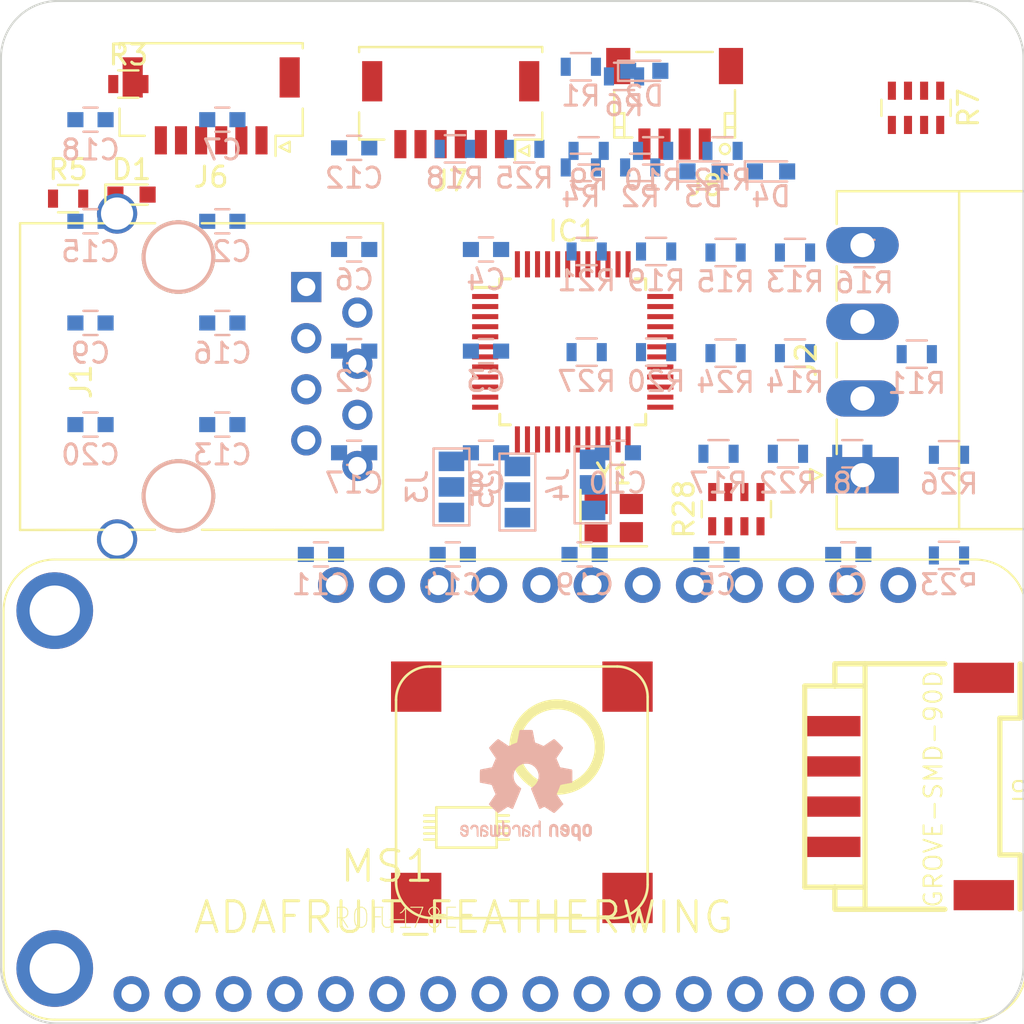
<source format=kicad_pcb>
(kicad_pcb (version 20170123) (host pcbnew "(2017-06-12 revision 8590a2299)-makepkg")

  (general
    (links 159)
    (no_connects 158)
    (area 106.4348 39.314 159.8493 92.0408)
    (thickness 1.6)
    (drawings 9)
    (tracks 0)
    (zones 0)
    (modules 67)
    (nets 89)
  )

  (page A4)
  (layers
    (0 F.Cu signal hide)
    (31 B.Cu signal hide)
    (32 B.Adhes user)
    (33 F.Adhes user)
    (34 B.Paste user)
    (35 F.Paste user)
    (36 B.SilkS user)
    (37 F.SilkS user)
    (38 B.Mask user)
    (39 F.Mask user)
    (40 Dwgs.User user)
    (41 Cmts.User user)
    (42 Eco1.User user)
    (43 Eco2.User user)
    (44 Edge.Cuts user)
    (45 Margin user)
    (46 B.CrtYd user)
    (47 F.CrtYd user)
    (48 B.Fab user hide)
    (49 F.Fab user)
  )

  (setup
    (last_trace_width 0.25)
    (trace_clearance 0.2)
    (zone_clearance 0.508)
    (zone_45_only no)
    (trace_min 0.2)
    (segment_width 0.2)
    (edge_width 0.2)
    (via_size 0.8)
    (via_drill 0.4)
    (via_min_size 0.4)
    (via_min_drill 0.3)
    (uvia_size 0.3)
    (uvia_drill 0.1)
    (uvias_allowed no)
    (uvia_min_size 0.2)
    (uvia_min_drill 0.1)
    (pcb_text_width 0.3)
    (pcb_text_size 1.5 1.5)
    (mod_edge_width 0.15)
    (mod_text_size 1 1)
    (mod_text_width 0.15)
    (pad_size 1.778 1.778)
    (pad_drill 0.99822)
    (pad_to_mask_clearance 0.2)
    (aux_axis_origin 0 0)
    (visible_elements 7FFFF7FF)
    (pcbplotparams
      (layerselection 0x00030_ffffffff)
      (usegerberextensions false)
      (excludeedgelayer true)
      (linewidth 0.100000)
      (plotframeref false)
      (viasonmask false)
      (mode 1)
      (useauxorigin false)
      (hpglpennumber 1)
      (hpglpenspeed 20)
      (hpglpendiameter 15)
      (psnegative false)
      (psa4output false)
      (plotreference true)
      (plotvalue true)
      (plotinvisibletext false)
      (padsonsilk false)
      (subtractmaskfromsilk false)
      (outputformat 1)
      (mirror false)
      (drillshape 1)
      (scaleselection 1)
      (outputdirectory ""))
  )

  (net 0 "")
  (net 1 "Net-(IC1-Pad46)")
  (net 2 "Net-(IC1-Pad45)")
  (net 3 "Net-(IC1-Pad35)")
  (net 4 "Net-(IC1-Pad21)")
  (net 5 "Net-(IC1-Pad20)")
  (net 6 "Net-(D1-Pad2)")
  (net 7 "Net-(D2-Pad2)")
  (net 8 "Net-(D3-Pad2)")
  (net 9 "Net-(D4-Pad2)")
  (net 10 "Net-(U1-Pad1)")
  (net 11 "Net-(U1-Pad2)")
  (net 12 "Net-(U1-Pad4)")
  (net 13 "Net-(MS1-Pad1)")
  (net 14 "Net-(MS1-Pad2)")
  (net 15 "Net-(MS1-Pad3)")
  (net 16 "Net-(MS1-Pad4)")
  (net 17 "Net-(MS1-Pad5)")
  (net 18 "Net-(MS1-Pad6)")
  (net 19 "Net-(MS1-Pad7)")
  (net 20 "Net-(MS1-Pad8)")
  (net 21 "Net-(MS1-Pad9)")
  (net 22 "Net-(MS1-Pad10)")
  (net 23 "Net-(MS1-Pad11)")
  (net 24 "Net-(MS1-Pad12)")
  (net 25 "Net-(MS1-Pad13)")
  (net 26 "Net-(MS1-Pad14)")
  (net 27 "Net-(MS1-Pad15)")
  (net 28 "Net-(MS1-Pad16)")
  (net 29 "Net-(MS1-Pad19)")
  (net 30 "Net-(MS1-Pad20)")
  (net 31 "Net-(MS1-Pad21)")
  (net 32 "Net-(MS1-Pad22)")
  (net 33 "Net-(MS1-Pad23)")
  (net 34 "Net-(MS1-Pad24)")
  (net 35 "Net-(MS1-Pad25)")
  (net 36 "Net-(MS1-Pad26)")
  (net 37 "Net-(MS1-Pad27)")
  (net 38 "Net-(MS1-Pad28)")
  (net 39 UB)
  (net 40 UC)
  (net 41 UA)
  (net 42 "Net-(C17-Pad1)")
  (net 43 "Net-(C19-Pad1)")
  (net 44 "Net-(C21-Pad2)")
  (net 45 "Net-(C20-Pad2)")
  (net 46 "Net-(C15-Pad2)")
  (net 47 "Net-(C13-Pad2)")
  (net 48 +3V3)
  (net 49 "Net-(J9-Pad1)")
  (net 50 "Net-(J9-Pad2)")
  (net 51 MOSI)
  (net 52 MISO)
  (net 53 SCLK)
  (net 54 CS)
  (net 55 CF1)
  (net 56 CF4)
  (net 57 CF2)
  (net 58 CF3)
  (net 59 I1P_IN)
  (net 60 I1P)
  (net 61 GND)
  (net 62 I2P_IN)
  (net 63 I1N)
  (net 64 I1N_IN)
  (net 65 I3N_IN)
  (net 66 I3P_IN)
  (net 67 I2N_IN)
  (net 68 I3N)
  (net 69 IP_IN)
  (net 70 IN_IN)
  (net 71 I2P)
  (net 72 I2N)
  (net 73 IP)
  (net 74 IN)
  (net 75 I3P)
  (net 76 DMA)
  (net 77 PM1)
  (net 78 PM0)
  (net 79 IRQ1)
  (net 80 IRQ2)
  (net 81 WARN)
  (net 82 ZX2)
  (net 83 ZX1)
  (net 84 ZX0)
  (net 85 VDD)
  (net 86 V3P)
  (net 87 V2P)
  (net 88 V1P)

  (net_class Default "This is the default net class."
    (clearance 0.2)
    (trace_width 0.25)
    (via_dia 0.8)
    (via_drill 0.4)
    (uvia_dia 0.3)
    (uvia_drill 0.1)
    (add_net +3V3)
    (add_net CF1)
    (add_net CF2)
    (add_net CF3)
    (add_net CF4)
    (add_net CS)
    (add_net DMA)
    (add_net GND)
    (add_net I1N)
    (add_net I1N_IN)
    (add_net I1P)
    (add_net I1P_IN)
    (add_net I2N)
    (add_net I2N_IN)
    (add_net I2P)
    (add_net I2P_IN)
    (add_net I3N)
    (add_net I3N_IN)
    (add_net I3P)
    (add_net I3P_IN)
    (add_net IN)
    (add_net IN_IN)
    (add_net IP)
    (add_net IP_IN)
    (add_net IRQ1)
    (add_net IRQ2)
    (add_net MISO)
    (add_net MOSI)
    (add_net "Net-(C13-Pad2)")
    (add_net "Net-(C15-Pad2)")
    (add_net "Net-(C17-Pad1)")
    (add_net "Net-(C19-Pad1)")
    (add_net "Net-(C20-Pad2)")
    (add_net "Net-(C21-Pad2)")
    (add_net "Net-(D1-Pad2)")
    (add_net "Net-(D2-Pad2)")
    (add_net "Net-(D3-Pad2)")
    (add_net "Net-(D4-Pad2)")
    (add_net "Net-(IC1-Pad20)")
    (add_net "Net-(IC1-Pad21)")
    (add_net "Net-(IC1-Pad35)")
    (add_net "Net-(IC1-Pad45)")
    (add_net "Net-(IC1-Pad46)")
    (add_net "Net-(J9-Pad1)")
    (add_net "Net-(J9-Pad2)")
    (add_net "Net-(MS1-Pad1)")
    (add_net "Net-(MS1-Pad10)")
    (add_net "Net-(MS1-Pad11)")
    (add_net "Net-(MS1-Pad12)")
    (add_net "Net-(MS1-Pad13)")
    (add_net "Net-(MS1-Pad14)")
    (add_net "Net-(MS1-Pad15)")
    (add_net "Net-(MS1-Pad16)")
    (add_net "Net-(MS1-Pad19)")
    (add_net "Net-(MS1-Pad2)")
    (add_net "Net-(MS1-Pad20)")
    (add_net "Net-(MS1-Pad21)")
    (add_net "Net-(MS1-Pad22)")
    (add_net "Net-(MS1-Pad23)")
    (add_net "Net-(MS1-Pad24)")
    (add_net "Net-(MS1-Pad25)")
    (add_net "Net-(MS1-Pad26)")
    (add_net "Net-(MS1-Pad27)")
    (add_net "Net-(MS1-Pad28)")
    (add_net "Net-(MS1-Pad3)")
    (add_net "Net-(MS1-Pad4)")
    (add_net "Net-(MS1-Pad5)")
    (add_net "Net-(MS1-Pad6)")
    (add_net "Net-(MS1-Pad7)")
    (add_net "Net-(MS1-Pad8)")
    (add_net "Net-(MS1-Pad9)")
    (add_net "Net-(U1-Pad1)")
    (add_net "Net-(U1-Pad2)")
    (add_net "Net-(U1-Pad4)")
    (add_net PM0)
    (add_net PM1)
    (add_net SCLK)
    (add_net UA)
    (add_net UB)
    (add_net UC)
    (add_net V1P)
    (add_net V2P)
    (add_net V3P)
    (add_net VDD)
    (add_net WARN)
    (add_net ZX0)
    (add_net ZX1)
    (add_net ZX2)
  )

  (net_class Power ""
    (clearance 0.3)
    (trace_width 0.5)
    (via_dia 0.8)
    (via_drill 0.4)
    (uvia_dia 0.3)
    (uvia_drill 0.1)
  )

  (module Connectors_JST:JST_SH_SM04B-SRSS-TB_04x1.00mm_Angled (layer F.Cu) (tedit 56B07436) (tstamp 594BBFA8)
    (at 140.3223 46.0502 180)
    (descr http://www.jst-mfg.com/product/pdf/eng/eSH.pdf)
    (tags "connector jst sh")
    (path /5943D864/594576D4)
    (attr smd)
    (fp_text reference J8 (at -1.5 -4 180) (layer F.SilkS)
      (effects (font (size 1 1) (thickness 0.15)))
    )
    (fp_text value CONN_01X04 (at 0 4.5 180) (layer F.Fab)
      (effects (font (size 1 1) (thickness 0.15)))
    )
    (fp_line (start 3.9 3.35) (end -3.9 3.35) (layer F.CrtYd) (width 0.05))
    (fp_line (start 3.9 -3.25) (end 3.9 3.35) (layer F.CrtYd) (width 0.05))
    (fp_line (start -3.9 -3.25) (end 3.9 -3.25) (layer F.CrtYd) (width 0.05))
    (fp_line (start -3.9 3.35) (end -3.9 -3.25) (layer F.CrtYd) (width 0.05))
    (fp_line (start 3 -0.4125) (end 2.5 -0.4125) (layer F.SilkS) (width 0.12))
    (fp_line (start 3 -0.4125) (end 3 -0.4125) (layer F.SilkS) (width 0.12))
    (fp_line (start 2.5 -0.4125) (end 3 -0.4125) (layer F.SilkS) (width 0.12))
    (fp_line (start 2.5 -0.4125) (end 2.5 -0.4125) (layer F.SilkS) (width 0.12))
    (fp_line (start 3 -1.1125) (end 2.5 -1.1125) (layer F.SilkS) (width 0.12))
    (fp_line (start 3 -1.1125) (end 3 -1.1125) (layer F.SilkS) (width 0.12))
    (fp_line (start 2.5 -1.1125) (end 3 -1.1125) (layer F.SilkS) (width 0.12))
    (fp_line (start 2.5 -1.1125) (end 2.5 -1.1125) (layer F.SilkS) (width 0.12))
    (fp_line (start 2.5 -1.6125) (end 2.5 -1.6125) (layer F.SilkS) (width 0.12))
    (fp_line (start 2.5 -0.4125) (end 2.5 -1.6125) (layer F.SilkS) (width 0.12))
    (fp_line (start 2.5 -0.4125) (end 2.5 -0.4125) (layer F.SilkS) (width 0.12))
    (fp_line (start 2.5 -1.6125) (end 2.5 -0.4125) (layer F.SilkS) (width 0.12))
    (fp_line (start 3 -1.6125) (end 2.1 -1.6125) (layer F.SilkS) (width 0.12))
    (fp_line (start 3 0.7375) (end 3 -1.6125) (layer F.SilkS) (width 0.12))
    (fp_line (start -3 -0.4125) (end -2.5 -0.4125) (layer F.SilkS) (width 0.12))
    (fp_line (start -3 -0.4125) (end -3 -0.4125) (layer F.SilkS) (width 0.12))
    (fp_line (start -2.5 -0.4125) (end -3 -0.4125) (layer F.SilkS) (width 0.12))
    (fp_line (start -2.5 -0.4125) (end -2.5 -0.4125) (layer F.SilkS) (width 0.12))
    (fp_line (start -3 -1.1125) (end -2.5 -1.1125) (layer F.SilkS) (width 0.12))
    (fp_line (start -3 -1.1125) (end -3 -1.1125) (layer F.SilkS) (width 0.12))
    (fp_line (start -2.5 -1.1125) (end -3 -1.1125) (layer F.SilkS) (width 0.12))
    (fp_line (start -2.5 -1.1125) (end -2.5 -1.1125) (layer F.SilkS) (width 0.12))
    (fp_line (start -2.5 -1.6125) (end -2.5 -1.6125) (layer F.SilkS) (width 0.12))
    (fp_line (start -2.5 -0.4125) (end -2.5 -1.6125) (layer F.SilkS) (width 0.12))
    (fp_line (start -2.5 -0.4125) (end -2.5 -0.4125) (layer F.SilkS) (width 0.12))
    (fp_line (start -2.5 -1.6125) (end -2.5 -0.4125) (layer F.SilkS) (width 0.12))
    (fp_line (start -3 -1.6125) (end -2.1 -1.6125) (layer F.SilkS) (width 0.12))
    (fp_line (start -3 0.7375) (end -3 -1.6125) (layer F.SilkS) (width 0.12))
    (fp_line (start -1.9 2.6375) (end 1.9 2.6375) (layer F.SilkS) (width 0.12))
    (fp_circle (center -2.5 -2.1875) (end -2.25 -2.1875) (layer F.SilkS) (width 0.12))
    (pad "" smd rect (at 2.8 1.9375 180) (size 1.2 1.8) (layers F.Cu F.Paste F.Mask))
    (pad "" smd rect (at -2.8 1.9375 180) (size 1.2 1.8) (layers F.Cu F.Paste F.Mask))
    (pad 4 smd rect (at 1.5 -1.9375 180) (size 0.6 1.55) (layers F.Cu F.Paste F.Mask)
      (net 55 CF1))
    (pad 3 smd rect (at 0.5 -1.9375 180) (size 0.6 1.55) (layers F.Cu F.Paste F.Mask)
      (net 57 CF2))
    (pad 2 smd rect (at -0.5 -1.9375 180) (size 0.6 1.55) (layers F.Cu F.Paste F.Mask)
      (net 58 CF3))
    (pad 1 smd rect (at -1.5 -1.9375 180) (size 0.6 1.55) (layers F.Cu F.Paste F.Mask)
      (net 56 CF4))
  )

  (module Symbols:OSHW-Logo2_7.3x6mm_SilkScreen (layer B.Cu) (tedit 0) (tstamp 59535E26)
    (at 132.9436 79.8576 180)
    (descr "Open Source Hardware Symbol")
    (tags "Logo Symbol OSHW")
    (path /5943D864/5945033A)
    (attr virtual)
    (fp_text reference LOGO1 (at 0 0 180) (layer B.SilkS) hide
      (effects (font (size 1 1) (thickness 0.15)) (justify mirror))
    )
    (fp_text value OPEN_HARDWARE_1 (at 0.75 0 180) (layer B.Fab) hide
      (effects (font (size 1 1) (thickness 0.15)) (justify mirror))
    )
    (fp_poly (pts (xy 0.10391 2.757652) (xy 0.182454 2.757222) (xy 0.239298 2.756058) (xy 0.278105 2.753793)
      (xy 0.302538 2.75006) (xy 0.316262 2.744494) (xy 0.32294 2.736727) (xy 0.326236 2.726395)
      (xy 0.326556 2.725057) (xy 0.331562 2.700921) (xy 0.340829 2.653299) (xy 0.353392 2.587259)
      (xy 0.368287 2.507872) (xy 0.384551 2.420204) (xy 0.385119 2.417125) (xy 0.40141 2.331211)
      (xy 0.416652 2.255304) (xy 0.429861 2.193955) (xy 0.440054 2.151718) (xy 0.446248 2.133145)
      (xy 0.446543 2.132816) (xy 0.464788 2.123747) (xy 0.502405 2.108633) (xy 0.551271 2.090738)
      (xy 0.551543 2.090642) (xy 0.613093 2.067507) (xy 0.685657 2.038035) (xy 0.754057 2.008403)
      (xy 0.757294 2.006938) (xy 0.868702 1.956374) (xy 1.115399 2.12484) (xy 1.191077 2.176197)
      (xy 1.259631 2.222111) (xy 1.317088 2.25997) (xy 1.359476 2.287163) (xy 1.382825 2.301079)
      (xy 1.385042 2.302111) (xy 1.40201 2.297516) (xy 1.433701 2.275345) (xy 1.481352 2.234553)
      (xy 1.546198 2.174095) (xy 1.612397 2.109773) (xy 1.676214 2.046388) (xy 1.733329 1.988549)
      (xy 1.780305 1.939825) (xy 1.813703 1.90379) (xy 1.830085 1.884016) (xy 1.830694 1.882998)
      (xy 1.832505 1.869428) (xy 1.825683 1.847267) (xy 1.80854 1.813522) (xy 1.779393 1.7652)
      (xy 1.736555 1.699308) (xy 1.679448 1.614483) (xy 1.628766 1.539823) (xy 1.583461 1.47286)
      (xy 1.54615 1.417484) (xy 1.519452 1.37758) (xy 1.505985 1.357038) (xy 1.505137 1.355644)
      (xy 1.506781 1.335962) (xy 1.519245 1.297707) (xy 1.540048 1.248111) (xy 1.547462 1.232272)
      (xy 1.579814 1.16171) (xy 1.614328 1.081647) (xy 1.642365 1.012371) (xy 1.662568 0.960955)
      (xy 1.678615 0.921881) (xy 1.687888 0.901459) (xy 1.689041 0.899886) (xy 1.706096 0.897279)
      (xy 1.746298 0.890137) (xy 1.804302 0.879477) (xy 1.874763 0.866315) (xy 1.952335 0.851667)
      (xy 2.031672 0.836551) (xy 2.107431 0.821982) (xy 2.174264 0.808978) (xy 2.226828 0.798555)
      (xy 2.259776 0.79173) (xy 2.267857 0.789801) (xy 2.276205 0.785038) (xy 2.282506 0.774282)
      (xy 2.287045 0.753902) (xy 2.290104 0.720266) (xy 2.291967 0.669745) (xy 2.292918 0.598708)
      (xy 2.29324 0.503524) (xy 2.293257 0.464508) (xy 2.293257 0.147201) (xy 2.217057 0.132161)
      (xy 2.174663 0.124005) (xy 2.1114 0.112101) (xy 2.034962 0.097884) (xy 1.953043 0.08279)
      (xy 1.9304 0.078645) (xy 1.854806 0.063947) (xy 1.788953 0.049495) (xy 1.738366 0.036625)
      (xy 1.708574 0.026678) (xy 1.703612 0.023713) (xy 1.691426 0.002717) (xy 1.673953 -0.037967)
      (xy 1.654577 -0.090322) (xy 1.650734 -0.1016) (xy 1.625339 -0.171523) (xy 1.593817 -0.250418)
      (xy 1.562969 -0.321266) (xy 1.562817 -0.321595) (xy 1.511447 -0.432733) (xy 1.680399 -0.681253)
      (xy 1.849352 -0.929772) (xy 1.632429 -1.147058) (xy 1.566819 -1.211726) (xy 1.506979 -1.268733)
      (xy 1.456267 -1.315033) (xy 1.418046 -1.347584) (xy 1.395675 -1.363343) (xy 1.392466 -1.364343)
      (xy 1.373626 -1.356469) (xy 1.33518 -1.334578) (xy 1.28133 -1.301267) (xy 1.216276 -1.259131)
      (xy 1.14594 -1.211943) (xy 1.074555 -1.16381) (xy 1.010908 -1.121928) (xy 0.959041 -1.088871)
      (xy 0.922995 -1.067218) (xy 0.906867 -1.059543) (xy 0.887189 -1.066037) (xy 0.849875 -1.08315)
      (xy 0.802621 -1.107326) (xy 0.797612 -1.110013) (xy 0.733977 -1.141927) (xy 0.690341 -1.157579)
      (xy 0.663202 -1.157745) (xy 0.649057 -1.143204) (xy 0.648975 -1.143) (xy 0.641905 -1.125779)
      (xy 0.625042 -1.084899) (xy 0.599695 -1.023525) (xy 0.567171 -0.944819) (xy 0.528778 -0.851947)
      (xy 0.485822 -0.748072) (xy 0.444222 -0.647502) (xy 0.398504 -0.536516) (xy 0.356526 -0.433703)
      (xy 0.319548 -0.342215) (xy 0.288827 -0.265201) (xy 0.265622 -0.205815) (xy 0.25119 -0.167209)
      (xy 0.246743 -0.1528) (xy 0.257896 -0.136272) (xy 0.287069 -0.10993) (xy 0.325971 -0.080887)
      (xy 0.436757 0.010961) (xy 0.523351 0.116241) (xy 0.584716 0.232734) (xy 0.619815 0.358224)
      (xy 0.627608 0.490493) (xy 0.621943 0.551543) (xy 0.591078 0.678205) (xy 0.53792 0.790059)
      (xy 0.465767 0.885999) (xy 0.377917 0.964924) (xy 0.277665 1.02573) (xy 0.16831 1.067313)
      (xy 0.053147 1.088572) (xy -0.064525 1.088401) (xy -0.18141 1.065699) (xy -0.294211 1.019362)
      (xy -0.399631 0.948287) (xy -0.443632 0.908089) (xy -0.528021 0.804871) (xy -0.586778 0.692075)
      (xy -0.620296 0.57299) (xy -0.628965 0.450905) (xy -0.613177 0.329107) (xy -0.573322 0.210884)
      (xy -0.509793 0.099525) (xy -0.422979 -0.001684) (xy -0.325971 -0.080887) (xy -0.285563 -0.111162)
      (xy -0.257018 -0.137219) (xy -0.246743 -0.152825) (xy -0.252123 -0.169843) (xy -0.267425 -0.2105)
      (xy -0.291388 -0.271642) (xy -0.322756 -0.350119) (xy -0.360268 -0.44278) (xy -0.402667 -0.546472)
      (xy -0.444337 -0.647526) (xy -0.49031 -0.758607) (xy -0.532893 -0.861541) (xy -0.570779 -0.953165)
      (xy -0.60266 -1.030316) (xy -0.627229 -1.089831) (xy -0.64318 -1.128544) (xy -0.64909 -1.143)
      (xy -0.663052 -1.157685) (xy -0.69006 -1.157642) (xy -0.733587 -1.142099) (xy -0.79711 -1.110284)
      (xy -0.797612 -1.110013) (xy -0.84544 -1.085323) (xy -0.884103 -1.067338) (xy -0.905905 -1.059614)
      (xy -0.906867 -1.059543) (xy -0.923279 -1.067378) (xy -0.959513 -1.089165) (xy -1.011526 -1.122328)
      (xy -1.075275 -1.164291) (xy -1.14594 -1.211943) (xy -1.217884 -1.260191) (xy -1.282726 -1.302151)
      (xy -1.336265 -1.335227) (xy -1.374303 -1.356821) (xy -1.392467 -1.364343) (xy -1.409192 -1.354457)
      (xy -1.44282 -1.326826) (xy -1.48999 -1.284495) (xy -1.547342 -1.230505) (xy -1.611516 -1.167899)
      (xy -1.632503 -1.146983) (xy -1.849501 -0.929623) (xy -1.684332 -0.68722) (xy -1.634136 -0.612781)
      (xy -1.590081 -0.545972) (xy -1.554638 -0.490665) (xy -1.530281 -0.450729) (xy -1.519478 -0.430036)
      (xy -1.519162 -0.428563) (xy -1.524857 -0.409058) (xy -1.540174 -0.369822) (xy -1.562463 -0.31743)
      (xy -1.578107 -0.282355) (xy -1.607359 -0.215201) (xy -1.634906 -0.147358) (xy -1.656263 -0.090034)
      (xy -1.662065 -0.072572) (xy -1.678548 -0.025938) (xy -1.69466 0.010095) (xy -1.70351 0.023713)
      (xy -1.72304 0.032048) (xy -1.765666 0.043863) (xy -1.825855 0.057819) (xy -1.898078 0.072578)
      (xy -1.9304 0.078645) (xy -2.012478 0.093727) (xy -2.091205 0.108331) (xy -2.158891 0.12102)
      (xy -2.20784 0.130358) (xy -2.217057 0.132161) (xy -2.293257 0.147201) (xy -2.293257 0.464508)
      (xy -2.293086 0.568846) (xy -2.292384 0.647787) (xy -2.290866 0.704962) (xy -2.288251 0.744001)
      (xy -2.284254 0.768535) (xy -2.278591 0.782195) (xy -2.27098 0.788611) (xy -2.267857 0.789801)
      (xy -2.249022 0.79402) (xy -2.207412 0.802438) (xy -2.14837 0.814039) (xy -2.077243 0.827805)
      (xy -1.999375 0.84272) (xy -1.920113 0.857768) (xy -1.844802 0.871931) (xy -1.778787 0.884194)
      (xy -1.727413 0.893539) (xy -1.696025 0.89895) (xy -1.689041 0.899886) (xy -1.682715 0.912404)
      (xy -1.66871 0.945754) (xy -1.649645 0.993623) (xy -1.642366 1.012371) (xy -1.613004 1.084805)
      (xy -1.578429 1.16483) (xy -1.547463 1.232272) (xy -1.524677 1.283841) (xy -1.509518 1.326215)
      (xy -1.504458 1.352166) (xy -1.505264 1.355644) (xy -1.515959 1.372064) (xy -1.54038 1.408583)
      (xy -1.575905 1.461313) (xy -1.619913 1.526365) (xy -1.669783 1.599849) (xy -1.679644 1.614355)
      (xy -1.737508 1.700296) (xy -1.780044 1.765739) (xy -1.808946 1.813696) (xy -1.82591 1.84718)
      (xy -1.832633 1.869205) (xy -1.83081 1.882783) (xy -1.830764 1.882869) (xy -1.816414 1.900703)
      (xy -1.784677 1.935183) (xy -1.73899 1.982732) (xy -1.682796 2.039778) (xy -1.619532 2.102745)
      (xy -1.612398 2.109773) (xy -1.53267 2.18698) (xy -1.471143 2.24367) (xy -1.426579 2.28089)
      (xy -1.397743 2.299685) (xy -1.385042 2.302111) (xy -1.366506 2.291529) (xy -1.328039 2.267084)
      (xy -1.273614 2.231388) (xy -1.207202 2.187053) (xy -1.132775 2.136689) (xy -1.115399 2.12484)
      (xy -0.868703 1.956374) (xy -0.757294 2.006938) (xy -0.689543 2.036405) (xy -0.616817 2.066041)
      (xy -0.554297 2.08967) (xy -0.551543 2.090642) (xy -0.50264 2.108543) (xy -0.464943 2.12368)
      (xy -0.446575 2.13279) (xy -0.446544 2.132816) (xy -0.440715 2.149283) (xy -0.430808 2.189781)
      (xy -0.417805 2.249758) (xy -0.402691 2.32466) (xy -0.386448 2.409936) (xy -0.385119 2.417125)
      (xy -0.368825 2.504986) (xy -0.353867 2.58474) (xy -0.341209 2.651319) (xy -0.331814 2.699653)
      (xy -0.326646 2.724675) (xy -0.326556 2.725057) (xy -0.323411 2.735701) (xy -0.317296 2.743738)
      (xy -0.304547 2.749533) (xy -0.2815 2.753453) (xy -0.244491 2.755865) (xy -0.189856 2.757135)
      (xy -0.113933 2.757629) (xy -0.013056 2.757714) (xy 0 2.757714) (xy 0.10391 2.757652)) (layer B.SilkS) (width 0.01))
    (fp_poly (pts (xy 3.153595 -1.966966) (xy 3.211021 -2.004497) (xy 3.238719 -2.038096) (xy 3.260662 -2.099064)
      (xy 3.262405 -2.147308) (xy 3.258457 -2.211816) (xy 3.109686 -2.276934) (xy 3.037349 -2.310202)
      (xy 2.990084 -2.336964) (xy 2.965507 -2.360144) (xy 2.961237 -2.382667) (xy 2.974889 -2.407455)
      (xy 2.989943 -2.423886) (xy 3.033746 -2.450235) (xy 3.081389 -2.452081) (xy 3.125145 -2.431546)
      (xy 3.157289 -2.390752) (xy 3.163038 -2.376347) (xy 3.190576 -2.331356) (xy 3.222258 -2.312182)
      (xy 3.265714 -2.295779) (xy 3.265714 -2.357966) (xy 3.261872 -2.400283) (xy 3.246823 -2.435969)
      (xy 3.21528 -2.476943) (xy 3.210592 -2.482267) (xy 3.175506 -2.51872) (xy 3.145347 -2.538283)
      (xy 3.107615 -2.547283) (xy 3.076335 -2.55023) (xy 3.020385 -2.550965) (xy 2.980555 -2.54166)
      (xy 2.955708 -2.527846) (xy 2.916656 -2.497467) (xy 2.889625 -2.464613) (xy 2.872517 -2.423294)
      (xy 2.863238 -2.367521) (xy 2.859693 -2.291305) (xy 2.85941 -2.252622) (xy 2.860372 -2.206247)
      (xy 2.948007 -2.206247) (xy 2.949023 -2.231126) (xy 2.951556 -2.2352) (xy 2.968274 -2.229665)
      (xy 3.004249 -2.215017) (xy 3.052331 -2.19419) (xy 3.062386 -2.189714) (xy 3.123152 -2.158814)
      (xy 3.156632 -2.131657) (xy 3.16399 -2.10622) (xy 3.146391 -2.080481) (xy 3.131856 -2.069109)
      (xy 3.07941 -2.046364) (xy 3.030322 -2.050122) (xy 2.989227 -2.077884) (xy 2.960758 -2.127152)
      (xy 2.951631 -2.166257) (xy 2.948007 -2.206247) (xy 2.860372 -2.206247) (xy 2.861285 -2.162249)
      (xy 2.868196 -2.095384) (xy 2.881884 -2.046695) (xy 2.904096 -2.010849) (xy 2.936574 -1.982513)
      (xy 2.950733 -1.973355) (xy 3.015053 -1.949507) (xy 3.085473 -1.948006) (xy 3.153595 -1.966966)) (layer B.SilkS) (width 0.01))
    (fp_poly (pts (xy 2.6526 -1.958752) (xy 2.669948 -1.966334) (xy 2.711356 -1.999128) (xy 2.746765 -2.046547)
      (xy 2.768664 -2.097151) (xy 2.772229 -2.122098) (xy 2.760279 -2.156927) (xy 2.734067 -2.175357)
      (xy 2.705964 -2.186516) (xy 2.693095 -2.188572) (xy 2.686829 -2.173649) (xy 2.674456 -2.141175)
      (xy 2.669028 -2.126502) (xy 2.63859 -2.075744) (xy 2.59452 -2.050427) (xy 2.53801 -2.051206)
      (xy 2.533825 -2.052203) (xy 2.503655 -2.066507) (xy 2.481476 -2.094393) (xy 2.466327 -2.139287)
      (xy 2.45725 -2.204615) (xy 2.453286 -2.293804) (xy 2.452914 -2.341261) (xy 2.45273 -2.416071)
      (xy 2.451522 -2.467069) (xy 2.448309 -2.499471) (xy 2.442109 -2.518495) (xy 2.43194 -2.529356)
      (xy 2.416819 -2.537272) (xy 2.415946 -2.53767) (xy 2.386828 -2.549981) (xy 2.372403 -2.554514)
      (xy 2.370186 -2.540809) (xy 2.368289 -2.502925) (xy 2.366847 -2.445715) (xy 2.365998 -2.374027)
      (xy 2.365829 -2.321565) (xy 2.366692 -2.220047) (xy 2.37007 -2.143032) (xy 2.377142 -2.086023)
      (xy 2.389088 -2.044526) (xy 2.40709 -2.014043) (xy 2.432327 -1.99008) (xy 2.457247 -1.973355)
      (xy 2.517171 -1.951097) (xy 2.586911 -1.946076) (xy 2.6526 -1.958752)) (layer B.SilkS) (width 0.01))
    (fp_poly (pts (xy 2.144876 -1.956335) (xy 2.186667 -1.975344) (xy 2.219469 -1.998378) (xy 2.243503 -2.024133)
      (xy 2.260097 -2.057358) (xy 2.270577 -2.1028) (xy 2.276271 -2.165207) (xy 2.278507 -2.249327)
      (xy 2.278743 -2.304721) (xy 2.278743 -2.520826) (xy 2.241774 -2.53767) (xy 2.212656 -2.549981)
      (xy 2.198231 -2.554514) (xy 2.195472 -2.541025) (xy 2.193282 -2.504653) (xy 2.191942 -2.451542)
      (xy 2.191657 -2.409372) (xy 2.190434 -2.348447) (xy 2.187136 -2.300115) (xy 2.182321 -2.270518)
      (xy 2.178496 -2.264229) (xy 2.152783 -2.270652) (xy 2.112418 -2.287125) (xy 2.065679 -2.309458)
      (xy 2.020845 -2.333457) (xy 1.986193 -2.35493) (xy 1.970002 -2.369685) (xy 1.969938 -2.369845)
      (xy 1.97133 -2.397152) (xy 1.983818 -2.423219) (xy 2.005743 -2.444392) (xy 2.037743 -2.451474)
      (xy 2.065092 -2.450649) (xy 2.103826 -2.450042) (xy 2.124158 -2.459116) (xy 2.136369 -2.483092)
      (xy 2.137909 -2.487613) (xy 2.143203 -2.521806) (xy 2.129047 -2.542568) (xy 2.092148 -2.552462)
      (xy 2.052289 -2.554292) (xy 1.980562 -2.540727) (xy 1.943432 -2.521355) (xy 1.897576 -2.475845)
      (xy 1.873256 -2.419983) (xy 1.871073 -2.360957) (xy 1.891629 -2.305953) (xy 1.922549 -2.271486)
      (xy 1.95342 -2.252189) (xy 2.001942 -2.227759) (xy 2.058485 -2.202985) (xy 2.06791 -2.199199)
      (xy 2.130019 -2.171791) (xy 2.165822 -2.147634) (xy 2.177337 -2.123619) (xy 2.16658 -2.096635)
      (xy 2.148114 -2.075543) (xy 2.104469 -2.049572) (xy 2.056446 -2.047624) (xy 2.012406 -2.067637)
      (xy 1.980709 -2.107551) (xy 1.976549 -2.117848) (xy 1.952327 -2.155724) (xy 1.916965 -2.183842)
      (xy 1.872343 -2.206917) (xy 1.872343 -2.141485) (xy 1.874969 -2.101506) (xy 1.88623 -2.069997)
      (xy 1.911199 -2.036378) (xy 1.935169 -2.010484) (xy 1.972441 -1.973817) (xy 2.001401 -1.954121)
      (xy 2.032505 -1.94622) (xy 2.067713 -1.944914) (xy 2.144876 -1.956335)) (layer B.SilkS) (width 0.01))
    (fp_poly (pts (xy 1.779833 -1.958663) (xy 1.782048 -1.99685) (xy 1.783784 -2.054886) (xy 1.784899 -2.12818)
      (xy 1.785257 -2.205055) (xy 1.785257 -2.465196) (xy 1.739326 -2.511127) (xy 1.707675 -2.539429)
      (xy 1.67989 -2.550893) (xy 1.641915 -2.550168) (xy 1.62684 -2.548321) (xy 1.579726 -2.542948)
      (xy 1.540756 -2.539869) (xy 1.531257 -2.539585) (xy 1.499233 -2.541445) (xy 1.453432 -2.546114)
      (xy 1.435674 -2.548321) (xy 1.392057 -2.551735) (xy 1.362745 -2.54432) (xy 1.33368 -2.521427)
      (xy 1.323188 -2.511127) (xy 1.277257 -2.465196) (xy 1.277257 -1.978602) (xy 1.314226 -1.961758)
      (xy 1.346059 -1.949282) (xy 1.364683 -1.944914) (xy 1.369458 -1.958718) (xy 1.373921 -1.997286)
      (xy 1.377775 -2.056356) (xy 1.380722 -2.131663) (xy 1.382143 -2.195286) (xy 1.386114 -2.445657)
      (xy 1.420759 -2.450556) (xy 1.452268 -2.447131) (xy 1.467708 -2.436041) (xy 1.472023 -2.415308)
      (xy 1.475708 -2.371145) (xy 1.478469 -2.309146) (xy 1.480012 -2.234909) (xy 1.480235 -2.196706)
      (xy 1.480457 -1.976783) (xy 1.526166 -1.960849) (xy 1.558518 -1.950015) (xy 1.576115 -1.944962)
      (xy 1.576623 -1.944914) (xy 1.578388 -1.958648) (xy 1.580329 -1.99673) (xy 1.582282 -2.054482)
      (xy 1.584084 -2.127227) (xy 1.585343 -2.195286) (xy 1.589314 -2.445657) (xy 1.6764 -2.445657)
      (xy 1.680396 -2.21724) (xy 1.684392 -1.988822) (xy 1.726847 -1.966868) (xy 1.758192 -1.951793)
      (xy 1.776744 -1.944951) (xy 1.777279 -1.944914) (xy 1.779833 -1.958663)) (layer B.SilkS) (width 0.01))
    (fp_poly (pts (xy 1.190117 -2.065358) (xy 1.189933 -2.173837) (xy 1.189219 -2.257287) (xy 1.187675 -2.319704)
      (xy 1.185001 -2.365085) (xy 1.180894 -2.397429) (xy 1.175055 -2.420733) (xy 1.167182 -2.438995)
      (xy 1.161221 -2.449418) (xy 1.111855 -2.505945) (xy 1.049264 -2.541377) (xy 0.980013 -2.55409)
      (xy 0.910668 -2.542463) (xy 0.869375 -2.521568) (xy 0.826025 -2.485422) (xy 0.796481 -2.441276)
      (xy 0.778655 -2.383462) (xy 0.770463 -2.306313) (xy 0.769302 -2.249714) (xy 0.769458 -2.245647)
      (xy 0.870857 -2.245647) (xy 0.871476 -2.31055) (xy 0.874314 -2.353514) (xy 0.88084 -2.381622)
      (xy 0.892523 -2.401953) (xy 0.906483 -2.417288) (xy 0.953365 -2.44689) (xy 1.003701 -2.449419)
      (xy 1.051276 -2.424705) (xy 1.054979 -2.421356) (xy 1.070783 -2.403935) (xy 1.080693 -2.383209)
      (xy 1.086058 -2.352362) (xy 1.088228 -2.304577) (xy 1.088571 -2.251748) (xy 1.087827 -2.185381)
      (xy 1.084748 -2.141106) (xy 1.078061 -2.112009) (xy 1.066496 -2.091173) (xy 1.057013 -2.080107)
      (xy 1.01296 -2.052198) (xy 0.962224 -2.048843) (xy 0.913796 -2.070159) (xy 0.90445 -2.078073)
      (xy 0.88854 -2.095647) (xy 0.87861 -2.116587) (xy 0.873278 -2.147782) (xy 0.871163 -2.196122)
      (xy 0.870857 -2.245647) (xy 0.769458 -2.245647) (xy 0.77281 -2.158568) (xy 0.784726 -2.090086)
      (xy 0.807135 -2.0386) (xy 0.842124 -1.998443) (xy 0.869375 -1.977861) (xy 0.918907 -1.955625)
      (xy 0.976316 -1.945304) (xy 1.029682 -1.948067) (xy 1.059543 -1.959212) (xy 1.071261 -1.962383)
      (xy 1.079037 -1.950557) (xy 1.084465 -1.918866) (xy 1.088571 -1.870593) (xy 1.093067 -1.816829)
      (xy 1.099313 -1.784482) (xy 1.110676 -1.765985) (xy 1.130528 -1.75377) (xy 1.143 -1.748362)
      (xy 1.190171 -1.728601) (xy 1.190117 -2.065358)) (layer B.SilkS) (width 0.01))
    (fp_poly (pts (xy 0.529926 -1.949755) (xy 0.595858 -1.974084) (xy 0.649273 -2.017117) (xy 0.670164 -2.047409)
      (xy 0.692939 -2.102994) (xy 0.692466 -2.143186) (xy 0.668562 -2.170217) (xy 0.659717 -2.174813)
      (xy 0.62153 -2.189144) (xy 0.602028 -2.185472) (xy 0.595422 -2.161407) (xy 0.595086 -2.148114)
      (xy 0.582992 -2.09921) (xy 0.551471 -2.064999) (xy 0.507659 -2.048476) (xy 0.458695 -2.052634)
      (xy 0.418894 -2.074227) (xy 0.40545 -2.086544) (xy 0.395921 -2.101487) (xy 0.389485 -2.124075)
      (xy 0.385317 -2.159328) (xy 0.382597 -2.212266) (xy 0.380502 -2.287907) (xy 0.37996 -2.311857)
      (xy 0.377981 -2.39379) (xy 0.375731 -2.451455) (xy 0.372357 -2.489608) (xy 0.367006 -2.513004)
      (xy 0.358824 -2.526398) (xy 0.346959 -2.534545) (xy 0.339362 -2.538144) (xy 0.307102 -2.550452)
      (xy 0.288111 -2.554514) (xy 0.281836 -2.540948) (xy 0.278006 -2.499934) (xy 0.2766 -2.430999)
      (xy 0.277598 -2.333669) (xy 0.277908 -2.318657) (xy 0.280101 -2.229859) (xy 0.282693 -2.165019)
      (xy 0.286382 -2.119067) (xy 0.291864 -2.086935) (xy 0.299835 -2.063553) (xy 0.310993 -2.043852)
      (xy 0.31683 -2.03541) (xy 0.350296 -1.998057) (xy 0.387727 -1.969003) (xy 0.392309 -1.966467)
      (xy 0.459426 -1.946443) (xy 0.529926 -1.949755)) (layer B.SilkS) (width 0.01))
    (fp_poly (pts (xy 0.039744 -1.950968) (xy 0.096616 -1.972087) (xy 0.097267 -1.972493) (xy 0.13244 -1.99838)
      (xy 0.158407 -2.028633) (xy 0.17667 -2.068058) (xy 0.188732 -2.121462) (xy 0.196096 -2.193651)
      (xy 0.200264 -2.289432) (xy 0.200629 -2.303078) (xy 0.205876 -2.508842) (xy 0.161716 -2.531678)
      (xy 0.129763 -2.54711) (xy 0.11047 -2.554423) (xy 0.109578 -2.554514) (xy 0.106239 -2.541022)
      (xy 0.103587 -2.504626) (xy 0.101956 -2.451452) (xy 0.1016 -2.408393) (xy 0.101592 -2.338641)
      (xy 0.098403 -2.294837) (xy 0.087288 -2.273944) (xy 0.063501 -2.272925) (xy 0.022296 -2.288741)
      (xy -0.039914 -2.317815) (xy -0.085659 -2.341963) (xy -0.109187 -2.362913) (xy -0.116104 -2.385747)
      (xy -0.116114 -2.386877) (xy -0.104701 -2.426212) (xy -0.070908 -2.447462) (xy -0.019191 -2.450539)
      (xy 0.018061 -2.450006) (xy 0.037703 -2.460735) (xy 0.049952 -2.486505) (xy 0.057002 -2.519337)
      (xy 0.046842 -2.537966) (xy 0.043017 -2.540632) (xy 0.007001 -2.55134) (xy -0.043434 -2.552856)
      (xy -0.095374 -2.545759) (xy -0.132178 -2.532788) (xy -0.183062 -2.489585) (xy -0.211986 -2.429446)
      (xy -0.217714 -2.382462) (xy -0.213343 -2.340082) (xy -0.197525 -2.305488) (xy -0.166203 -2.274763)
      (xy -0.115322 -2.24399) (xy -0.040824 -2.209252) (xy -0.036286 -2.207288) (xy 0.030821 -2.176287)
      (xy 0.072232 -2.150862) (xy 0.089981 -2.128014) (xy 0.086107 -2.104745) (xy 0.062643 -2.078056)
      (xy 0.055627 -2.071914) (xy 0.00863 -2.0481) (xy -0.040067 -2.049103) (xy -0.082478 -2.072451)
      (xy -0.110616 -2.115675) (xy -0.113231 -2.12416) (xy -0.138692 -2.165308) (xy -0.170999 -2.185128)
      (xy -0.217714 -2.20477) (xy -0.217714 -2.15395) (xy -0.203504 -2.080082) (xy -0.161325 -2.012327)
      (xy -0.139376 -1.989661) (xy -0.089483 -1.960569) (xy -0.026033 -1.9474) (xy 0.039744 -1.950968)) (layer B.SilkS) (width 0.01))
    (fp_poly (pts (xy -0.624114 -1.851289) (xy -0.619861 -1.910613) (xy -0.614975 -1.945572) (xy -0.608205 -1.96082)
      (xy -0.598298 -1.961015) (xy -0.595086 -1.959195) (xy -0.552356 -1.946015) (xy -0.496773 -1.946785)
      (xy -0.440263 -1.960333) (xy -0.404918 -1.977861) (xy -0.368679 -2.005861) (xy -0.342187 -2.037549)
      (xy -0.324001 -2.077813) (xy -0.312678 -2.131543) (xy -0.306778 -2.203626) (xy -0.304857 -2.298951)
      (xy -0.304823 -2.317237) (xy -0.3048 -2.522646) (xy -0.350509 -2.53858) (xy -0.382973 -2.54942)
      (xy -0.400785 -2.554468) (xy -0.401309 -2.554514) (xy -0.403063 -2.540828) (xy -0.404556 -2.503076)
      (xy -0.405674 -2.446224) (xy -0.406303 -2.375234) (xy -0.4064 -2.332073) (xy -0.406602 -2.246973)
      (xy -0.407642 -2.185981) (xy -0.410169 -2.144177) (xy -0.414836 -2.116642) (xy -0.422293 -2.098456)
      (xy -0.433189 -2.084698) (xy -0.439993 -2.078073) (xy -0.486728 -2.051375) (xy -0.537728 -2.049375)
      (xy -0.583999 -2.071955) (xy -0.592556 -2.080107) (xy -0.605107 -2.095436) (xy -0.613812 -2.113618)
      (xy -0.619369 -2.139909) (xy -0.622474 -2.179562) (xy -0.623824 -2.237832) (xy -0.624114 -2.318173)
      (xy -0.624114 -2.522646) (xy -0.669823 -2.53858) (xy -0.702287 -2.54942) (xy -0.720099 -2.554468)
      (xy -0.720623 -2.554514) (xy -0.721963 -2.540623) (xy -0.723172 -2.501439) (xy -0.724199 -2.4407)
      (xy -0.724998 -2.362141) (xy -0.725519 -2.269498) (xy -0.725714 -2.166509) (xy -0.725714 -1.769342)
      (xy -0.678543 -1.749444) (xy -0.631371 -1.729547) (xy -0.624114 -1.851289)) (layer B.SilkS) (width 0.01))
    (fp_poly (pts (xy -1.831697 -1.931239) (xy -1.774473 -1.969735) (xy -1.730251 -2.025335) (xy -1.703833 -2.096086)
      (xy -1.69849 -2.148162) (xy -1.699097 -2.169893) (xy -1.704178 -2.186531) (xy -1.718145 -2.201437)
      (xy -1.745411 -2.217973) (xy -1.790388 -2.239498) (xy -1.857489 -2.269374) (xy -1.857829 -2.269524)
      (xy -1.919593 -2.297813) (xy -1.970241 -2.322933) (xy -2.004596 -2.342179) (xy -2.017482 -2.352848)
      (xy -2.017486 -2.352934) (xy -2.006128 -2.376166) (xy -1.979569 -2.401774) (xy -1.949077 -2.420221)
      (xy -1.93363 -2.423886) (xy -1.891485 -2.411212) (xy -1.855192 -2.379471) (xy -1.837483 -2.344572)
      (xy -1.820448 -2.318845) (xy -1.787078 -2.289546) (xy -1.747851 -2.264235) (xy -1.713244 -2.250471)
      (xy -1.706007 -2.249714) (xy -1.697861 -2.26216) (xy -1.69737 -2.293972) (xy -1.703357 -2.336866)
      (xy -1.714643 -2.382558) (xy -1.73005 -2.422761) (xy -1.730829 -2.424322) (xy -1.777196 -2.489062)
      (xy -1.837289 -2.533097) (xy -1.905535 -2.554711) (xy -1.976362 -2.552185) (xy -2.044196 -2.523804)
      (xy -2.047212 -2.521808) (xy -2.100573 -2.473448) (xy -2.13566 -2.410352) (xy -2.155078 -2.327387)
      (xy -2.157684 -2.304078) (xy -2.162299 -2.194055) (xy -2.156767 -2.142748) (xy -2.017486 -2.142748)
      (xy -2.015676 -2.174753) (xy -2.005778 -2.184093) (xy -1.981102 -2.177105) (xy -1.942205 -2.160587)
      (xy -1.898725 -2.139881) (xy -1.897644 -2.139333) (xy -1.860791 -2.119949) (xy -1.846 -2.107013)
      (xy -1.849647 -2.093451) (xy -1.865005 -2.075632) (xy -1.904077 -2.049845) (xy -1.946154 -2.04795)
      (xy -1.983897 -2.066717) (xy -2.009966 -2.102915) (xy -2.017486 -2.142748) (xy -2.156767 -2.142748)
      (xy -2.152806 -2.106027) (xy -2.12845 -2.036212) (xy -2.094544 -1.987302) (xy -2.033347 -1.937878)
      (xy -1.965937 -1.913359) (xy -1.89712 -1.911797) (xy -1.831697 -1.931239)) (layer B.SilkS) (width 0.01))
    (fp_poly (pts (xy -2.958885 -1.921962) (xy -2.890855 -1.957733) (xy -2.840649 -2.015301) (xy -2.822815 -2.052312)
      (xy -2.808937 -2.107882) (xy -2.801833 -2.178096) (xy -2.80116 -2.254727) (xy -2.806573 -2.329552)
      (xy -2.81773 -2.394342) (xy -2.834286 -2.440873) (xy -2.839374 -2.448887) (xy -2.899645 -2.508707)
      (xy -2.971231 -2.544535) (xy -3.048908 -2.55502) (xy -3.127452 -2.53881) (xy -3.149311 -2.529092)
      (xy -3.191878 -2.499143) (xy -3.229237 -2.459433) (xy -3.232768 -2.454397) (xy -3.247119 -2.430124)
      (xy -3.256606 -2.404178) (xy -3.26221 -2.370022) (xy -3.264914 -2.321119) (xy -3.265701 -2.250935)
      (xy -3.265714 -2.2352) (xy -3.265678 -2.230192) (xy -3.120571 -2.230192) (xy -3.119727 -2.29643)
      (xy -3.116404 -2.340386) (xy -3.109417 -2.368779) (xy -3.097584 -2.388325) (xy -3.091543 -2.394857)
      (xy -3.056814 -2.41968) (xy -3.023097 -2.418548) (xy -2.989005 -2.397016) (xy -2.968671 -2.374029)
      (xy -2.956629 -2.340478) (xy -2.949866 -2.287569) (xy -2.949402 -2.281399) (xy -2.948248 -2.185513)
      (xy -2.960312 -2.114299) (xy -2.98543 -2.068194) (xy -3.02344 -2.047635) (xy -3.037008 -2.046514)
      (xy -3.072636 -2.052152) (xy -3.097006 -2.071686) (xy -3.111907 -2.109042) (xy -3.119125 -2.16815)
      (xy -3.120571 -2.230192) (xy -3.265678 -2.230192) (xy -3.265174 -2.160413) (xy -3.262904 -2.108159)
      (xy -3.257932 -2.071949) (xy -3.249287 -2.045299) (xy -3.235995 -2.021722) (xy -3.233057 -2.017338)
      (xy -3.183687 -1.958249) (xy -3.129891 -1.923947) (xy -3.064398 -1.910331) (xy -3.042158 -1.909665)
      (xy -2.958885 -1.921962)) (layer B.SilkS) (width 0.01))
    (fp_poly (pts (xy -1.283907 -1.92778) (xy -1.237328 -1.954723) (xy -1.204943 -1.981466) (xy -1.181258 -2.009484)
      (xy -1.164941 -2.043748) (xy -1.154661 -2.089227) (xy -1.149086 -2.150892) (xy -1.146884 -2.233711)
      (xy -1.146629 -2.293246) (xy -1.146629 -2.512391) (xy -1.208314 -2.540044) (xy -1.27 -2.567697)
      (xy -1.277257 -2.32767) (xy -1.280256 -2.238028) (xy -1.283402 -2.172962) (xy -1.287299 -2.128026)
      (xy -1.292553 -2.09877) (xy -1.299769 -2.080748) (xy -1.30955 -2.069511) (xy -1.312688 -2.067079)
      (xy -1.360239 -2.048083) (xy -1.408303 -2.0556) (xy -1.436914 -2.075543) (xy -1.448553 -2.089675)
      (xy -1.456609 -2.10822) (xy -1.461729 -2.136334) (xy -1.464559 -2.179173) (xy -1.465744 -2.241895)
      (xy -1.465943 -2.307261) (xy -1.465982 -2.389268) (xy -1.467386 -2.447316) (xy -1.472086 -2.486465)
      (xy -1.482013 -2.51178) (xy -1.499097 -2.528323) (xy -1.525268 -2.541156) (xy -1.560225 -2.554491)
      (xy -1.598404 -2.569007) (xy -1.593859 -2.311389) (xy -1.592029 -2.218519) (xy -1.589888 -2.149889)
      (xy -1.586819 -2.100711) (xy -1.582206 -2.066198) (xy -1.575432 -2.041562) (xy -1.565881 -2.022016)
      (xy -1.554366 -2.00477) (xy -1.49881 -1.94968) (xy -1.43102 -1.917822) (xy -1.357287 -1.910191)
      (xy -1.283907 -1.92778)) (layer B.SilkS) (width 0.01))
    (fp_poly (pts (xy -2.400256 -1.919918) (xy -2.344799 -1.947568) (xy -2.295852 -1.99848) (xy -2.282371 -2.017338)
      (xy -2.267686 -2.042015) (xy -2.258158 -2.068816) (xy -2.252707 -2.104587) (xy -2.250253 -2.156169)
      (xy -2.249714 -2.224267) (xy -2.252148 -2.317588) (xy -2.260606 -2.387657) (xy -2.276826 -2.439931)
      (xy -2.302546 -2.479869) (xy -2.339503 -2.512929) (xy -2.342218 -2.514886) (xy -2.37864 -2.534908)
      (xy -2.422498 -2.544815) (xy -2.478276 -2.547257) (xy -2.568952 -2.547257) (xy -2.56899 -2.635283)
      (xy -2.569834 -2.684308) (xy -2.574976 -2.713065) (xy -2.588413 -2.730311) (xy -2.614142 -2.744808)
      (xy -2.620321 -2.747769) (xy -2.649236 -2.761648) (xy -2.671624 -2.770414) (xy -2.688271 -2.771171)
      (xy -2.699964 -2.761023) (xy -2.70749 -2.737073) (xy -2.711634 -2.696426) (xy -2.713185 -2.636186)
      (xy -2.712929 -2.553455) (xy -2.711651 -2.445339) (xy -2.711252 -2.413) (xy -2.709815 -2.301524)
      (xy -2.708528 -2.228603) (xy -2.569029 -2.228603) (xy -2.568245 -2.290499) (xy -2.56476 -2.330997)
      (xy -2.556876 -2.357708) (xy -2.542895 -2.378244) (xy -2.533403 -2.38826) (xy -2.494596 -2.417567)
      (xy -2.460237 -2.419952) (xy -2.424784 -2.39575) (xy -2.423886 -2.394857) (xy -2.409461 -2.376153)
      (xy -2.400687 -2.350732) (xy -2.396261 -2.311584) (xy -2.394882 -2.251697) (xy -2.394857 -2.23843)
      (xy -2.398188 -2.155901) (xy -2.409031 -2.098691) (xy -2.42866 -2.063766) (xy -2.45835 -2.048094)
      (xy -2.475509 -2.046514) (xy -2.516234 -2.053926) (xy -2.544168 -2.07833) (xy -2.560983 -2.12298)
      (xy -2.56835 -2.19113) (xy -2.569029 -2.228603) (xy -2.708528 -2.228603) (xy -2.708292 -2.215245)
      (xy -2.706323 -2.150333) (xy -2.70355 -2.102958) (xy -2.699612 -2.06929) (xy -2.694151 -2.045498)
      (xy -2.686808 -2.027753) (xy -2.677223 -2.012224) (xy -2.673113 -2.006381) (xy -2.618595 -1.951185)
      (xy -2.549664 -1.91989) (xy -2.469928 -1.911165) (xy -2.400256 -1.919918)) (layer B.SilkS) (width 0.01))
  )

  (module ATM90E26_from_eagle:SEEED-CONNECTOR--2016_HW4-SMD-2.0-90D (layer F.Cu) (tedit 200000) (tstamp 59531336)
    (at 148.2852 79.9084 270)
    (path /5943D88D/59469847)
    (attr smd)
    (fp_text reference J9 (at 0.3175 -9.3345 270) (layer F.SilkS)
      (effects (font (size 0.889 0.889) (thickness 0.1016)))
    )
    (fp_text value GROVE-SMD-90D (at 0.127 -4.8895 270) (layer F.SilkS)
      (effects (font (size 0.889 0.889) (thickness 0.1016)))
    )
    (fp_line (start -6.09854 -1.4986) (end -4.99872 -1.4986) (layer F.SilkS) (width 0.254))
    (fp_line (start -6.09854 -9.19988) (end -3.39852 -9.19988) (layer F.SilkS) (width 0.254))
    (fp_line (start 3.39852 -9.19988) (end 6.09854 -9.19988) (layer F.SilkS) (width 0.254))
    (fp_line (start -6.09854 -1.4986) (end -6.09854 0) (layer F.SilkS) (width 0.254))
    (fp_line (start -6.09854 0) (end -4.99872 0) (layer F.SilkS) (width 0.254))
    (fp_line (start -4.99872 0) (end -4.99872 -1.4986) (layer F.SilkS) (width 0.254))
    (fp_line (start -4.99872 -1.4986) (end 4.99872 -1.4986) (layer F.SilkS) (width 0.254))
    (fp_line (start 4.99872 -1.4986) (end 6.09854 -1.4986) (layer F.SilkS) (width 0.254))
    (fp_line (start 4.99872 -1.4986) (end 4.99872 0) (layer F.SilkS) (width 0.254))
    (fp_line (start 4.99872 0) (end 6.09854 0) (layer F.SilkS) (width 0.254))
    (fp_line (start 6.09854 0) (end 6.09854 -1.4986) (layer F.SilkS) (width 0.254))
    (fp_line (start -6.05282 0) (end -4.97332 0) (layer F.SilkS) (width 0.254))
    (fp_line (start 4.97332 0) (end 6.05282 0) (layer F.SilkS) (width 0.254))
    (fp_line (start -6.09854 -1.4986) (end -6.09854 -5.46354) (layer F.SilkS) (width 0.254))
    (fp_line (start 6.09854 -1.4986) (end 6.09854 -5.46354) (layer F.SilkS) (width 0.254))
    (fp_line (start -6.09854 -5.46354) (end -6.09854 -0.19812) (layer F.SilkS) (width 0.254))
    (fp_line (start 6.09854 -5.46354) (end 6.09854 -0.09906) (layer F.SilkS) (width 0.254))
    (fp_line (start 4.99872 -0.09906) (end 4.99872 1.4986) (layer F.SilkS) (width 0.254))
    (fp_line (start 4.99872 1.4986) (end -4.99872 1.4986) (layer F.SilkS) (width 0.254))
    (fp_line (start -4.99872 1.4986) (end -4.99872 -0.19812) (layer F.SilkS) (width 0.254))
    (fp_line (start -3.39852 -9.19988) (end -3.39852 -8.19912) (layer F.SilkS) (width 0.254))
    (fp_line (start -3.39852 -8.19912) (end 3.39852 -8.19912) (layer F.SilkS) (width 0.254))
    (fp_line (start 3.39852 -8.19912) (end 3.39852 -9.19988) (layer F.SilkS) (width 0.254))
    (fp_line (start -5.99948 -9.19988) (end -3.39852 -9.19988) (layer F.SilkS) (width 0.254))
    (fp_line (start -3.39852 -9.19988) (end -3.39852 -8.19912) (layer F.SilkS) (width 0.254))
    (fp_line (start -3.39852 -8.19912) (end 3.39852 -8.19912) (layer F.SilkS) (width 0.254))
    (fp_line (start 3.39852 -8.19912) (end 3.39852 -9.19988) (layer F.SilkS) (width 0.254))
    (fp_line (start 3.39852 -9.19988) (end 5.99948 -9.19988) (layer F.SilkS) (width 0.254))
    (pad 1 smd rect (at -2.99974 0.09906) (size 2.73812 1.00838) (layers F.Cu F.Paste F.Mask)
      (net 49 "Net-(J9-Pad1)"))
    (pad 2 smd rect (at -0.99822 0.09906) (size 2.73812 1.00838) (layers F.Cu F.Paste F.Mask)
      (net 50 "Net-(J9-Pad2)"))
    (pad 3 smd rect (at 0.99822 0.09906) (size 2.73812 1.00838) (layers F.Cu F.Paste F.Mask)
      (net 48 +3V3))
    (pad 4 smd rect (at 2.99974 0.09906) (size 2.73812 1.00838) (layers F.Cu F.Paste F.Mask)
      (net 61 GND))
    (pad SS1 smd rect (at -5.40004 -7.39902) (size 2.99974 1.4986) (layers F.Cu F.Paste F.Mask)
      (net 61 GND))
    (pad SS2 smd rect (at 5.3975 -7.39902) (size 2.99974 1.4986) (layers F.Cu F.Paste F.Mask)
      (net 61 GND))
  )

  (module Resistors_SMD:R_Array_Concave_4x0603 (layer F.Cu) (tedit 58E0A85E) (tstamp 59530A14)
    (at 143.3893 66.128 90)
    (descr "Thick Film Chip Resistor Array, Wave soldering, Vishay CRA06P (see cra06p.pdf)")
    (tags "resistor array")
    (path /5943D864/59456219)
    (attr smd)
    (fp_text reference R28 (at 0 -2.6 90) (layer F.SilkS)
      (effects (font (size 1 1) (thickness 0.15)))
    )
    (fp_text value SMD-RES-ARRAY (at 0 2.6 90) (layer F.Fab)
      (effects (font (size 1 1) (thickness 0.15)))
    )
    (fp_line (start 1.55 1.87) (end -1.55 1.87) (layer F.CrtYd) (width 0.05))
    (fp_line (start 1.55 1.87) (end 1.55 -1.88) (layer F.CrtYd) (width 0.05))
    (fp_line (start -1.55 -1.88) (end -1.55 1.87) (layer F.CrtYd) (width 0.05))
    (fp_line (start -1.55 -1.88) (end 1.55 -1.88) (layer F.CrtYd) (width 0.05))
    (fp_line (start 0.4 -1.72) (end -0.4 -1.72) (layer F.SilkS) (width 0.12))
    (fp_line (start 0.4 1.72) (end -0.4 1.72) (layer F.SilkS) (width 0.12))
    (fp_line (start -0.8 1.6) (end -0.8 -1.6) (layer F.Fab) (width 0.1))
    (fp_line (start 0.8 1.6) (end -0.8 1.6) (layer F.Fab) (width 0.1))
    (fp_line (start 0.8 -1.6) (end 0.8 1.6) (layer F.Fab) (width 0.1))
    (fp_line (start -0.8 -1.6) (end 0.8 -1.6) (layer F.Fab) (width 0.1))
    (fp_text user %R (at 0 0 180) (layer F.Fab)
      (effects (font (size 0.5 0.5) (thickness 0.075)))
    )
    (pad 5 smd rect (at 0.85 1.2 90) (size 0.9 0.4) (layers F.Cu F.Paste F.Mask)
      (net 51 MOSI))
    (pad 6 smd rect (at 0.85 0.4 90) (size 0.9 0.4) (layers F.Cu F.Paste F.Mask)
      (net 52 MISO))
    (pad 7 smd rect (at 0.85 -0.4 90) (size 0.9 0.4) (layers F.Cu F.Paste F.Mask)
      (net 53 SCLK))
    (pad 8 smd rect (at 0.85 -1.2 90) (size 0.9 0.4) (layers F.Cu F.Paste F.Mask)
      (net 54 CS))
    (pad 4 smd rect (at -0.85 1.2 90) (size 0.9 0.4) (layers F.Cu F.Paste F.Mask)
      (net 48 +3V3))
    (pad 1 smd rect (at -0.85 -1.2 90) (size 0.9 0.4) (layers F.Cu F.Paste F.Mask)
      (net 48 +3V3))
    (pad 3 smd rect (at -0.85 0.4 90) (size 0.9 0.4) (layers F.Cu F.Paste F.Mask)
      (net 48 +3V3))
    (pad 2 smd rect (at -0.85 -0.4 90) (size 0.9 0.4) (layers F.Cu F.Paste F.Mask)
      (net 48 +3V3))
    (model ${KISYS3DMOD}/Resistors_SMD.3dshapes/R_Array_Concave_4x0603.wrl
      (at (xyz 0 0 0))
      (scale (xyz 1 1 1))
      (rotate (xyz 0 0 0))
    )
  )

  (module ATM90E26_from_eagle:ADAFRUIT_FEATHERWING locked (layer F.Cu) (tedit 59467C6D) (tstamp 5950CB57)
    (at 106.9848 91.4908)
    (path /5943D88D/59441A98)
    (attr virtual)
    (fp_text reference MS1 (at 19.05 -7.62) (layer F.SilkS)
      (effects (font (thickness 0.15)))
    )
    (fp_text value ADAFRUIT_FEATHERWING (at 22.86 -5.08) (layer F.SilkS)
      (effects (font (thickness 0.15)))
    )
    (fp_arc (start 2.54 -2.54) (end 2.54 0) (angle 90) (layer F.SilkS) (width 0))
    (fp_arc (start 2.54 -20.32) (end 0 -20.32) (angle 90) (layer F.SilkS) (width 0))
    (fp_arc (start 48.26 -20.32) (end 48.26 -22.86) (angle 90) (layer F.SilkS) (width 0))
    (fp_arc (start 48.26 -2.54) (end 50.8 -2.54) (angle 90) (layer F.SilkS) (width 0))
    (fp_line (start 0 -20.32) (end 0 -2.54) (layer F.SilkS) (width 0))
    (fp_line (start 48.26 -22.86) (end 2.54 -22.86) (layer F.SilkS) (width 0))
    (fp_line (start 50.8 -2.54) (end 50.8 -20.32) (layer F.SilkS) (width 0))
    (fp_line (start 2.54 0) (end 48.26 0) (layer F.SilkS) (width 0))
    (pad "" np_thru_hole circle (at 48.26 -2.54) (size 2.49936 2.49936) (drill 2.49936) (layers *.Cu *.Mask))
    (pad "" np_thru_hole circle (at 48.26 -20.32) (size 2.49936 2.49936) (drill 2.49936) (layers *.Cu *.Mask))
    (pad "" thru_hole circle (at 2.54 -2.54) (size 3.81 3.81) (drill 2.49936) (layers *.Cu *.Mask)
      (zone_connect 0))
    (pad "" thru_hole circle (at 2.54 -20.32) (size 3.81 3.81) (drill 2.49936) (layers *.Cu *.Mask)
      (zone_connect 0))
    (pad 28 thru_hole circle (at 16.51 -21.59) (size 1.778 1.778) (drill 0.99822) (layers *.Cu *.Mask)
      (net 38 "Net-(MS1-Pad28)"))
    (pad 27 thru_hole circle (at 19.05 -21.59) (size 1.778 1.778) (drill 0.99822) (layers *.Cu *.Mask)
      (net 37 "Net-(MS1-Pad27)"))
    (pad 26 thru_hole circle (at 21.59 -21.59) (size 1.778 1.778) (drill 0.99822) (layers *.Cu *.Mask)
      (net 36 "Net-(MS1-Pad26)"))
    (pad 25 thru_hole circle (at 24.13 -21.59) (size 1.778 1.778) (drill 0.99822) (layers *.Cu *.Mask)
      (net 35 "Net-(MS1-Pad25)"))
    (pad 24 thru_hole circle (at 26.67 -21.59) (size 1.778 1.778) (drill 0.99822) (layers *.Cu *.Mask)
      (net 34 "Net-(MS1-Pad24)"))
    (pad 23 thru_hole circle (at 29.21 -21.59) (size 1.778 1.778) (drill 0.99822) (layers *.Cu *.Mask)
      (net 33 "Net-(MS1-Pad23)"))
    (pad 22 thru_hole circle (at 31.75 -21.59) (size 1.778 1.778) (drill 0.99822) (layers *.Cu *.Mask)
      (net 32 "Net-(MS1-Pad22)"))
    (pad 21 thru_hole circle (at 34.29 -21.59) (size 1.778 1.778) (drill 0.99822) (layers *.Cu *.Mask)
      (net 31 "Net-(MS1-Pad21)"))
    (pad 20 thru_hole circle (at 36.83 -21.59) (size 1.778 1.778) (drill 0.99822) (layers *.Cu *.Mask)
      (net 30 "Net-(MS1-Pad20)"))
    (pad 19 thru_hole circle (at 39.37 -21.59) (size 1.778 1.778) (drill 0.99822) (layers *.Cu *.Mask)
      (net 29 "Net-(MS1-Pad19)"))
    (pad 18 thru_hole circle (at 41.91 -21.59) (size 1.778 1.778) (drill 0.99822) (layers *.Cu *.Mask)
      (net 49 "Net-(J9-Pad1)"))
    (pad 17 thru_hole circle (at 44.45 -21.59) (size 1.778 1.778) (drill 0.99822) (layers *.Cu *.Mask)
      (net 50 "Net-(J9-Pad2)"))
    (pad 16 thru_hole circle (at 44.45 -1.27) (size 1.778 1.778) (drill 0.99822) (layers *.Cu *.Mask)
      (net 28 "Net-(MS1-Pad16)"))
    (pad 15 thru_hole circle (at 41.91 -1.27) (size 1.778 1.778) (drill 0.99822) (layers *.Cu *.Mask)
      (net 27 "Net-(MS1-Pad15)"))
    (pad 14 thru_hole circle (at 39.37 -1.27) (size 1.778 1.778) (drill 0.99822) (layers *.Cu *.Mask)
      (net 26 "Net-(MS1-Pad14)"))
    (pad 13 thru_hole circle (at 36.83 -1.27) (size 1.778 1.778) (drill 0.99822) (layers *.Cu *.Mask)
      (net 25 "Net-(MS1-Pad13)"))
    (pad 12 thru_hole circle (at 34.29 -1.27) (size 1.778 1.778) (drill 0.99822) (layers *.Cu *.Mask)
      (net 24 "Net-(MS1-Pad12)"))
    (pad 11 thru_hole circle (at 31.75 -1.27) (size 1.778 1.778) (drill 0.99822) (layers *.Cu *.Mask)
      (net 23 "Net-(MS1-Pad11)"))
    (pad 10 thru_hole circle (at 29.21 -1.27) (size 1.778 1.778) (drill 0.99822) (layers *.Cu *.Mask)
      (net 22 "Net-(MS1-Pad10)"))
    (pad 9 thru_hole circle (at 26.67 -1.27) (size 1.778 1.778) (drill 0.99822) (layers *.Cu *.Mask)
      (net 21 "Net-(MS1-Pad9)"))
    (pad 8 thru_hole circle (at 24.13 -1.27) (size 1.778 1.778) (drill 0.99822) (layers *.Cu *.Mask)
      (net 20 "Net-(MS1-Pad8)"))
    (pad 7 thru_hole circle (at 21.59 -1.27) (size 1.778 1.778) (drill 0.99822) (layers *.Cu *.Mask)
      (net 19 "Net-(MS1-Pad7)"))
    (pad 6 thru_hole circle (at 19.05 -1.27) (size 1.778 1.778) (drill 0.99822) (layers *.Cu *.Mask)
      (net 18 "Net-(MS1-Pad6)"))
    (pad 5 thru_hole circle (at 16.51 -1.27) (size 1.778 1.778) (drill 0.99822) (layers *.Cu *.Mask)
      (net 17 "Net-(MS1-Pad5)"))
    (pad 4 thru_hole circle (at 13.97 -1.27) (size 1.778 1.778) (drill 0.99822) (layers *.Cu *.Mask)
      (net 16 "Net-(MS1-Pad4)"))
    (pad 3 thru_hole circle (at 11.43 -1.27) (size 1.778 1.778) (drill 0.99822) (layers *.Cu *.Mask)
      (net 15 "Net-(MS1-Pad3)"))
    (pad 2 thru_hole circle (at 8.89 -1.27) (size 1.778 1.778) (drill 0.99822) (layers *.Cu *.Mask)
      (net 14 "Net-(MS1-Pad2)"))
    (pad 1 thru_hole circle (at 6.35 -1.27) (size 1.778 1.778) (drill 0.99822) (layers *.Cu *.Mask)
      (net 13 "Net-(MS1-Pad1)"))
  )

  (module Capacitors_SMD:C_0603 (layer B.Cu) (tedit 58AA844E) (tstamp 59506AAE)
    (at 122.7512 68.376908)
    (descr "Capacitor SMD 0603, reflow soldering, AVX (see smccp.pdf)")
    (tags "capacitor 0603")
    (path /5943D864/5944EBB7)
    (attr smd)
    (fp_text reference C11 (at 0 1.5) (layer B.SilkS)
      (effects (font (size 1 1) (thickness 0.15)) (justify mirror))
    )
    (fp_text value C_Small (at 0 -1.5) (layer B.Fab)
      (effects (font (size 1 1) (thickness 0.15)) (justify mirror))
    )
    (fp_line (start 1.4 -0.65) (end -1.4 -0.65) (layer B.CrtYd) (width 0.05))
    (fp_line (start 1.4 -0.65) (end 1.4 0.65) (layer B.CrtYd) (width 0.05))
    (fp_line (start -1.4 0.65) (end -1.4 -0.65) (layer B.CrtYd) (width 0.05))
    (fp_line (start -1.4 0.65) (end 1.4 0.65) (layer B.CrtYd) (width 0.05))
    (fp_line (start 0.35 -0.6) (end -0.35 -0.6) (layer B.SilkS) (width 0.12))
    (fp_line (start -0.35 0.6) (end 0.35 0.6) (layer B.SilkS) (width 0.12))
    (fp_line (start -0.8 0.4) (end 0.8 0.4) (layer B.Fab) (width 0.1))
    (fp_line (start 0.8 0.4) (end 0.8 -0.4) (layer B.Fab) (width 0.1))
    (fp_line (start 0.8 -0.4) (end -0.8 -0.4) (layer B.Fab) (width 0.1))
    (fp_line (start -0.8 -0.4) (end -0.8 0.4) (layer B.Fab) (width 0.1))
    (fp_text user %R (at 0 1.5) (layer B.Fab)
      (effects (font (size 1 1) (thickness 0.15)) (justify mirror))
    )
    (pad 2 smd rect (at 0.75 0) (size 0.8 0.75) (layers B.Cu B.Paste B.Mask)
      (net 61 GND))
    (pad 1 smd rect (at -0.75 0) (size 0.8 0.75) (layers B.Cu B.Paste B.Mask)
      (net 86 V3P))
    (model Capacitors_SMD.3dshapes/C_0603.wrl
      (at (xyz 0 0 0))
      (scale (xyz 1 1 1))
      (rotate (xyz 0 0 0))
    )
  )

  (module Capacitors_SMD:C_0603 (layer B.Cu) (tedit 58AA844E) (tstamp 59506A7D)
    (at 111.3012 56.876908)
    (descr "Capacitor SMD 0603, reflow soldering, AVX (see smccp.pdf)")
    (tags "capacitor 0603")
    (path /5943D864/594520E2)
    (attr smd)
    (fp_text reference C9 (at 0 1.5) (layer B.SilkS)
      (effects (font (size 1 1) (thickness 0.15)) (justify mirror))
    )
    (fp_text value C_Small (at 0 -1.5) (layer B.Fab)
      (effects (font (size 1 1) (thickness 0.15)) (justify mirror))
    )
    (fp_text user %R (at 0 1.5) (layer B.Fab)
      (effects (font (size 1 1) (thickness 0.15)) (justify mirror))
    )
    (fp_line (start -0.8 -0.4) (end -0.8 0.4) (layer B.Fab) (width 0.1))
    (fp_line (start 0.8 -0.4) (end -0.8 -0.4) (layer B.Fab) (width 0.1))
    (fp_line (start 0.8 0.4) (end 0.8 -0.4) (layer B.Fab) (width 0.1))
    (fp_line (start -0.8 0.4) (end 0.8 0.4) (layer B.Fab) (width 0.1))
    (fp_line (start -0.35 0.6) (end 0.35 0.6) (layer B.SilkS) (width 0.12))
    (fp_line (start 0.35 -0.6) (end -0.35 -0.6) (layer B.SilkS) (width 0.12))
    (fp_line (start -1.4 0.65) (end 1.4 0.65) (layer B.CrtYd) (width 0.05))
    (fp_line (start -1.4 0.65) (end -1.4 -0.65) (layer B.CrtYd) (width 0.05))
    (fp_line (start 1.4 -0.65) (end 1.4 0.65) (layer B.CrtYd) (width 0.05))
    (fp_line (start 1.4 -0.65) (end -1.4 -0.65) (layer B.CrtYd) (width 0.05))
    (pad 1 smd rect (at -0.75 0) (size 0.8 0.75) (layers B.Cu B.Paste B.Mask)
      (net 73 IP))
    (pad 2 smd rect (at 0.75 0) (size 0.8 0.75) (layers B.Cu B.Paste B.Mask)
      (net 61 GND))
    (model Capacitors_SMD.3dshapes/C_0603.wrl
      (at (xyz 0 0 0))
      (scale (xyz 1 1 1))
      (rotate (xyz 0 0 0))
    )
  )

  (module Capacitors_SMD:C_0603 (layer B.Cu) (tedit 58AA844E) (tstamp 59506A4C)
    (at 117.8512 61.926908)
    (descr "Capacitor SMD 0603, reflow soldering, AVX (see smccp.pdf)")
    (tags "capacitor 0603")
    (path /5943D864/59456889)
    (attr smd)
    (fp_text reference C13 (at 0 1.5) (layer B.SilkS)
      (effects (font (size 1 1) (thickness 0.15)) (justify mirror))
    )
    (fp_text value C_Small (at 0 -1.5) (layer B.Fab)
      (effects (font (size 1 1) (thickness 0.15)) (justify mirror))
    )
    (fp_line (start 1.4 -0.65) (end -1.4 -0.65) (layer B.CrtYd) (width 0.05))
    (fp_line (start 1.4 -0.65) (end 1.4 0.65) (layer B.CrtYd) (width 0.05))
    (fp_line (start -1.4 0.65) (end -1.4 -0.65) (layer B.CrtYd) (width 0.05))
    (fp_line (start -1.4 0.65) (end 1.4 0.65) (layer B.CrtYd) (width 0.05))
    (fp_line (start 0.35 -0.6) (end -0.35 -0.6) (layer B.SilkS) (width 0.12))
    (fp_line (start -0.35 0.6) (end 0.35 0.6) (layer B.SilkS) (width 0.12))
    (fp_line (start -0.8 0.4) (end 0.8 0.4) (layer B.Fab) (width 0.1))
    (fp_line (start 0.8 0.4) (end 0.8 -0.4) (layer B.Fab) (width 0.1))
    (fp_line (start 0.8 -0.4) (end -0.8 -0.4) (layer B.Fab) (width 0.1))
    (fp_line (start -0.8 -0.4) (end -0.8 0.4) (layer B.Fab) (width 0.1))
    (fp_text user %R (at 0 1.5) (layer B.Fab)
      (effects (font (size 1 1) (thickness 0.15)) (justify mirror))
    )
    (pad 2 smd rect (at 0.75 0) (size 0.8 0.75) (layers B.Cu B.Paste B.Mask)
      (net 47 "Net-(C13-Pad2)"))
    (pad 1 smd rect (at -0.75 0) (size 0.8 0.75) (layers B.Cu B.Paste B.Mask)
      (net 61 GND))
    (model Capacitors_SMD.3dshapes/C_0603.wrl
      (at (xyz 0 0 0))
      (scale (xyz 1 1 1))
      (rotate (xyz 0 0 0))
    )
  )

  (module Capacitors_SMD:C_0603 (layer B.Cu) (tedit 58AA844E) (tstamp 59506A1B)
    (at 129.3012 68.376908)
    (descr "Capacitor SMD 0603, reflow soldering, AVX (see smccp.pdf)")
    (tags "capacitor 0603")
    (path /5943D864/59456968)
    (attr smd)
    (fp_text reference C14 (at 0 1.5) (layer B.SilkS)
      (effects (font (size 1 1) (thickness 0.15)) (justify mirror))
    )
    (fp_text value C_Small (at 0 -1.5) (layer B.Fab)
      (effects (font (size 1 1) (thickness 0.15)) (justify mirror))
    )
    (fp_text user %R (at 0 1.5) (layer B.Fab)
      (effects (font (size 1 1) (thickness 0.15)) (justify mirror))
    )
    (fp_line (start -0.8 -0.4) (end -0.8 0.4) (layer B.Fab) (width 0.1))
    (fp_line (start 0.8 -0.4) (end -0.8 -0.4) (layer B.Fab) (width 0.1))
    (fp_line (start 0.8 0.4) (end 0.8 -0.4) (layer B.Fab) (width 0.1))
    (fp_line (start -0.8 0.4) (end 0.8 0.4) (layer B.Fab) (width 0.1))
    (fp_line (start -0.35 0.6) (end 0.35 0.6) (layer B.SilkS) (width 0.12))
    (fp_line (start 0.35 -0.6) (end -0.35 -0.6) (layer B.SilkS) (width 0.12))
    (fp_line (start -1.4 0.65) (end 1.4 0.65) (layer B.CrtYd) (width 0.05))
    (fp_line (start -1.4 0.65) (end -1.4 -0.65) (layer B.CrtYd) (width 0.05))
    (fp_line (start 1.4 -0.65) (end 1.4 0.65) (layer B.CrtYd) (width 0.05))
    (fp_line (start 1.4 -0.65) (end -1.4 -0.65) (layer B.CrtYd) (width 0.05))
    (pad 1 smd rect (at -0.75 0) (size 0.8 0.75) (layers B.Cu B.Paste B.Mask)
      (net 61 GND))
    (pad 2 smd rect (at 0.75 0) (size 0.8 0.75) (layers B.Cu B.Paste B.Mask)
      (net 47 "Net-(C13-Pad2)"))
    (model Capacitors_SMD.3dshapes/C_0603.wrl
      (at (xyz 0 0 0))
      (scale (xyz 1 1 1))
      (rotate (xyz 0 0 0))
    )
  )

  (module Capacitors_SMD:C_0603 (layer B.Cu) (tedit 58AA844E) (tstamp 595069EA)
    (at 111.3012 51.826908)
    (descr "Capacitor SMD 0603, reflow soldering, AVX (see smccp.pdf)")
    (tags "capacitor 0603")
    (path /5943D864/594569EC)
    (attr smd)
    (fp_text reference C15 (at 0 1.5) (layer B.SilkS)
      (effects (font (size 1 1) (thickness 0.15)) (justify mirror))
    )
    (fp_text value C_Small (at 0 -1.5) (layer B.Fab)
      (effects (font (size 1 1) (thickness 0.15)) (justify mirror))
    )
    (fp_line (start 1.4 -0.65) (end -1.4 -0.65) (layer B.CrtYd) (width 0.05))
    (fp_line (start 1.4 -0.65) (end 1.4 0.65) (layer B.CrtYd) (width 0.05))
    (fp_line (start -1.4 0.65) (end -1.4 -0.65) (layer B.CrtYd) (width 0.05))
    (fp_line (start -1.4 0.65) (end 1.4 0.65) (layer B.CrtYd) (width 0.05))
    (fp_line (start 0.35 -0.6) (end -0.35 -0.6) (layer B.SilkS) (width 0.12))
    (fp_line (start -0.35 0.6) (end 0.35 0.6) (layer B.SilkS) (width 0.12))
    (fp_line (start -0.8 0.4) (end 0.8 0.4) (layer B.Fab) (width 0.1))
    (fp_line (start 0.8 0.4) (end 0.8 -0.4) (layer B.Fab) (width 0.1))
    (fp_line (start 0.8 -0.4) (end -0.8 -0.4) (layer B.Fab) (width 0.1))
    (fp_line (start -0.8 -0.4) (end -0.8 0.4) (layer B.Fab) (width 0.1))
    (fp_text user %R (at 0 1.5) (layer B.Fab)
      (effects (font (size 1 1) (thickness 0.15)) (justify mirror))
    )
    (pad 2 smd rect (at 0.75 0) (size 0.8 0.75) (layers B.Cu B.Paste B.Mask)
      (net 46 "Net-(C15-Pad2)"))
    (pad 1 smd rect (at -0.75 0) (size 0.8 0.75) (layers B.Cu B.Paste B.Mask)
      (net 61 GND))
    (model Capacitors_SMD.3dshapes/C_0603.wrl
      (at (xyz 0 0 0))
      (scale (xyz 1 1 1))
      (rotate (xyz 0 0 0))
    )
  )

  (module Capacitors_SMD:C_0603 (layer B.Cu) (tedit 58AA844E) (tstamp 595069B9)
    (at 117.8512 56.876908)
    (descr "Capacitor SMD 0603, reflow soldering, AVX (see smccp.pdf)")
    (tags "capacitor 0603")
    (path /5943D864/594564CB)
    (attr smd)
    (fp_text reference C16 (at 0 1.5) (layer B.SilkS)
      (effects (font (size 1 1) (thickness 0.15)) (justify mirror))
    )
    (fp_text value C_Small (at 0 -1.5) (layer B.Fab)
      (effects (font (size 1 1) (thickness 0.15)) (justify mirror))
    )
    (fp_text user %R (at 0 1.5) (layer B.Fab)
      (effects (font (size 1 1) (thickness 0.15)) (justify mirror))
    )
    (fp_line (start -0.8 -0.4) (end -0.8 0.4) (layer B.Fab) (width 0.1))
    (fp_line (start 0.8 -0.4) (end -0.8 -0.4) (layer B.Fab) (width 0.1))
    (fp_line (start 0.8 0.4) (end 0.8 -0.4) (layer B.Fab) (width 0.1))
    (fp_line (start -0.8 0.4) (end 0.8 0.4) (layer B.Fab) (width 0.1))
    (fp_line (start -0.35 0.6) (end 0.35 0.6) (layer B.SilkS) (width 0.12))
    (fp_line (start 0.35 -0.6) (end -0.35 -0.6) (layer B.SilkS) (width 0.12))
    (fp_line (start -1.4 0.65) (end 1.4 0.65) (layer B.CrtYd) (width 0.05))
    (fp_line (start -1.4 0.65) (end -1.4 -0.65) (layer B.CrtYd) (width 0.05))
    (fp_line (start 1.4 -0.65) (end 1.4 0.65) (layer B.CrtYd) (width 0.05))
    (fp_line (start 1.4 -0.65) (end -1.4 -0.65) (layer B.CrtYd) (width 0.05))
    (pad 1 smd rect (at -0.75 0) (size 0.8 0.75) (layers B.Cu B.Paste B.Mask)
      (net 61 GND))
    (pad 2 smd rect (at 0.75 0) (size 0.8 0.75) (layers B.Cu B.Paste B.Mask)
      (net 48 +3V3))
    (model Capacitors_SMD.3dshapes/C_0603.wrl
      (at (xyz 0 0 0))
      (scale (xyz 1 1 1))
      (rotate (xyz 0 0 0))
    )
  )

  (module Capacitors_SMD:C_0603 (layer B.Cu) (tedit 58AA844E) (tstamp 59506988)
    (at 124.4012 63.326908)
    (descr "Capacitor SMD 0603, reflow soldering, AVX (see smccp.pdf)")
    (tags "capacitor 0603")
    (path /5943D864/59456636)
    (attr smd)
    (fp_text reference C17 (at 0 1.5) (layer B.SilkS)
      (effects (font (size 1 1) (thickness 0.15)) (justify mirror))
    )
    (fp_text value C_Small (at 0 -1.5) (layer B.Fab)
      (effects (font (size 1 1) (thickness 0.15)) (justify mirror))
    )
    (fp_line (start 1.4 -0.65) (end -1.4 -0.65) (layer B.CrtYd) (width 0.05))
    (fp_line (start 1.4 -0.65) (end 1.4 0.65) (layer B.CrtYd) (width 0.05))
    (fp_line (start -1.4 0.65) (end -1.4 -0.65) (layer B.CrtYd) (width 0.05))
    (fp_line (start -1.4 0.65) (end 1.4 0.65) (layer B.CrtYd) (width 0.05))
    (fp_line (start 0.35 -0.6) (end -0.35 -0.6) (layer B.SilkS) (width 0.12))
    (fp_line (start -0.35 0.6) (end 0.35 0.6) (layer B.SilkS) (width 0.12))
    (fp_line (start -0.8 0.4) (end 0.8 0.4) (layer B.Fab) (width 0.1))
    (fp_line (start 0.8 0.4) (end 0.8 -0.4) (layer B.Fab) (width 0.1))
    (fp_line (start 0.8 -0.4) (end -0.8 -0.4) (layer B.Fab) (width 0.1))
    (fp_line (start -0.8 -0.4) (end -0.8 0.4) (layer B.Fab) (width 0.1))
    (fp_text user %R (at 0 1.5) (layer B.Fab)
      (effects (font (size 1 1) (thickness 0.15)) (justify mirror))
    )
    (pad 2 smd rect (at 0.75 0) (size 0.8 0.75) (layers B.Cu B.Paste B.Mask)
      (net 61 GND))
    (pad 1 smd rect (at -0.75 0) (size 0.8 0.75) (layers B.Cu B.Paste B.Mask)
      (net 42 "Net-(C17-Pad1)"))
    (model Capacitors_SMD.3dshapes/C_0603.wrl
      (at (xyz 0 0 0))
      (scale (xyz 1 1 1))
      (rotate (xyz 0 0 0))
    )
  )

  (module Capacitors_SMD:C_0603 (layer B.Cu) (tedit 58AA844E) (tstamp 59506957)
    (at 111.3012 46.776908)
    (descr "Capacitor SMD 0603, reflow soldering, AVX (see smccp.pdf)")
    (tags "capacitor 0603")
    (path /5943D864/5945659A)
    (attr smd)
    (fp_text reference C18 (at 0 1.5) (layer B.SilkS)
      (effects (font (size 1 1) (thickness 0.15)) (justify mirror))
    )
    (fp_text value C_Small (at 0 -1.5) (layer B.Fab)
      (effects (font (size 1 1) (thickness 0.15)) (justify mirror))
    )
    (fp_text user %R (at 0 1.5) (layer B.Fab)
      (effects (font (size 1 1) (thickness 0.15)) (justify mirror))
    )
    (fp_line (start -0.8 -0.4) (end -0.8 0.4) (layer B.Fab) (width 0.1))
    (fp_line (start 0.8 -0.4) (end -0.8 -0.4) (layer B.Fab) (width 0.1))
    (fp_line (start 0.8 0.4) (end 0.8 -0.4) (layer B.Fab) (width 0.1))
    (fp_line (start -0.8 0.4) (end 0.8 0.4) (layer B.Fab) (width 0.1))
    (fp_line (start -0.35 0.6) (end 0.35 0.6) (layer B.SilkS) (width 0.12))
    (fp_line (start 0.35 -0.6) (end -0.35 -0.6) (layer B.SilkS) (width 0.12))
    (fp_line (start -1.4 0.65) (end 1.4 0.65) (layer B.CrtYd) (width 0.05))
    (fp_line (start -1.4 0.65) (end -1.4 -0.65) (layer B.CrtYd) (width 0.05))
    (fp_line (start 1.4 -0.65) (end 1.4 0.65) (layer B.CrtYd) (width 0.05))
    (fp_line (start 1.4 -0.65) (end -1.4 -0.65) (layer B.CrtYd) (width 0.05))
    (pad 1 smd rect (at -0.75 0) (size 0.8 0.75) (layers B.Cu B.Paste B.Mask)
      (net 42 "Net-(C17-Pad1)"))
    (pad 2 smd rect (at 0.75 0) (size 0.8 0.75) (layers B.Cu B.Paste B.Mask)
      (net 61 GND))
    (model Capacitors_SMD.3dshapes/C_0603.wrl
      (at (xyz 0 0 0))
      (scale (xyz 1 1 1))
      (rotate (xyz 0 0 0))
    )
  )

  (module Capacitors_SMD:C_0603 (layer B.Cu) (tedit 58AA844E) (tstamp 59506926)
    (at 135.8512 68.376908)
    (descr "Capacitor SMD 0603, reflow soldering, AVX (see smccp.pdf)")
    (tags "capacitor 0603")
    (path /5943D864/594566BA)
    (attr smd)
    (fp_text reference C19 (at 0 1.5) (layer B.SilkS)
      (effects (font (size 1 1) (thickness 0.15)) (justify mirror))
    )
    (fp_text value C_Small (at 0 -1.5) (layer B.Fab)
      (effects (font (size 1 1) (thickness 0.15)) (justify mirror))
    )
    (fp_line (start 1.4 -0.65) (end -1.4 -0.65) (layer B.CrtYd) (width 0.05))
    (fp_line (start 1.4 -0.65) (end 1.4 0.65) (layer B.CrtYd) (width 0.05))
    (fp_line (start -1.4 0.65) (end -1.4 -0.65) (layer B.CrtYd) (width 0.05))
    (fp_line (start -1.4 0.65) (end 1.4 0.65) (layer B.CrtYd) (width 0.05))
    (fp_line (start 0.35 -0.6) (end -0.35 -0.6) (layer B.SilkS) (width 0.12))
    (fp_line (start -0.35 0.6) (end 0.35 0.6) (layer B.SilkS) (width 0.12))
    (fp_line (start -0.8 0.4) (end 0.8 0.4) (layer B.Fab) (width 0.1))
    (fp_line (start 0.8 0.4) (end 0.8 -0.4) (layer B.Fab) (width 0.1))
    (fp_line (start 0.8 -0.4) (end -0.8 -0.4) (layer B.Fab) (width 0.1))
    (fp_line (start -0.8 -0.4) (end -0.8 0.4) (layer B.Fab) (width 0.1))
    (fp_text user %R (at 0 1.5) (layer B.Fab)
      (effects (font (size 1 1) (thickness 0.15)) (justify mirror))
    )
    (pad 2 smd rect (at 0.75 0) (size 0.8 0.75) (layers B.Cu B.Paste B.Mask)
      (net 61 GND))
    (pad 1 smd rect (at -0.75 0) (size 0.8 0.75) (layers B.Cu B.Paste B.Mask)
      (net 43 "Net-(C19-Pad1)"))
    (model Capacitors_SMD.3dshapes/C_0603.wrl
      (at (xyz 0 0 0))
      (scale (xyz 1 1 1))
      (rotate (xyz 0 0 0))
    )
  )

  (module Capacitors_SMD:C_0603 (layer B.Cu) (tedit 58AA844E) (tstamp 595068F5)
    (at 117.8512 51.826908)
    (descr "Capacitor SMD 0603, reflow soldering, AVX (see smccp.pdf)")
    (tags "capacitor 0603")
    (path /5943D864/59456B6E)
    (attr smd)
    (fp_text reference C21 (at 0 1.5) (layer B.SilkS)
      (effects (font (size 1 1) (thickness 0.15)) (justify mirror))
    )
    (fp_text value C_Small (at 0 -1.5) (layer B.Fab)
      (effects (font (size 1 1) (thickness 0.15)) (justify mirror))
    )
    (fp_text user %R (at 0 1.5) (layer B.Fab)
      (effects (font (size 1 1) (thickness 0.15)) (justify mirror))
    )
    (fp_line (start -0.8 -0.4) (end -0.8 0.4) (layer B.Fab) (width 0.1))
    (fp_line (start 0.8 -0.4) (end -0.8 -0.4) (layer B.Fab) (width 0.1))
    (fp_line (start 0.8 0.4) (end 0.8 -0.4) (layer B.Fab) (width 0.1))
    (fp_line (start -0.8 0.4) (end 0.8 0.4) (layer B.Fab) (width 0.1))
    (fp_line (start -0.35 0.6) (end 0.35 0.6) (layer B.SilkS) (width 0.12))
    (fp_line (start 0.35 -0.6) (end -0.35 -0.6) (layer B.SilkS) (width 0.12))
    (fp_line (start -1.4 0.65) (end 1.4 0.65) (layer B.CrtYd) (width 0.05))
    (fp_line (start -1.4 0.65) (end -1.4 -0.65) (layer B.CrtYd) (width 0.05))
    (fp_line (start 1.4 -0.65) (end 1.4 0.65) (layer B.CrtYd) (width 0.05))
    (fp_line (start 1.4 -0.65) (end -1.4 -0.65) (layer B.CrtYd) (width 0.05))
    (pad 1 smd rect (at -0.75 0) (size 0.8 0.75) (layers B.Cu B.Paste B.Mask)
      (net 61 GND))
    (pad 2 smd rect (at 0.75 0) (size 0.8 0.75) (layers B.Cu B.Paste B.Mask)
      (net 44 "Net-(C21-Pad2)"))
    (model Capacitors_SMD.3dshapes/C_0603.wrl
      (at (xyz 0 0 0))
      (scale (xyz 1 1 1))
      (rotate (xyz 0 0 0))
    )
  )

  (module Capacitors_SMD:C_0603 (layer B.Cu) (tedit 58AA844E) (tstamp 595068C4)
    (at 124.4012 58.276908)
    (descr "Capacitor SMD 0603, reflow soldering, AVX (see smccp.pdf)")
    (tags "capacitor 0603")
    (path /5943D864/59451E64)
    (attr smd)
    (fp_text reference C2 (at 0 1.5) (layer B.SilkS)
      (effects (font (size 1 1) (thickness 0.15)) (justify mirror))
    )
    (fp_text value C_Small (at 0 -1.5) (layer B.Fab)
      (effects (font (size 1 1) (thickness 0.15)) (justify mirror))
    )
    (fp_line (start 1.4 -0.65) (end -1.4 -0.65) (layer B.CrtYd) (width 0.05))
    (fp_line (start 1.4 -0.65) (end 1.4 0.65) (layer B.CrtYd) (width 0.05))
    (fp_line (start -1.4 0.65) (end -1.4 -0.65) (layer B.CrtYd) (width 0.05))
    (fp_line (start -1.4 0.65) (end 1.4 0.65) (layer B.CrtYd) (width 0.05))
    (fp_line (start 0.35 -0.6) (end -0.35 -0.6) (layer B.SilkS) (width 0.12))
    (fp_line (start -0.35 0.6) (end 0.35 0.6) (layer B.SilkS) (width 0.12))
    (fp_line (start -0.8 0.4) (end 0.8 0.4) (layer B.Fab) (width 0.1))
    (fp_line (start 0.8 0.4) (end 0.8 -0.4) (layer B.Fab) (width 0.1))
    (fp_line (start 0.8 -0.4) (end -0.8 -0.4) (layer B.Fab) (width 0.1))
    (fp_line (start -0.8 -0.4) (end -0.8 0.4) (layer B.Fab) (width 0.1))
    (fp_text user %R (at 0 1.5) (layer B.Fab)
      (effects (font (size 1 1) (thickness 0.15)) (justify mirror))
    )
    (pad 2 smd rect (at 0.75 0) (size 0.8 0.75) (layers B.Cu B.Paste B.Mask)
      (net 63 I1N))
    (pad 1 smd rect (at -0.75 0) (size 0.8 0.75) (layers B.Cu B.Paste B.Mask)
      (net 61 GND))
    (model Capacitors_SMD.3dshapes/C_0603.wrl
      (at (xyz 0 0 0))
      (scale (xyz 1 1 1))
      (rotate (xyz 0 0 0))
    )
  )

  (module Capacitors_SMD:C_0603 (layer B.Cu) (tedit 58AA844E) (tstamp 59506893)
    (at 124.4012 48.176908)
    (descr "Capacitor SMD 0603, reflow soldering, AVX (see smccp.pdf)")
    (tags "capacitor 0603")
    (path /5943D864/594563F9)
    (attr smd)
    (fp_text reference C12 (at 0 1.5) (layer B.SilkS)
      (effects (font (size 1 1) (thickness 0.15)) (justify mirror))
    )
    (fp_text value C_Small (at 0 -1.5) (layer B.Fab)
      (effects (font (size 1 1) (thickness 0.15)) (justify mirror))
    )
    (fp_text user %R (at 0 1.5) (layer B.Fab)
      (effects (font (size 1 1) (thickness 0.15)) (justify mirror))
    )
    (fp_line (start -0.8 -0.4) (end -0.8 0.4) (layer B.Fab) (width 0.1))
    (fp_line (start 0.8 -0.4) (end -0.8 -0.4) (layer B.Fab) (width 0.1))
    (fp_line (start 0.8 0.4) (end 0.8 -0.4) (layer B.Fab) (width 0.1))
    (fp_line (start -0.8 0.4) (end 0.8 0.4) (layer B.Fab) (width 0.1))
    (fp_line (start -0.35 0.6) (end 0.35 0.6) (layer B.SilkS) (width 0.12))
    (fp_line (start 0.35 -0.6) (end -0.35 -0.6) (layer B.SilkS) (width 0.12))
    (fp_line (start -1.4 0.65) (end 1.4 0.65) (layer B.CrtYd) (width 0.05))
    (fp_line (start -1.4 0.65) (end -1.4 -0.65) (layer B.CrtYd) (width 0.05))
    (fp_line (start 1.4 -0.65) (end 1.4 0.65) (layer B.CrtYd) (width 0.05))
    (fp_line (start 1.4 -0.65) (end -1.4 -0.65) (layer B.CrtYd) (width 0.05))
    (pad 1 smd rect (at -0.75 0) (size 0.8 0.75) (layers B.Cu B.Paste B.Mask)
      (net 48 +3V3))
    (pad 2 smd rect (at 0.75 0) (size 0.8 0.75) (layers B.Cu B.Paste B.Mask)
      (net 61 GND))
    (model Capacitors_SMD.3dshapes/C_0603.wrl
      (at (xyz 0 0 0))
      (scale (xyz 1 1 1))
      (rotate (xyz 0 0 0))
    )
  )

  (module Capacitors_SMD:C_0603 (layer B.Cu) (tedit 58AA844E) (tstamp 59506862)
    (at 148.9512 68.376908)
    (descr "Capacitor SMD 0603, reflow soldering, AVX (see smccp.pdf)")
    (tags "capacitor 0603")
    (path /5943D864/59451DA0)
    (attr smd)
    (fp_text reference C1 (at 0 1.5) (layer B.SilkS)
      (effects (font (size 1 1) (thickness 0.15)) (justify mirror))
    )
    (fp_text value C_Small (at 0 -1.5) (layer B.Fab)
      (effects (font (size 1 1) (thickness 0.15)) (justify mirror))
    )
    (fp_line (start 1.4 -0.65) (end -1.4 -0.65) (layer B.CrtYd) (width 0.05))
    (fp_line (start 1.4 -0.65) (end 1.4 0.65) (layer B.CrtYd) (width 0.05))
    (fp_line (start -1.4 0.65) (end -1.4 -0.65) (layer B.CrtYd) (width 0.05))
    (fp_line (start -1.4 0.65) (end 1.4 0.65) (layer B.CrtYd) (width 0.05))
    (fp_line (start 0.35 -0.6) (end -0.35 -0.6) (layer B.SilkS) (width 0.12))
    (fp_line (start -0.35 0.6) (end 0.35 0.6) (layer B.SilkS) (width 0.12))
    (fp_line (start -0.8 0.4) (end 0.8 0.4) (layer B.Fab) (width 0.1))
    (fp_line (start 0.8 0.4) (end 0.8 -0.4) (layer B.Fab) (width 0.1))
    (fp_line (start 0.8 -0.4) (end -0.8 -0.4) (layer B.Fab) (width 0.1))
    (fp_line (start -0.8 -0.4) (end -0.8 0.4) (layer B.Fab) (width 0.1))
    (fp_text user %R (at 0 1.5) (layer B.Fab)
      (effects (font (size 1 1) (thickness 0.15)) (justify mirror))
    )
    (pad 2 smd rect (at 0.75 0) (size 0.8 0.75) (layers B.Cu B.Paste B.Mask)
      (net 61 GND))
    (pad 1 smd rect (at -0.75 0) (size 0.8 0.75) (layers B.Cu B.Paste B.Mask)
      (net 60 I1P))
    (model Capacitors_SMD.3dshapes/C_0603.wrl
      (at (xyz 0 0 0))
      (scale (xyz 1 1 1))
      (rotate (xyz 0 0 0))
    )
  )

  (module Capacitors_SMD:C_0603 (layer B.Cu) (tedit 58AA844E) (tstamp 59506831)
    (at 130.9512 58.276908)
    (descr "Capacitor SMD 0603, reflow soldering, AVX (see smccp.pdf)")
    (tags "capacitor 0603")
    (path /5943D864/59451EDA)
    (attr smd)
    (fp_text reference C3 (at 0 1.5) (layer B.SilkS)
      (effects (font (size 1 1) (thickness 0.15)) (justify mirror))
    )
    (fp_text value C_Small (at 0 -1.5) (layer B.Fab)
      (effects (font (size 1 1) (thickness 0.15)) (justify mirror))
    )
    (fp_text user %R (at 0 1.5) (layer B.Fab)
      (effects (font (size 1 1) (thickness 0.15)) (justify mirror))
    )
    (fp_line (start -0.8 -0.4) (end -0.8 0.4) (layer B.Fab) (width 0.1))
    (fp_line (start 0.8 -0.4) (end -0.8 -0.4) (layer B.Fab) (width 0.1))
    (fp_line (start 0.8 0.4) (end 0.8 -0.4) (layer B.Fab) (width 0.1))
    (fp_line (start -0.8 0.4) (end 0.8 0.4) (layer B.Fab) (width 0.1))
    (fp_line (start -0.35 0.6) (end 0.35 0.6) (layer B.SilkS) (width 0.12))
    (fp_line (start 0.35 -0.6) (end -0.35 -0.6) (layer B.SilkS) (width 0.12))
    (fp_line (start -1.4 0.65) (end 1.4 0.65) (layer B.CrtYd) (width 0.05))
    (fp_line (start -1.4 0.65) (end -1.4 -0.65) (layer B.CrtYd) (width 0.05))
    (fp_line (start 1.4 -0.65) (end 1.4 0.65) (layer B.CrtYd) (width 0.05))
    (fp_line (start 1.4 -0.65) (end -1.4 -0.65) (layer B.CrtYd) (width 0.05))
    (pad 1 smd rect (at -0.75 0) (size 0.8 0.75) (layers B.Cu B.Paste B.Mask)
      (net 75 I3P))
    (pad 2 smd rect (at 0.75 0) (size 0.8 0.75) (layers B.Cu B.Paste B.Mask)
      (net 61 GND))
    (model Capacitors_SMD.3dshapes/C_0603.wrl
      (at (xyz 0 0 0))
      (scale (xyz 1 1 1))
      (rotate (xyz 0 0 0))
    )
  )

  (module Capacitors_SMD:C_0603 (layer B.Cu) (tedit 58AA844E) (tstamp 59506800)
    (at 130.9512 53.226908)
    (descr "Capacitor SMD 0603, reflow soldering, AVX (see smccp.pdf)")
    (tags "capacitor 0603")
    (path /5943D864/59451F5C)
    (attr smd)
    (fp_text reference C4 (at 0 1.5) (layer B.SilkS)
      (effects (font (size 1 1) (thickness 0.15)) (justify mirror))
    )
    (fp_text value C_Small (at 0 -1.5) (layer B.Fab)
      (effects (font (size 1 1) (thickness 0.15)) (justify mirror))
    )
    (fp_line (start 1.4 -0.65) (end -1.4 -0.65) (layer B.CrtYd) (width 0.05))
    (fp_line (start 1.4 -0.65) (end 1.4 0.65) (layer B.CrtYd) (width 0.05))
    (fp_line (start -1.4 0.65) (end -1.4 -0.65) (layer B.CrtYd) (width 0.05))
    (fp_line (start -1.4 0.65) (end 1.4 0.65) (layer B.CrtYd) (width 0.05))
    (fp_line (start 0.35 -0.6) (end -0.35 -0.6) (layer B.SilkS) (width 0.12))
    (fp_line (start -0.35 0.6) (end 0.35 0.6) (layer B.SilkS) (width 0.12))
    (fp_line (start -0.8 0.4) (end 0.8 0.4) (layer B.Fab) (width 0.1))
    (fp_line (start 0.8 0.4) (end 0.8 -0.4) (layer B.Fab) (width 0.1))
    (fp_line (start 0.8 -0.4) (end -0.8 -0.4) (layer B.Fab) (width 0.1))
    (fp_line (start -0.8 -0.4) (end -0.8 0.4) (layer B.Fab) (width 0.1))
    (fp_text user %R (at 0 1.5) (layer B.Fab)
      (effects (font (size 1 1) (thickness 0.15)) (justify mirror))
    )
    (pad 2 smd rect (at 0.75 0) (size 0.8 0.75) (layers B.Cu B.Paste B.Mask)
      (net 68 I3N))
    (pad 1 smd rect (at -0.75 0) (size 0.8 0.75) (layers B.Cu B.Paste B.Mask)
      (net 61 GND))
    (model Capacitors_SMD.3dshapes/C_0603.wrl
      (at (xyz 0 0 0))
      (scale (xyz 1 1 1))
      (rotate (xyz 0 0 0))
    )
  )

  (module Capacitors_SMD:C_0603 (layer B.Cu) (tedit 58AA844E) (tstamp 595067CF)
    (at 142.4012 68.376908)
    (descr "Capacitor SMD 0603, reflow soldering, AVX (see smccp.pdf)")
    (tags "capacitor 0603")
    (path /5943D864/5944E96D)
    (attr smd)
    (fp_text reference C5 (at 0 1.5) (layer B.SilkS)
      (effects (font (size 1 1) (thickness 0.15)) (justify mirror))
    )
    (fp_text value C_Small (at 0 -1.5) (layer B.Fab)
      (effects (font (size 1 1) (thickness 0.15)) (justify mirror))
    )
    (fp_text user %R (at 0 1.5) (layer B.Fab)
      (effects (font (size 1 1) (thickness 0.15)) (justify mirror))
    )
    (fp_line (start -0.8 -0.4) (end -0.8 0.4) (layer B.Fab) (width 0.1))
    (fp_line (start 0.8 -0.4) (end -0.8 -0.4) (layer B.Fab) (width 0.1))
    (fp_line (start 0.8 0.4) (end 0.8 -0.4) (layer B.Fab) (width 0.1))
    (fp_line (start -0.8 0.4) (end 0.8 0.4) (layer B.Fab) (width 0.1))
    (fp_line (start -0.35 0.6) (end 0.35 0.6) (layer B.SilkS) (width 0.12))
    (fp_line (start 0.35 -0.6) (end -0.35 -0.6) (layer B.SilkS) (width 0.12))
    (fp_line (start -1.4 0.65) (end 1.4 0.65) (layer B.CrtYd) (width 0.05))
    (fp_line (start -1.4 0.65) (end -1.4 -0.65) (layer B.CrtYd) (width 0.05))
    (fp_line (start 1.4 -0.65) (end 1.4 0.65) (layer B.CrtYd) (width 0.05))
    (fp_line (start 1.4 -0.65) (end -1.4 -0.65) (layer B.CrtYd) (width 0.05))
    (pad 1 smd rect (at -0.75 0) (size 0.8 0.75) (layers B.Cu B.Paste B.Mask)
      (net 88 V1P))
    (pad 2 smd rect (at 0.75 0) (size 0.8 0.75) (layers B.Cu B.Paste B.Mask)
      (net 61 GND))
    (model Capacitors_SMD.3dshapes/C_0603.wrl
      (at (xyz 0 0 0))
      (scale (xyz 1 1 1))
      (rotate (xyz 0 0 0))
    )
  )

  (module Capacitors_SMD:C_0603 (layer B.Cu) (tedit 58AA844E) (tstamp 5950679E)
    (at 124.4012 53.226908)
    (descr "Capacitor SMD 0603, reflow soldering, AVX (see smccp.pdf)")
    (tags "capacitor 0603")
    (path /5943D864/5944EB39)
    (attr smd)
    (fp_text reference C6 (at 0 1.5) (layer B.SilkS)
      (effects (font (size 1 1) (thickness 0.15)) (justify mirror))
    )
    (fp_text value C_Small (at 0 -1.5) (layer B.Fab)
      (effects (font (size 1 1) (thickness 0.15)) (justify mirror))
    )
    (fp_line (start 1.4 -0.65) (end -1.4 -0.65) (layer B.CrtYd) (width 0.05))
    (fp_line (start 1.4 -0.65) (end 1.4 0.65) (layer B.CrtYd) (width 0.05))
    (fp_line (start -1.4 0.65) (end -1.4 -0.65) (layer B.CrtYd) (width 0.05))
    (fp_line (start -1.4 0.65) (end 1.4 0.65) (layer B.CrtYd) (width 0.05))
    (fp_line (start 0.35 -0.6) (end -0.35 -0.6) (layer B.SilkS) (width 0.12))
    (fp_line (start -0.35 0.6) (end 0.35 0.6) (layer B.SilkS) (width 0.12))
    (fp_line (start -0.8 0.4) (end 0.8 0.4) (layer B.Fab) (width 0.1))
    (fp_line (start 0.8 0.4) (end 0.8 -0.4) (layer B.Fab) (width 0.1))
    (fp_line (start 0.8 -0.4) (end -0.8 -0.4) (layer B.Fab) (width 0.1))
    (fp_line (start -0.8 -0.4) (end -0.8 0.4) (layer B.Fab) (width 0.1))
    (fp_text user %R (at 0 1.5) (layer B.Fab)
      (effects (font (size 1 1) (thickness 0.15)) (justify mirror))
    )
    (pad 2 smd rect (at 0.75 0) (size 0.8 0.75) (layers B.Cu B.Paste B.Mask)
      (net 61 GND))
    (pad 1 smd rect (at -0.75 0) (size 0.8 0.75) (layers B.Cu B.Paste B.Mask)
      (net 87 V2P))
    (model Capacitors_SMD.3dshapes/C_0603.wrl
      (at (xyz 0 0 0))
      (scale (xyz 1 1 1))
      (rotate (xyz 0 0 0))
    )
  )

  (module Capacitors_SMD:C_0603 (layer B.Cu) (tedit 58AA844E) (tstamp 5950676D)
    (at 117.8512 46.776908)
    (descr "Capacitor SMD 0603, reflow soldering, AVX (see smccp.pdf)")
    (tags "capacitor 0603")
    (path /5943D864/59451FD4)
    (attr smd)
    (fp_text reference C7 (at 0 1.5) (layer B.SilkS)
      (effects (font (size 1 1) (thickness 0.15)) (justify mirror))
    )
    (fp_text value C_Small (at 0 -1.5) (layer B.Fab)
      (effects (font (size 1 1) (thickness 0.15)) (justify mirror))
    )
    (fp_text user %R (at 0 1.5) (layer B.Fab)
      (effects (font (size 1 1) (thickness 0.15)) (justify mirror))
    )
    (fp_line (start -0.8 -0.4) (end -0.8 0.4) (layer B.Fab) (width 0.1))
    (fp_line (start 0.8 -0.4) (end -0.8 -0.4) (layer B.Fab) (width 0.1))
    (fp_line (start 0.8 0.4) (end 0.8 -0.4) (layer B.Fab) (width 0.1))
    (fp_line (start -0.8 0.4) (end 0.8 0.4) (layer B.Fab) (width 0.1))
    (fp_line (start -0.35 0.6) (end 0.35 0.6) (layer B.SilkS) (width 0.12))
    (fp_line (start 0.35 -0.6) (end -0.35 -0.6) (layer B.SilkS) (width 0.12))
    (fp_line (start -1.4 0.65) (end 1.4 0.65) (layer B.CrtYd) (width 0.05))
    (fp_line (start -1.4 0.65) (end -1.4 -0.65) (layer B.CrtYd) (width 0.05))
    (fp_line (start 1.4 -0.65) (end 1.4 0.65) (layer B.CrtYd) (width 0.05))
    (fp_line (start 1.4 -0.65) (end -1.4 -0.65) (layer B.CrtYd) (width 0.05))
    (pad 1 smd rect (at -0.75 0) (size 0.8 0.75) (layers B.Cu B.Paste B.Mask)
      (net 71 I2P))
    (pad 2 smd rect (at 0.75 0) (size 0.8 0.75) (layers B.Cu B.Paste B.Mask)
      (net 61 GND))
    (model Capacitors_SMD.3dshapes/C_0603.wrl
      (at (xyz 0 0 0))
      (scale (xyz 1 1 1))
      (rotate (xyz 0 0 0))
    )
  )

  (module Capacitors_SMD:C_0603 (layer B.Cu) (tedit 58AA844E) (tstamp 5950673C)
    (at 130.9512 63.326908)
    (descr "Capacitor SMD 0603, reflow soldering, AVX (see smccp.pdf)")
    (tags "capacitor 0603")
    (path /5943D864/59452062)
    (attr smd)
    (fp_text reference C8 (at 0 1.5) (layer B.SilkS)
      (effects (font (size 1 1) (thickness 0.15)) (justify mirror))
    )
    (fp_text value C_Small (at 0 -1.5) (layer B.Fab)
      (effects (font (size 1 1) (thickness 0.15)) (justify mirror))
    )
    (fp_line (start 1.4 -0.65) (end -1.4 -0.65) (layer B.CrtYd) (width 0.05))
    (fp_line (start 1.4 -0.65) (end 1.4 0.65) (layer B.CrtYd) (width 0.05))
    (fp_line (start -1.4 0.65) (end -1.4 -0.65) (layer B.CrtYd) (width 0.05))
    (fp_line (start -1.4 0.65) (end 1.4 0.65) (layer B.CrtYd) (width 0.05))
    (fp_line (start 0.35 -0.6) (end -0.35 -0.6) (layer B.SilkS) (width 0.12))
    (fp_line (start -0.35 0.6) (end 0.35 0.6) (layer B.SilkS) (width 0.12))
    (fp_line (start -0.8 0.4) (end 0.8 0.4) (layer B.Fab) (width 0.1))
    (fp_line (start 0.8 0.4) (end 0.8 -0.4) (layer B.Fab) (width 0.1))
    (fp_line (start 0.8 -0.4) (end -0.8 -0.4) (layer B.Fab) (width 0.1))
    (fp_line (start -0.8 -0.4) (end -0.8 0.4) (layer B.Fab) (width 0.1))
    (fp_text user %R (at 0 1.5) (layer B.Fab)
      (effects (font (size 1 1) (thickness 0.15)) (justify mirror))
    )
    (pad 2 smd rect (at 0.75 0) (size 0.8 0.75) (layers B.Cu B.Paste B.Mask)
      (net 72 I2N))
    (pad 1 smd rect (at -0.75 0) (size 0.8 0.75) (layers B.Cu B.Paste B.Mask)
      (net 61 GND))
    (model Capacitors_SMD.3dshapes/C_0603.wrl
      (at (xyz 0 0 0))
      (scale (xyz 1 1 1))
      (rotate (xyz 0 0 0))
    )
  )

  (module Capacitors_SMD:C_0603 (layer B.Cu) (tedit 58AA844E) (tstamp 5950670B)
    (at 111.3012 61.926908)
    (descr "Capacitor SMD 0603, reflow soldering, AVX (see smccp.pdf)")
    (tags "capacitor 0603")
    (path /5943D864/59456ADC)
    (attr smd)
    (fp_text reference C20 (at 0 1.5) (layer B.SilkS)
      (effects (font (size 1 1) (thickness 0.15)) (justify mirror))
    )
    (fp_text value C_Small (at 0 -1.5) (layer B.Fab)
      (effects (font (size 1 1) (thickness 0.15)) (justify mirror))
    )
    (fp_text user %R (at 0 1.5) (layer B.Fab)
      (effects (font (size 1 1) (thickness 0.15)) (justify mirror))
    )
    (fp_line (start -0.8 -0.4) (end -0.8 0.4) (layer B.Fab) (width 0.1))
    (fp_line (start 0.8 -0.4) (end -0.8 -0.4) (layer B.Fab) (width 0.1))
    (fp_line (start 0.8 0.4) (end 0.8 -0.4) (layer B.Fab) (width 0.1))
    (fp_line (start -0.8 0.4) (end 0.8 0.4) (layer B.Fab) (width 0.1))
    (fp_line (start -0.35 0.6) (end 0.35 0.6) (layer B.SilkS) (width 0.12))
    (fp_line (start 0.35 -0.6) (end -0.35 -0.6) (layer B.SilkS) (width 0.12))
    (fp_line (start -1.4 0.65) (end 1.4 0.65) (layer B.CrtYd) (width 0.05))
    (fp_line (start -1.4 0.65) (end -1.4 -0.65) (layer B.CrtYd) (width 0.05))
    (fp_line (start 1.4 -0.65) (end 1.4 0.65) (layer B.CrtYd) (width 0.05))
    (fp_line (start 1.4 -0.65) (end -1.4 -0.65) (layer B.CrtYd) (width 0.05))
    (pad 1 smd rect (at -0.75 0) (size 0.8 0.75) (layers B.Cu B.Paste B.Mask)
      (net 61 GND))
    (pad 2 smd rect (at 0.75 0) (size 0.8 0.75) (layers B.Cu B.Paste B.Mask)
      (net 45 "Net-(C20-Pad2)"))
    (model Capacitors_SMD.3dshapes/C_0603.wrl
      (at (xyz 0 0 0))
      (scale (xyz 1 1 1))
      (rotate (xyz 0 0 0))
    )
  )

  (module Capacitors_SMD:C_0603 (layer B.Cu) (tedit 58AA844E) (tstamp 595066DA)
    (at 137.5012 63.326908)
    (descr "Capacitor SMD 0603, reflow soldering, AVX (see smccp.pdf)")
    (tags "capacitor 0603")
    (path /5943D864/59452166)
    (attr smd)
    (fp_text reference C10 (at 0 1.5) (layer B.SilkS)
      (effects (font (size 1 1) (thickness 0.15)) (justify mirror))
    )
    (fp_text value C_Small (at 0 -1.5) (layer B.Fab)
      (effects (font (size 1 1) (thickness 0.15)) (justify mirror))
    )
    (fp_line (start 1.4 -0.65) (end -1.4 -0.65) (layer B.CrtYd) (width 0.05))
    (fp_line (start 1.4 -0.65) (end 1.4 0.65) (layer B.CrtYd) (width 0.05))
    (fp_line (start -1.4 0.65) (end -1.4 -0.65) (layer B.CrtYd) (width 0.05))
    (fp_line (start -1.4 0.65) (end 1.4 0.65) (layer B.CrtYd) (width 0.05))
    (fp_line (start 0.35 -0.6) (end -0.35 -0.6) (layer B.SilkS) (width 0.12))
    (fp_line (start -0.35 0.6) (end 0.35 0.6) (layer B.SilkS) (width 0.12))
    (fp_line (start -0.8 0.4) (end 0.8 0.4) (layer B.Fab) (width 0.1))
    (fp_line (start 0.8 0.4) (end 0.8 -0.4) (layer B.Fab) (width 0.1))
    (fp_line (start 0.8 -0.4) (end -0.8 -0.4) (layer B.Fab) (width 0.1))
    (fp_line (start -0.8 -0.4) (end -0.8 0.4) (layer B.Fab) (width 0.1))
    (fp_text user %R (at 0 1.5) (layer B.Fab)
      (effects (font (size 1 1) (thickness 0.15)) (justify mirror))
    )
    (pad 2 smd rect (at 0.75 0) (size 0.8 0.75) (layers B.Cu B.Paste B.Mask)
      (net 74 IN))
    (pad 1 smd rect (at -0.75 0) (size 0.8 0.75) (layers B.Cu B.Paste B.Mask)
      (net 61 GND))
    (model Capacitors_SMD.3dshapes/C_0603.wrl
      (at (xyz 0 0 0))
      (scale (xyz 1 1 1))
      (rotate (xyz 0 0 0))
    )
  )

  (module Crystals:Crystal_SMD_2520-4pin_2.5x2.0mm (layer F.Cu) (tedit 58CD2E9C) (tstamp 59506583)
    (at 137.2984 66.5719)
    (descr "SMD Crystal SERIES SMD2520/4 http://www.newxtal.com/UploadFiles/Images/2012-11-12-09-29-09-776.pdf, 2.5x2.0mm^2 package")
    (tags "SMD SMT crystal")
    (path /5943D864/594571F7)
    (attr smd)
    (fp_text reference Y1 (at 0 -2.2) (layer F.SilkS)
      (effects (font (size 1 1) (thickness 0.15)))
    )
    (fp_text value Crystal_GND24 (at 0 2.2) (layer F.Fab)
      (effects (font (size 1 1) (thickness 0.15)))
    )
    (fp_line (start 1.7 -1.5) (end -1.7 -1.5) (layer F.CrtYd) (width 0.05))
    (fp_line (start 1.7 1.5) (end 1.7 -1.5) (layer F.CrtYd) (width 0.05))
    (fp_line (start -1.7 1.5) (end 1.7 1.5) (layer F.CrtYd) (width 0.05))
    (fp_line (start -1.7 -1.5) (end -1.7 1.5) (layer F.CrtYd) (width 0.05))
    (fp_line (start -1.65 1.4) (end 1.65 1.4) (layer F.SilkS) (width 0.12))
    (fp_line (start -1.65 -1.4) (end -1.65 1.4) (layer F.SilkS) (width 0.12))
    (fp_line (start -1.25 0) (end -0.25 1) (layer F.Fab) (width 0.1))
    (fp_line (start -1.25 -0.9) (end -1.15 -1) (layer F.Fab) (width 0.1))
    (fp_line (start -1.25 0.9) (end -1.25 -0.9) (layer F.Fab) (width 0.1))
    (fp_line (start -1.15 1) (end -1.25 0.9) (layer F.Fab) (width 0.1))
    (fp_line (start 1.15 1) (end -1.15 1) (layer F.Fab) (width 0.1))
    (fp_line (start 1.25 0.9) (end 1.15 1) (layer F.Fab) (width 0.1))
    (fp_line (start 1.25 -0.9) (end 1.25 0.9) (layer F.Fab) (width 0.1))
    (fp_line (start 1.15 -1) (end 1.25 -0.9) (layer F.Fab) (width 0.1))
    (fp_line (start -1.15 -1) (end 1.15 -1) (layer F.Fab) (width 0.1))
    (fp_text user %R (at 0 0) (layer F.Fab)
      (effects (font (size 0.6 0.6) (thickness 0.09)))
    )
    (pad 4 smd rect (at -0.875 -0.7) (size 1.15 1) (layers F.Cu F.Paste F.Mask)
      (net 61 GND))
    (pad 3 smd rect (at 0.875 -0.7) (size 1.15 1) (layers F.Cu F.Paste F.Mask)
      (net 4 "Net-(IC1-Pad21)"))
    (pad 2 smd rect (at 0.875 0.7) (size 1.15 1) (layers F.Cu F.Paste F.Mask)
      (net 61 GND))
    (pad 1 smd rect (at -0.875 0.7) (size 1.15 1) (layers F.Cu F.Paste F.Mask)
      (net 5 "Net-(IC1-Pad20)"))
    (model ${KISYS3DMOD}/Crystals.3dshapes/Crystal_SMD_2520-4pin_2.5x2.0mm.wrl
      (at (xyz 0 0 0))
      (scale (xyz 1 1 1))
      (rotate (xyz 0 0 0))
    )
  )

  (module Resistors_SMD:R_0603 (layer B.Cu) (tedit 58E0A804) (tstamp 595063A1)
    (at 142.503581 63.376908)
    (descr "Resistor SMD 0603, reflow soldering, Vishay (see dcrcw.pdf)")
    (tags "resistor 0603")
    (path /5943D864/59451AE7)
    (attr smd)
    (fp_text reference R17 (at 0 1.45) (layer B.SilkS)
      (effects (font (size 1 1) (thickness 0.15)) (justify mirror))
    )
    (fp_text value R (at 0 -1.5) (layer B.Fab)
      (effects (font (size 1 1) (thickness 0.15)) (justify mirror))
    )
    (fp_text user %R (at 0 0) (layer B.Fab)
      (effects (font (size 0.5 0.5) (thickness 0.075)) (justify mirror))
    )
    (fp_line (start -0.8 -0.4) (end -0.8 0.4) (layer B.Fab) (width 0.1))
    (fp_line (start 0.8 -0.4) (end -0.8 -0.4) (layer B.Fab) (width 0.1))
    (fp_line (start 0.8 0.4) (end 0.8 -0.4) (layer B.Fab) (width 0.1))
    (fp_line (start -0.8 0.4) (end 0.8 0.4) (layer B.Fab) (width 0.1))
    (fp_line (start 0.5 -0.68) (end -0.5 -0.68) (layer B.SilkS) (width 0.12))
    (fp_line (start -0.5 0.68) (end 0.5 0.68) (layer B.SilkS) (width 0.12))
    (fp_line (start -1.25 0.7) (end 1.25 0.7) (layer B.CrtYd) (width 0.05))
    (fp_line (start -1.25 0.7) (end -1.25 -0.7) (layer B.CrtYd) (width 0.05))
    (fp_line (start 1.25 -0.7) (end 1.25 0.7) (layer B.CrtYd) (width 0.05))
    (fp_line (start 1.25 -0.7) (end -1.25 -0.7) (layer B.CrtYd) (width 0.05))
    (pad 1 smd rect (at -0.75 0) (size 0.5 0.9) (layers B.Cu B.Paste B.Mask)
      (net 67 I2N_IN))
    (pad 2 smd rect (at 0.75 0) (size 0.5 0.9) (layers B.Cu B.Paste B.Mask)
      (net 61 GND))
    (model ${KISYS3DMOD}/Resistors_SMD.3dshapes/R_0603.wrl
      (at (xyz 0 0 0))
      (scale (xyz 1 1 1))
      (rotate (xyz 0 0 0))
    )
  )

  (module Resistors_SMD:R_0603 (layer B.Cu) (tedit 58E0A804) (tstamp 59506370)
    (at 129.403581 48.226908)
    (descr "Resistor SMD 0603, reflow soldering, Vishay (see dcrcw.pdf)")
    (tags "resistor 0603")
    (path /5943D864/59451B4B)
    (attr smd)
    (fp_text reference R18 (at 0 1.45) (layer B.SilkS)
      (effects (font (size 1 1) (thickness 0.15)) (justify mirror))
    )
    (fp_text value R (at 0 -1.5) (layer B.Fab)
      (effects (font (size 1 1) (thickness 0.15)) (justify mirror))
    )
    (fp_line (start 1.25 -0.7) (end -1.25 -0.7) (layer B.CrtYd) (width 0.05))
    (fp_line (start 1.25 -0.7) (end 1.25 0.7) (layer B.CrtYd) (width 0.05))
    (fp_line (start -1.25 0.7) (end -1.25 -0.7) (layer B.CrtYd) (width 0.05))
    (fp_line (start -1.25 0.7) (end 1.25 0.7) (layer B.CrtYd) (width 0.05))
    (fp_line (start -0.5 0.68) (end 0.5 0.68) (layer B.SilkS) (width 0.12))
    (fp_line (start 0.5 -0.68) (end -0.5 -0.68) (layer B.SilkS) (width 0.12))
    (fp_line (start -0.8 0.4) (end 0.8 0.4) (layer B.Fab) (width 0.1))
    (fp_line (start 0.8 0.4) (end 0.8 -0.4) (layer B.Fab) (width 0.1))
    (fp_line (start 0.8 -0.4) (end -0.8 -0.4) (layer B.Fab) (width 0.1))
    (fp_line (start -0.8 -0.4) (end -0.8 0.4) (layer B.Fab) (width 0.1))
    (fp_text user %R (at 0 0) (layer B.Fab)
      (effects (font (size 0.5 0.5) (thickness 0.075)) (justify mirror))
    )
    (pad 2 smd rect (at 0.75 0) (size 0.5 0.9) (layers B.Cu B.Paste B.Mask)
      (net 69 IP_IN))
    (pad 1 smd rect (at -0.75 0) (size 0.5 0.9) (layers B.Cu B.Paste B.Mask)
      (net 61 GND))
    (model ${KISYS3DMOD}/Resistors_SMD.3dshapes/R_0603.wrl
      (at (xyz 0 0 0))
      (scale (xyz 1 1 1))
      (rotate (xyz 0 0 0))
    )
  )

  (module Resistors_SMD:R_0603 (layer B.Cu) (tedit 58E0A804) (tstamp 5950633F)
    (at 139.403581 58.326908)
    (descr "Resistor SMD 0603, reflow soldering, Vishay (see dcrcw.pdf)")
    (tags "resistor 0603")
    (path /5943D864/5945103A)
    (attr smd)
    (fp_text reference R20 (at 0 1.45) (layer B.SilkS)
      (effects (font (size 1 1) (thickness 0.15)) (justify mirror))
    )
    (fp_text value R (at 0 -1.5) (layer B.Fab)
      (effects (font (size 1 1) (thickness 0.15)) (justify mirror))
    )
    (fp_text user %R (at 0 0) (layer B.Fab)
      (effects (font (size 0.5 0.5) (thickness 0.075)) (justify mirror))
    )
    (fp_line (start -0.8 -0.4) (end -0.8 0.4) (layer B.Fab) (width 0.1))
    (fp_line (start 0.8 -0.4) (end -0.8 -0.4) (layer B.Fab) (width 0.1))
    (fp_line (start 0.8 0.4) (end 0.8 -0.4) (layer B.Fab) (width 0.1))
    (fp_line (start -0.8 0.4) (end 0.8 0.4) (layer B.Fab) (width 0.1))
    (fp_line (start 0.5 -0.68) (end -0.5 -0.68) (layer B.SilkS) (width 0.12))
    (fp_line (start -0.5 0.68) (end 0.5 0.68) (layer B.SilkS) (width 0.12))
    (fp_line (start -1.25 0.7) (end 1.25 0.7) (layer B.CrtYd) (width 0.05))
    (fp_line (start -1.25 0.7) (end -1.25 -0.7) (layer B.CrtYd) (width 0.05))
    (fp_line (start 1.25 -0.7) (end 1.25 0.7) (layer B.CrtYd) (width 0.05))
    (fp_line (start 1.25 -0.7) (end -1.25 -0.7) (layer B.CrtYd) (width 0.05))
    (pad 1 smd rect (at -0.75 0) (size 0.5 0.9) (layers B.Cu B.Paste B.Mask)
      (net 71 I2P))
    (pad 2 smd rect (at 0.75 0) (size 0.5 0.9) (layers B.Cu B.Paste B.Mask)
      (net 62 I2P_IN))
    (model ${KISYS3DMOD}/Resistors_SMD.3dshapes/R_0603.wrl
      (at (xyz 0 0 0))
      (scale (xyz 1 1 1))
      (rotate (xyz 0 0 0))
    )
  )

  (module Resistors_SMD:R_0603 (layer B.Cu) (tedit 58E0A804) (tstamp 5950630E)
    (at 135.953581 53.326908)
    (descr "Resistor SMD 0603, reflow soldering, Vishay (see dcrcw.pdf)")
    (tags "resistor 0603")
    (path /5943D864/594510B2)
    (attr smd)
    (fp_text reference R21 (at 0 1.45) (layer B.SilkS)
      (effects (font (size 1 1) (thickness 0.15)) (justify mirror))
    )
    (fp_text value R (at 0 -1.5) (layer B.Fab)
      (effects (font (size 1 1) (thickness 0.15)) (justify mirror))
    )
    (fp_line (start 1.25 -0.7) (end -1.25 -0.7) (layer B.CrtYd) (width 0.05))
    (fp_line (start 1.25 -0.7) (end 1.25 0.7) (layer B.CrtYd) (width 0.05))
    (fp_line (start -1.25 0.7) (end -1.25 -0.7) (layer B.CrtYd) (width 0.05))
    (fp_line (start -1.25 0.7) (end 1.25 0.7) (layer B.CrtYd) (width 0.05))
    (fp_line (start -0.5 0.68) (end 0.5 0.68) (layer B.SilkS) (width 0.12))
    (fp_line (start 0.5 -0.68) (end -0.5 -0.68) (layer B.SilkS) (width 0.12))
    (fp_line (start -0.8 0.4) (end 0.8 0.4) (layer B.Fab) (width 0.1))
    (fp_line (start 0.8 0.4) (end 0.8 -0.4) (layer B.Fab) (width 0.1))
    (fp_line (start 0.8 -0.4) (end -0.8 -0.4) (layer B.Fab) (width 0.1))
    (fp_line (start -0.8 -0.4) (end -0.8 0.4) (layer B.Fab) (width 0.1))
    (fp_text user %R (at 0 0) (layer B.Fab)
      (effects (font (size 0.5 0.5) (thickness 0.075)) (justify mirror))
    )
    (pad 2 smd rect (at 0.75 0) (size 0.5 0.9) (layers B.Cu B.Paste B.Mask)
      (net 67 I2N_IN))
    (pad 1 smd rect (at -0.75 0) (size 0.5 0.9) (layers B.Cu B.Paste B.Mask)
      (net 72 I2N))
    (model ${KISYS3DMOD}/Resistors_SMD.3dshapes/R_0603.wrl
      (at (xyz 0 0 0))
      (scale (xyz 1 1 1))
      (rotate (xyz 0 0 0))
    )
  )

  (module Resistors_SMD:R_0603 (layer B.Cu) (tedit 58E0A804) (tstamp 595062DD)
    (at 145.953581 63.376908)
    (descr "Resistor SMD 0603, reflow soldering, Vishay (see dcrcw.pdf)")
    (tags "resistor 0603")
    (path /5943D864/59451138)
    (attr smd)
    (fp_text reference R22 (at 0 1.45) (layer B.SilkS)
      (effects (font (size 1 1) (thickness 0.15)) (justify mirror))
    )
    (fp_text value R (at 0 -1.5) (layer B.Fab)
      (effects (font (size 1 1) (thickness 0.15)) (justify mirror))
    )
    (fp_text user %R (at 0 0) (layer B.Fab)
      (effects (font (size 0.5 0.5) (thickness 0.075)) (justify mirror))
    )
    (fp_line (start -0.8 -0.4) (end -0.8 0.4) (layer B.Fab) (width 0.1))
    (fp_line (start 0.8 -0.4) (end -0.8 -0.4) (layer B.Fab) (width 0.1))
    (fp_line (start 0.8 0.4) (end 0.8 -0.4) (layer B.Fab) (width 0.1))
    (fp_line (start -0.8 0.4) (end 0.8 0.4) (layer B.Fab) (width 0.1))
    (fp_line (start 0.5 -0.68) (end -0.5 -0.68) (layer B.SilkS) (width 0.12))
    (fp_line (start -0.5 0.68) (end 0.5 0.68) (layer B.SilkS) (width 0.12))
    (fp_line (start -1.25 0.7) (end 1.25 0.7) (layer B.CrtYd) (width 0.05))
    (fp_line (start -1.25 0.7) (end -1.25 -0.7) (layer B.CrtYd) (width 0.05))
    (fp_line (start 1.25 -0.7) (end 1.25 0.7) (layer B.CrtYd) (width 0.05))
    (fp_line (start 1.25 -0.7) (end -1.25 -0.7) (layer B.CrtYd) (width 0.05))
    (pad 1 smd rect (at -0.75 0) (size 0.5 0.9) (layers B.Cu B.Paste B.Mask)
      (net 73 IP))
    (pad 2 smd rect (at 0.75 0) (size 0.5 0.9) (layers B.Cu B.Paste B.Mask)
      (net 69 IP_IN))
    (model ${KISYS3DMOD}/Resistors_SMD.3dshapes/R_0603.wrl
      (at (xyz 0 0 0))
      (scale (xyz 1 1 1))
      (rotate (xyz 0 0 0))
    )
  )

  (module Resistors_SMD:R_0603 (layer B.Cu) (tedit 58E0A804) (tstamp 595062AC)
    (at 153.953581 68.426908)
    (descr "Resistor SMD 0603, reflow soldering, Vishay (see dcrcw.pdf)")
    (tags "resistor 0603")
    (path /5943D864/594511B0)
    (attr smd)
    (fp_text reference R23 (at 0 1.45) (layer B.SilkS)
      (effects (font (size 1 1) (thickness 0.15)) (justify mirror))
    )
    (fp_text value R (at 0 -1.5) (layer B.Fab)
      (effects (font (size 1 1) (thickness 0.15)) (justify mirror))
    )
    (fp_line (start 1.25 -0.7) (end -1.25 -0.7) (layer B.CrtYd) (width 0.05))
    (fp_line (start 1.25 -0.7) (end 1.25 0.7) (layer B.CrtYd) (width 0.05))
    (fp_line (start -1.25 0.7) (end -1.25 -0.7) (layer B.CrtYd) (width 0.05))
    (fp_line (start -1.25 0.7) (end 1.25 0.7) (layer B.CrtYd) (width 0.05))
    (fp_line (start -0.5 0.68) (end 0.5 0.68) (layer B.SilkS) (width 0.12))
    (fp_line (start 0.5 -0.68) (end -0.5 -0.68) (layer B.SilkS) (width 0.12))
    (fp_line (start -0.8 0.4) (end 0.8 0.4) (layer B.Fab) (width 0.1))
    (fp_line (start 0.8 0.4) (end 0.8 -0.4) (layer B.Fab) (width 0.1))
    (fp_line (start 0.8 -0.4) (end -0.8 -0.4) (layer B.Fab) (width 0.1))
    (fp_line (start -0.8 -0.4) (end -0.8 0.4) (layer B.Fab) (width 0.1))
    (fp_text user %R (at 0 0) (layer B.Fab)
      (effects (font (size 0.5 0.5) (thickness 0.075)) (justify mirror))
    )
    (pad 2 smd rect (at 0.75 0) (size 0.5 0.9) (layers B.Cu B.Paste B.Mask)
      (net 70 IN_IN))
    (pad 1 smd rect (at -0.75 0) (size 0.5 0.9) (layers B.Cu B.Paste B.Mask)
      (net 74 IN))
    (model ${KISYS3DMOD}/Resistors_SMD.3dshapes/R_0603.wrl
      (at (xyz 0 0 0))
      (scale (xyz 1 1 1))
      (rotate (xyz 0 0 0))
    )
  )

  (module Resistors_SMD:R_0603 (layer B.Cu) (tedit 58E0A804) (tstamp 5950627B)
    (at 142.853581 58.376908)
    (descr "Resistor SMD 0603, reflow soldering, Vishay (see dcrcw.pdf)")
    (tags "resistor 0603")
    (path /5943D864/59456D76)
    (attr smd)
    (fp_text reference R24 (at 0 1.45) (layer B.SilkS)
      (effects (font (size 1 1) (thickness 0.15)) (justify mirror))
    )
    (fp_text value R (at 0 -1.5) (layer B.Fab)
      (effects (font (size 1 1) (thickness 0.15)) (justify mirror))
    )
    (fp_text user %R (at 0 0) (layer B.Fab)
      (effects (font (size 0.5 0.5) (thickness 0.075)) (justify mirror))
    )
    (fp_line (start -0.8 -0.4) (end -0.8 0.4) (layer B.Fab) (width 0.1))
    (fp_line (start 0.8 -0.4) (end -0.8 -0.4) (layer B.Fab) (width 0.1))
    (fp_line (start 0.8 0.4) (end 0.8 -0.4) (layer B.Fab) (width 0.1))
    (fp_line (start -0.8 0.4) (end 0.8 0.4) (layer B.Fab) (width 0.1))
    (fp_line (start 0.5 -0.68) (end -0.5 -0.68) (layer B.SilkS) (width 0.12))
    (fp_line (start -0.5 0.68) (end 0.5 0.68) (layer B.SilkS) (width 0.12))
    (fp_line (start -1.25 0.7) (end 1.25 0.7) (layer B.CrtYd) (width 0.05))
    (fp_line (start -1.25 0.7) (end -1.25 -0.7) (layer B.CrtYd) (width 0.05))
    (fp_line (start 1.25 -0.7) (end 1.25 0.7) (layer B.CrtYd) (width 0.05))
    (fp_line (start 1.25 -0.7) (end -1.25 -0.7) (layer B.CrtYd) (width 0.05))
    (pad 1 smd rect (at -0.75 0) (size 0.5 0.9) (layers B.Cu B.Paste B.Mask)
      (net 46 "Net-(C15-Pad2)"))
    (pad 2 smd rect (at 0.75 0) (size 0.5 0.9) (layers B.Cu B.Paste B.Mask)
      (net 61 GND))
    (model ${KISYS3DMOD}/Resistors_SMD.3dshapes/R_0603.wrl
      (at (xyz 0 0 0))
      (scale (xyz 1 1 1))
      (rotate (xyz 0 0 0))
    )
  )

  (module Resistors_SMD:R_0603 (layer B.Cu) (tedit 58E0A804) (tstamp 5950624A)
    (at 132.853581 48.226908)
    (descr "Resistor SMD 0603, reflow soldering, Vishay (see dcrcw.pdf)")
    (tags "resistor 0603")
    (path /5943D864/59456E76)
    (attr smd)
    (fp_text reference R25 (at 0 1.45) (layer B.SilkS)
      (effects (font (size 1 1) (thickness 0.15)) (justify mirror))
    )
    (fp_text value R (at 0 -1.5) (layer B.Fab)
      (effects (font (size 1 1) (thickness 0.15)) (justify mirror))
    )
    (fp_line (start 1.25 -0.7) (end -1.25 -0.7) (layer B.CrtYd) (width 0.05))
    (fp_line (start 1.25 -0.7) (end 1.25 0.7) (layer B.CrtYd) (width 0.05))
    (fp_line (start -1.25 0.7) (end -1.25 -0.7) (layer B.CrtYd) (width 0.05))
    (fp_line (start -1.25 0.7) (end 1.25 0.7) (layer B.CrtYd) (width 0.05))
    (fp_line (start -0.5 0.68) (end 0.5 0.68) (layer B.SilkS) (width 0.12))
    (fp_line (start 0.5 -0.68) (end -0.5 -0.68) (layer B.SilkS) (width 0.12))
    (fp_line (start -0.8 0.4) (end 0.8 0.4) (layer B.Fab) (width 0.1))
    (fp_line (start 0.8 0.4) (end 0.8 -0.4) (layer B.Fab) (width 0.1))
    (fp_line (start 0.8 -0.4) (end -0.8 -0.4) (layer B.Fab) (width 0.1))
    (fp_line (start -0.8 -0.4) (end -0.8 0.4) (layer B.Fab) (width 0.1))
    (fp_text user %R (at 0 0) (layer B.Fab)
      (effects (font (size 0.5 0.5) (thickness 0.075)) (justify mirror))
    )
    (pad 2 smd rect (at 0.75 0) (size 0.5 0.9) (layers B.Cu B.Paste B.Mask)
      (net 61 GND))
    (pad 1 smd rect (at -0.75 0) (size 0.5 0.9) (layers B.Cu B.Paste B.Mask)
      (net 45 "Net-(C20-Pad2)"))
    (model ${KISYS3DMOD}/Resistors_SMD.3dshapes/R_0603.wrl
      (at (xyz 0 0 0))
      (scale (xyz 1 1 1))
      (rotate (xyz 0 0 0))
    )
  )

  (module Resistors_SMD:R_0603 (layer B.Cu) (tedit 58E0A804) (tstamp 59506219)
    (at 149.753581 53.426908)
    (descr "Resistor SMD 0603, reflow soldering, Vishay (see dcrcw.pdf)")
    (tags "resistor 0603")
    (path /5943D864/59451A73)
    (attr smd)
    (fp_text reference R16 (at 0 1.45) (layer B.SilkS)
      (effects (font (size 1 1) (thickness 0.15)) (justify mirror))
    )
    (fp_text value R (at 0 -1.5) (layer B.Fab)
      (effects (font (size 1 1) (thickness 0.15)) (justify mirror))
    )
    (fp_text user %R (at 0 0) (layer B.Fab)
      (effects (font (size 0.5 0.5) (thickness 0.075)) (justify mirror))
    )
    (fp_line (start -0.8 -0.4) (end -0.8 0.4) (layer B.Fab) (width 0.1))
    (fp_line (start 0.8 -0.4) (end -0.8 -0.4) (layer B.Fab) (width 0.1))
    (fp_line (start 0.8 0.4) (end 0.8 -0.4) (layer B.Fab) (width 0.1))
    (fp_line (start -0.8 0.4) (end 0.8 0.4) (layer B.Fab) (width 0.1))
    (fp_line (start 0.5 -0.68) (end -0.5 -0.68) (layer B.SilkS) (width 0.12))
    (fp_line (start -0.5 0.68) (end 0.5 0.68) (layer B.SilkS) (width 0.12))
    (fp_line (start -1.25 0.7) (end 1.25 0.7) (layer B.CrtYd) (width 0.05))
    (fp_line (start -1.25 0.7) (end -1.25 -0.7) (layer B.CrtYd) (width 0.05))
    (fp_line (start 1.25 -0.7) (end 1.25 0.7) (layer B.CrtYd) (width 0.05))
    (fp_line (start 1.25 -0.7) (end -1.25 -0.7) (layer B.CrtYd) (width 0.05))
    (pad 1 smd rect (at -0.75 0) (size 0.5 0.9) (layers B.Cu B.Paste B.Mask)
      (net 61 GND))
    (pad 2 smd rect (at 0.75 0) (size 0.5 0.9) (layers B.Cu B.Paste B.Mask)
      (net 62 I2P_IN))
    (model ${KISYS3DMOD}/Resistors_SMD.3dshapes/R_0603.wrl
      (at (xyz 0 0 0))
      (scale (xyz 1 1 1))
      (rotate (xyz 0 0 0))
    )
  )

  (module Resistors_SMD:R_0603 (layer B.Cu) (tedit 58E0A804) (tstamp 595061E8)
    (at 135.953581 58.326908)
    (descr "Resistor SMD 0603, reflow soldering, Vishay (see dcrcw.pdf)")
    (tags "resistor 0603")
    (path /5943D864/59456F16)
    (attr smd)
    (fp_text reference R27 (at 0 1.45) (layer B.SilkS)
      (effects (font (size 1 1) (thickness 0.15)) (justify mirror))
    )
    (fp_text value R (at 0 -1.5) (layer B.Fab)
      (effects (font (size 1 1) (thickness 0.15)) (justify mirror))
    )
    (fp_line (start 1.25 -0.7) (end -1.25 -0.7) (layer B.CrtYd) (width 0.05))
    (fp_line (start 1.25 -0.7) (end 1.25 0.7) (layer B.CrtYd) (width 0.05))
    (fp_line (start -1.25 0.7) (end -1.25 -0.7) (layer B.CrtYd) (width 0.05))
    (fp_line (start -1.25 0.7) (end 1.25 0.7) (layer B.CrtYd) (width 0.05))
    (fp_line (start -0.5 0.68) (end 0.5 0.68) (layer B.SilkS) (width 0.12))
    (fp_line (start 0.5 -0.68) (end -0.5 -0.68) (layer B.SilkS) (width 0.12))
    (fp_line (start -0.8 0.4) (end 0.8 0.4) (layer B.Fab) (width 0.1))
    (fp_line (start 0.8 0.4) (end 0.8 -0.4) (layer B.Fab) (width 0.1))
    (fp_line (start 0.8 -0.4) (end -0.8 -0.4) (layer B.Fab) (width 0.1))
    (fp_line (start -0.8 -0.4) (end -0.8 0.4) (layer B.Fab) (width 0.1))
    (fp_text user %R (at 0 0) (layer B.Fab)
      (effects (font (size 0.5 0.5) (thickness 0.075)) (justify mirror))
    )
    (pad 2 smd rect (at 0.75 0) (size 0.5 0.9) (layers B.Cu B.Paste B.Mask)
      (net 61 GND))
    (pad 1 smd rect (at -0.75 0) (size 0.5 0.9) (layers B.Cu B.Paste B.Mask)
      (net 44 "Net-(C21-Pad2)"))
    (model ${KISYS3DMOD}/Resistors_SMD.3dshapes/R_0603.wrl
      (at (xyz 0 0 0))
      (scale (xyz 1 1 1))
      (rotate (xyz 0 0 0))
    )
  )

  (module Resistors_SMD:R_0603 (layer B.Cu) (tedit 58E0A804) (tstamp 59506197)
    (at 139.403581 53.326908)
    (descr "Resistor SMD 0603, reflow soldering, Vishay (see dcrcw.pdf)")
    (tags "resistor 0603")
    (path /5943D864/59451BCB)
    (attr smd)
    (fp_text reference R19 (at 0 1.45) (layer B.SilkS)
      (effects (font (size 1 1) (thickness 0.15)) (justify mirror))
    )
    (fp_text value R (at 0 -1.5) (layer B.Fab)
      (effects (font (size 1 1) (thickness 0.15)) (justify mirror))
    )
    (fp_line (start 1.25 -0.7) (end -1.25 -0.7) (layer B.CrtYd) (width 0.05))
    (fp_line (start 1.25 -0.7) (end 1.25 0.7) (layer B.CrtYd) (width 0.05))
    (fp_line (start -1.25 0.7) (end -1.25 -0.7) (layer B.CrtYd) (width 0.05))
    (fp_line (start -1.25 0.7) (end 1.25 0.7) (layer B.CrtYd) (width 0.05))
    (fp_line (start -0.5 0.68) (end 0.5 0.68) (layer B.SilkS) (width 0.12))
    (fp_line (start 0.5 -0.68) (end -0.5 -0.68) (layer B.SilkS) (width 0.12))
    (fp_line (start -0.8 0.4) (end 0.8 0.4) (layer B.Fab) (width 0.1))
    (fp_line (start 0.8 0.4) (end 0.8 -0.4) (layer B.Fab) (width 0.1))
    (fp_line (start 0.8 -0.4) (end -0.8 -0.4) (layer B.Fab) (width 0.1))
    (fp_line (start -0.8 -0.4) (end -0.8 0.4) (layer B.Fab) (width 0.1))
    (fp_text user %R (at 0 0) (layer B.Fab)
      (effects (font (size 0.5 0.5) (thickness 0.075)) (justify mirror))
    )
    (pad 2 smd rect (at 0.75 0) (size 0.5 0.9) (layers B.Cu B.Paste B.Mask)
      (net 61 GND))
    (pad 1 smd rect (at -0.75 0) (size 0.5 0.9) (layers B.Cu B.Paste B.Mask)
      (net 70 IN_IN))
    (model ${KISYS3DMOD}/Resistors_SMD.3dshapes/R_0603.wrl
      (at (xyz 0 0 0))
      (scale (xyz 1 1 1))
      (rotate (xyz 0 0 0))
    )
  )

  (module Resistors_SMD:R_0603 (layer B.Cu) (tedit 58E0A804) (tstamp 59506166)
    (at 153.953581 63.426908)
    (descr "Resistor SMD 0603, reflow soldering, Vishay (see dcrcw.pdf)")
    (tags "resistor 0603")
    (path /5943D864/59456FB8)
    (attr smd)
    (fp_text reference R26 (at 0 1.45) (layer B.SilkS)
      (effects (font (size 1 1) (thickness 0.15)) (justify mirror))
    )
    (fp_text value R (at 0 -1.5) (layer B.Fab)
      (effects (font (size 1 1) (thickness 0.15)) (justify mirror))
    )
    (fp_text user %R (at 0 0) (layer B.Fab)
      (effects (font (size 0.5 0.5) (thickness 0.075)) (justify mirror))
    )
    (fp_line (start -0.8 -0.4) (end -0.8 0.4) (layer B.Fab) (width 0.1))
    (fp_line (start 0.8 -0.4) (end -0.8 -0.4) (layer B.Fab) (width 0.1))
    (fp_line (start 0.8 0.4) (end 0.8 -0.4) (layer B.Fab) (width 0.1))
    (fp_line (start -0.8 0.4) (end 0.8 0.4) (layer B.Fab) (width 0.1))
    (fp_line (start 0.5 -0.68) (end -0.5 -0.68) (layer B.SilkS) (width 0.12))
    (fp_line (start -0.5 0.68) (end 0.5 0.68) (layer B.SilkS) (width 0.12))
    (fp_line (start -1.25 0.7) (end 1.25 0.7) (layer B.CrtYd) (width 0.05))
    (fp_line (start -1.25 0.7) (end -1.25 -0.7) (layer B.CrtYd) (width 0.05))
    (fp_line (start 1.25 -0.7) (end 1.25 0.7) (layer B.CrtYd) (width 0.05))
    (fp_line (start 1.25 -0.7) (end -1.25 -0.7) (layer B.CrtYd) (width 0.05))
    (pad 1 smd rect (at -0.75 0) (size 0.5 0.9) (layers B.Cu B.Paste B.Mask)
      (net 48 +3V3))
    (pad 2 smd rect (at 0.75 0) (size 0.5 0.9) (layers B.Cu B.Paste B.Mask)
      (net 43 "Net-(C19-Pad1)"))
    (model ${KISYS3DMOD}/Resistors_SMD.3dshapes/R_0603.wrl
      (at (xyz 0 0 0))
      (scale (xyz 1 1 1))
      (rotate (xyz 0 0 0))
    )
  )

  (module Resistors_SMD:R_0603 (layer B.Cu) (tedit 58E0A804) (tstamp 59506115)
    (at 142.853581 53.376908)
    (descr "Resistor SMD 0603, reflow soldering, Vishay (see dcrcw.pdf)")
    (tags "resistor 0603")
    (path /5943D864/5945088A)
    (attr smd)
    (fp_text reference R15 (at 0 1.45) (layer B.SilkS)
      (effects (font (size 1 1) (thickness 0.15)) (justify mirror))
    )
    (fp_text value R (at 0 -1.5) (layer B.Fab)
      (effects (font (size 1 1) (thickness 0.15)) (justify mirror))
    )
    (fp_text user %R (at 0 0) (layer B.Fab)
      (effects (font (size 0.5 0.5) (thickness 0.075)) (justify mirror))
    )
    (fp_line (start -0.8 -0.4) (end -0.8 0.4) (layer B.Fab) (width 0.1))
    (fp_line (start 0.8 -0.4) (end -0.8 -0.4) (layer B.Fab) (width 0.1))
    (fp_line (start 0.8 0.4) (end 0.8 -0.4) (layer B.Fab) (width 0.1))
    (fp_line (start -0.8 0.4) (end 0.8 0.4) (layer B.Fab) (width 0.1))
    (fp_line (start 0.5 -0.68) (end -0.5 -0.68) (layer B.SilkS) (width 0.12))
    (fp_line (start -0.5 0.68) (end 0.5 0.68) (layer B.SilkS) (width 0.12))
    (fp_line (start -1.25 0.7) (end 1.25 0.7) (layer B.CrtYd) (width 0.05))
    (fp_line (start -1.25 0.7) (end -1.25 -0.7) (layer B.CrtYd) (width 0.05))
    (fp_line (start 1.25 -0.7) (end 1.25 0.7) (layer B.CrtYd) (width 0.05))
    (fp_line (start 1.25 -0.7) (end -1.25 -0.7) (layer B.CrtYd) (width 0.05))
    (pad 1 smd rect (at -0.75 0) (size 0.5 0.9) (layers B.Cu B.Paste B.Mask)
      (net 68 I3N))
    (pad 2 smd rect (at 0.75 0) (size 0.5 0.9) (layers B.Cu B.Paste B.Mask)
      (net 65 I3N_IN))
    (model ${KISYS3DMOD}/Resistors_SMD.3dshapes/R_0603.wrl
      (at (xyz 0 0 0))
      (scale (xyz 1 1 1))
      (rotate (xyz 0 0 0))
    )
  )

  (module Resistors_SMD:R_0603 (layer B.Cu) (tedit 58E0A804) (tstamp 595060E4)
    (at 136.051201 48.326908)
    (descr "Resistor SMD 0603, reflow soldering, Vishay (see dcrcw.pdf)")
    (tags "resistor 0603")
    (path /5943D864/59451937)
    (attr smd)
    (fp_text reference R9 (at 0 1.45) (layer B.SilkS)
      (effects (font (size 1 1) (thickness 0.15)) (justify mirror))
    )
    (fp_text value R (at 0 -1.5) (layer B.Fab)
      (effects (font (size 1 1) (thickness 0.15)) (justify mirror))
    )
    (fp_line (start 1.25 -0.7) (end -1.25 -0.7) (layer B.CrtYd) (width 0.05))
    (fp_line (start 1.25 -0.7) (end 1.25 0.7) (layer B.CrtYd) (width 0.05))
    (fp_line (start -1.25 0.7) (end -1.25 -0.7) (layer B.CrtYd) (width 0.05))
    (fp_line (start -1.25 0.7) (end 1.25 0.7) (layer B.CrtYd) (width 0.05))
    (fp_line (start -0.5 0.68) (end 0.5 0.68) (layer B.SilkS) (width 0.12))
    (fp_line (start 0.5 -0.68) (end -0.5 -0.68) (layer B.SilkS) (width 0.12))
    (fp_line (start -0.8 0.4) (end 0.8 0.4) (layer B.Fab) (width 0.1))
    (fp_line (start 0.8 0.4) (end 0.8 -0.4) (layer B.Fab) (width 0.1))
    (fp_line (start 0.8 -0.4) (end -0.8 -0.4) (layer B.Fab) (width 0.1))
    (fp_line (start -0.8 -0.4) (end -0.8 0.4) (layer B.Fab) (width 0.1))
    (fp_text user %R (at 0 0) (layer B.Fab)
      (effects (font (size 0.5 0.5) (thickness 0.075)) (justify mirror))
    )
    (pad 2 smd rect (at 0.75 0) (size 0.5 0.9) (layers B.Cu B.Paste B.Mask)
      (net 61 GND))
    (pad 1 smd rect (at -0.75 0) (size 0.5 0.9) (layers B.Cu B.Paste B.Mask)
      (net 64 I1N_IN))
    (model ${KISYS3DMOD}/Resistors_SMD.3dshapes/R_0603.wrl
      (at (xyz 0 0 0))
      (scale (xyz 1 1 1))
      (rotate (xyz 0 0 0))
    )
  )

  (module Resistors_SMD:R_0603 (layer B.Cu) (tedit 58E0A804) (tstamp 595060B3)
    (at 146.303581 58.376908)
    (descr "Resistor SMD 0603, reflow soldering, Vishay (see dcrcw.pdf)")
    (tags "resistor 0603")
    (path /5943D864/59450838)
    (attr smd)
    (fp_text reference R14 (at 0 1.45) (layer B.SilkS)
      (effects (font (size 1 1) (thickness 0.15)) (justify mirror))
    )
    (fp_text value R (at 0 -1.5) (layer B.Fab)
      (effects (font (size 1 1) (thickness 0.15)) (justify mirror))
    )
    (fp_text user %R (at 0 0) (layer B.Fab)
      (effects (font (size 0.5 0.5) (thickness 0.075)) (justify mirror))
    )
    (fp_line (start -0.8 -0.4) (end -0.8 0.4) (layer B.Fab) (width 0.1))
    (fp_line (start 0.8 -0.4) (end -0.8 -0.4) (layer B.Fab) (width 0.1))
    (fp_line (start 0.8 0.4) (end 0.8 -0.4) (layer B.Fab) (width 0.1))
    (fp_line (start -0.8 0.4) (end 0.8 0.4) (layer B.Fab) (width 0.1))
    (fp_line (start 0.5 -0.68) (end -0.5 -0.68) (layer B.SilkS) (width 0.12))
    (fp_line (start -0.5 0.68) (end 0.5 0.68) (layer B.SilkS) (width 0.12))
    (fp_line (start -1.25 0.7) (end 1.25 0.7) (layer B.CrtYd) (width 0.05))
    (fp_line (start -1.25 0.7) (end -1.25 -0.7) (layer B.CrtYd) (width 0.05))
    (fp_line (start 1.25 -0.7) (end 1.25 0.7) (layer B.CrtYd) (width 0.05))
    (fp_line (start 1.25 -0.7) (end -1.25 -0.7) (layer B.CrtYd) (width 0.05))
    (pad 1 smd rect (at -0.75 0) (size 0.5 0.9) (layers B.Cu B.Paste B.Mask)
      (net 75 I3P))
    (pad 2 smd rect (at 0.75 0) (size 0.5 0.9) (layers B.Cu B.Paste B.Mask)
      (net 66 I3P_IN))
    (model ${KISYS3DMOD}/Resistors_SMD.3dshapes/R_0603.wrl
      (at (xyz 0 0 0))
      (scale (xyz 1 1 1))
      (rotate (xyz 0 0 0))
    )
  )

  (module Resistors_SMD:R_0603 (layer B.Cu) (tedit 58E0A804) (tstamp 59506002)
    (at 139.253581 48.326908)
    (descr "Resistor SMD 0603, reflow soldering, Vishay (see dcrcw.pdf)")
    (tags "resistor 0603")
    (path /5943D864/5945199D)
    (attr smd)
    (fp_text reference R10 (at 0 1.45) (layer B.SilkS)
      (effects (font (size 1 1) (thickness 0.15)) (justify mirror))
    )
    (fp_text value R (at 0 -1.5) (layer B.Fab)
      (effects (font (size 1 1) (thickness 0.15)) (justify mirror))
    )
    (fp_line (start 1.25 -0.7) (end -1.25 -0.7) (layer B.CrtYd) (width 0.05))
    (fp_line (start 1.25 -0.7) (end 1.25 0.7) (layer B.CrtYd) (width 0.05))
    (fp_line (start -1.25 0.7) (end -1.25 -0.7) (layer B.CrtYd) (width 0.05))
    (fp_line (start -1.25 0.7) (end 1.25 0.7) (layer B.CrtYd) (width 0.05))
    (fp_line (start -0.5 0.68) (end 0.5 0.68) (layer B.SilkS) (width 0.12))
    (fp_line (start 0.5 -0.68) (end -0.5 -0.68) (layer B.SilkS) (width 0.12))
    (fp_line (start -0.8 0.4) (end 0.8 0.4) (layer B.Fab) (width 0.1))
    (fp_line (start 0.8 0.4) (end 0.8 -0.4) (layer B.Fab) (width 0.1))
    (fp_line (start 0.8 -0.4) (end -0.8 -0.4) (layer B.Fab) (width 0.1))
    (fp_line (start -0.8 -0.4) (end -0.8 0.4) (layer B.Fab) (width 0.1))
    (fp_text user %R (at 0 0) (layer B.Fab)
      (effects (font (size 0.5 0.5) (thickness 0.075)) (justify mirror))
    )
    (pad 2 smd rect (at 0.75 0) (size 0.5 0.9) (layers B.Cu B.Paste B.Mask)
      (net 66 I3P_IN))
    (pad 1 smd rect (at -0.75 0) (size 0.5 0.9) (layers B.Cu B.Paste B.Mask)
      (net 61 GND))
    (model ${KISYS3DMOD}/Resistors_SMD.3dshapes/R_0603.wrl
      (at (xyz 0 0 0))
      (scale (xyz 1 1 1))
      (rotate (xyz 0 0 0))
    )
  )

  (module Resistors_SMD:R_0603 (layer B.Cu) (tedit 58E0A804) (tstamp 59505FD1)
    (at 152.353581 58.426908)
    (descr "Resistor SMD 0603, reflow soldering, Vishay (see dcrcw.pdf)")
    (tags "resistor 0603")
    (path /5943D864/59451A13)
    (attr smd)
    (fp_text reference R11 (at 0 1.45) (layer B.SilkS)
      (effects (font (size 1 1) (thickness 0.15)) (justify mirror))
    )
    (fp_text value R (at 0 -1.5) (layer B.Fab)
      (effects (font (size 1 1) (thickness 0.15)) (justify mirror))
    )
    (fp_text user %R (at 0 0) (layer B.Fab)
      (effects (font (size 0.5 0.5) (thickness 0.075)) (justify mirror))
    )
    (fp_line (start -0.8 -0.4) (end -0.8 0.4) (layer B.Fab) (width 0.1))
    (fp_line (start 0.8 -0.4) (end -0.8 -0.4) (layer B.Fab) (width 0.1))
    (fp_line (start 0.8 0.4) (end 0.8 -0.4) (layer B.Fab) (width 0.1))
    (fp_line (start -0.8 0.4) (end 0.8 0.4) (layer B.Fab) (width 0.1))
    (fp_line (start 0.5 -0.68) (end -0.5 -0.68) (layer B.SilkS) (width 0.12))
    (fp_line (start -0.5 0.68) (end 0.5 0.68) (layer B.SilkS) (width 0.12))
    (fp_line (start -1.25 0.7) (end 1.25 0.7) (layer B.CrtYd) (width 0.05))
    (fp_line (start -1.25 0.7) (end -1.25 -0.7) (layer B.CrtYd) (width 0.05))
    (fp_line (start 1.25 -0.7) (end 1.25 0.7) (layer B.CrtYd) (width 0.05))
    (fp_line (start 1.25 -0.7) (end -1.25 -0.7) (layer B.CrtYd) (width 0.05))
    (pad 1 smd rect (at -0.75 0) (size 0.5 0.9) (layers B.Cu B.Paste B.Mask)
      (net 65 I3N_IN))
    (pad 2 smd rect (at 0.75 0) (size 0.5 0.9) (layers B.Cu B.Paste B.Mask)
      (net 61 GND))
    (model ${KISYS3DMOD}/Resistors_SMD.3dshapes/R_0603.wrl
      (at (xyz 0 0 0))
      (scale (xyz 1 1 1))
      (rotate (xyz 0 0 0))
    )
  )

  (module Resistors_SMD:R_0603 (layer B.Cu) (tedit 58E0A804) (tstamp 59505FA0)
    (at 142.703581 48.326908)
    (descr "Resistor SMD 0603, reflow soldering, Vishay (see dcrcw.pdf)")
    (tags "resistor 0603")
    (path /5943D864/594506E9)
    (attr smd)
    (fp_text reference R12 (at 0 1.45) (layer B.SilkS)
      (effects (font (size 1 1) (thickness 0.15)) (justify mirror))
    )
    (fp_text value R (at 0 -1.5) (layer B.Fab)
      (effects (font (size 1 1) (thickness 0.15)) (justify mirror))
    )
    (fp_line (start 1.25 -0.7) (end -1.25 -0.7) (layer B.CrtYd) (width 0.05))
    (fp_line (start 1.25 -0.7) (end 1.25 0.7) (layer B.CrtYd) (width 0.05))
    (fp_line (start -1.25 0.7) (end -1.25 -0.7) (layer B.CrtYd) (width 0.05))
    (fp_line (start -1.25 0.7) (end 1.25 0.7) (layer B.CrtYd) (width 0.05))
    (fp_line (start -0.5 0.68) (end 0.5 0.68) (layer B.SilkS) (width 0.12))
    (fp_line (start 0.5 -0.68) (end -0.5 -0.68) (layer B.SilkS) (width 0.12))
    (fp_line (start -0.8 0.4) (end 0.8 0.4) (layer B.Fab) (width 0.1))
    (fp_line (start 0.8 0.4) (end 0.8 -0.4) (layer B.Fab) (width 0.1))
    (fp_line (start 0.8 -0.4) (end -0.8 -0.4) (layer B.Fab) (width 0.1))
    (fp_line (start -0.8 -0.4) (end -0.8 0.4) (layer B.Fab) (width 0.1))
    (fp_text user %R (at 0 0) (layer B.Fab)
      (effects (font (size 0.5 0.5) (thickness 0.075)) (justify mirror))
    )
    (pad 2 smd rect (at 0.75 0) (size 0.5 0.9) (layers B.Cu B.Paste B.Mask)
      (net 59 I1P_IN))
    (pad 1 smd rect (at -0.75 0) (size 0.5 0.9) (layers B.Cu B.Paste B.Mask)
      (net 60 I1P))
    (model ${KISYS3DMOD}/Resistors_SMD.3dshapes/R_0603.wrl
      (at (xyz 0 0 0))
      (scale (xyz 1 1 1))
      (rotate (xyz 0 0 0))
    )
  )

  (module Resistors_SMD:R_0603 (layer B.Cu) (tedit 58E0A804) (tstamp 59505F6F)
    (at 146.303581 53.376908)
    (descr "Resistor SMD 0603, reflow soldering, Vishay (see dcrcw.pdf)")
    (tags "resistor 0603")
    (path /5943D864/594507D2)
    (attr smd)
    (fp_text reference R13 (at 0 1.45) (layer B.SilkS)
      (effects (font (size 1 1) (thickness 0.15)) (justify mirror))
    )
    (fp_text value R (at 0 -1.5) (layer B.Fab)
      (effects (font (size 1 1) (thickness 0.15)) (justify mirror))
    )
    (fp_text user %R (at 0 0) (layer B.Fab)
      (effects (font (size 0.5 0.5) (thickness 0.075)) (justify mirror))
    )
    (fp_line (start -0.8 -0.4) (end -0.8 0.4) (layer B.Fab) (width 0.1))
    (fp_line (start 0.8 -0.4) (end -0.8 -0.4) (layer B.Fab) (width 0.1))
    (fp_line (start 0.8 0.4) (end 0.8 -0.4) (layer B.Fab) (width 0.1))
    (fp_line (start -0.8 0.4) (end 0.8 0.4) (layer B.Fab) (width 0.1))
    (fp_line (start 0.5 -0.68) (end -0.5 -0.68) (layer B.SilkS) (width 0.12))
    (fp_line (start -0.5 0.68) (end 0.5 0.68) (layer B.SilkS) (width 0.12))
    (fp_line (start -1.25 0.7) (end 1.25 0.7) (layer B.CrtYd) (width 0.05))
    (fp_line (start -1.25 0.7) (end -1.25 -0.7) (layer B.CrtYd) (width 0.05))
    (fp_line (start 1.25 -0.7) (end 1.25 0.7) (layer B.CrtYd) (width 0.05))
    (fp_line (start 1.25 -0.7) (end -1.25 -0.7) (layer B.CrtYd) (width 0.05))
    (pad 1 smd rect (at -0.75 0) (size 0.5 0.9) (layers B.Cu B.Paste B.Mask)
      (net 63 I1N))
    (pad 2 smd rect (at 0.75 0) (size 0.5 0.9) (layers B.Cu B.Paste B.Mask)
      (net 64 I1N_IN))
    (model ${KISYS3DMOD}/Resistors_SMD.3dshapes/R_0603.wrl
      (at (xyz 0 0 0))
      (scale (xyz 1 1 1))
      (rotate (xyz 0 0 0))
    )
  )

  (module Resistors_SMD:R_0603 (layer B.Cu) (tedit 58E0A804) (tstamp 59505F3E)
    (at 149.151201 63.376908)
    (descr "Resistor SMD 0603, reflow soldering, Vishay (see dcrcw.pdf)")
    (tags "resistor 0603")
    (path /5943D864/594518B6)
    (attr smd)
    (fp_text reference R8 (at 0 1.45) (layer B.SilkS)
      (effects (font (size 1 1) (thickness 0.15)) (justify mirror))
    )
    (fp_text value R (at 0 -1.5) (layer B.Fab)
      (effects (font (size 1 1) (thickness 0.15)) (justify mirror))
    )
    (fp_line (start 1.25 -0.7) (end -1.25 -0.7) (layer B.CrtYd) (width 0.05))
    (fp_line (start 1.25 -0.7) (end 1.25 0.7) (layer B.CrtYd) (width 0.05))
    (fp_line (start -1.25 0.7) (end -1.25 -0.7) (layer B.CrtYd) (width 0.05))
    (fp_line (start -1.25 0.7) (end 1.25 0.7) (layer B.CrtYd) (width 0.05))
    (fp_line (start -0.5 0.68) (end 0.5 0.68) (layer B.SilkS) (width 0.12))
    (fp_line (start 0.5 -0.68) (end -0.5 -0.68) (layer B.SilkS) (width 0.12))
    (fp_line (start -0.8 0.4) (end 0.8 0.4) (layer B.Fab) (width 0.1))
    (fp_line (start 0.8 0.4) (end 0.8 -0.4) (layer B.Fab) (width 0.1))
    (fp_line (start 0.8 -0.4) (end -0.8 -0.4) (layer B.Fab) (width 0.1))
    (fp_line (start -0.8 -0.4) (end -0.8 0.4) (layer B.Fab) (width 0.1))
    (fp_text user %R (at 0 0) (layer B.Fab)
      (effects (font (size 0.5 0.5) (thickness 0.075)) (justify mirror))
    )
    (pad 2 smd rect (at 0.75 0) (size 0.5 0.9) (layers B.Cu B.Paste B.Mask)
      (net 59 I1P_IN))
    (pad 1 smd rect (at -0.75 0) (size 0.5 0.9) (layers B.Cu B.Paste B.Mask)
      (net 61 GND))
    (model ${KISYS3DMOD}/Resistors_SMD.3dshapes/R_0603.wrl
      (at (xyz 0 0 0))
      (scale (xyz 1 1 1))
      (rotate (xyz 0 0 0))
    )
  )

  (module Resistors_SMD:R_Array_Concave_4x0603 (layer F.Cu) (tedit 58E0A85E) (tstamp 594C8339)
    (at 152.3176 46.189 270)
    (descr "Thick Film Chip Resistor Array, Wave soldering, Vishay CRA06P (see cra06p.pdf)")
    (tags "resistor array")
    (path /5943D864/594405BB)
    (attr smd)
    (fp_text reference R7 (at 0 -2.6 270) (layer F.SilkS)
      (effects (font (size 1 1) (thickness 0.15)))
    )
    (fp_text value SMD-RES-ARRAY (at 0 2.6 270) (layer F.Fab)
      (effects (font (size 1 1) (thickness 0.15)))
    )
    (fp_line (start 1.55 1.87) (end -1.55 1.87) (layer F.CrtYd) (width 0.05))
    (fp_line (start 1.55 1.87) (end 1.55 -1.88) (layer F.CrtYd) (width 0.05))
    (fp_line (start -1.55 -1.88) (end -1.55 1.87) (layer F.CrtYd) (width 0.05))
    (fp_line (start -1.55 -1.88) (end 1.55 -1.88) (layer F.CrtYd) (width 0.05))
    (fp_line (start 0.4 -1.72) (end -0.4 -1.72) (layer F.SilkS) (width 0.12))
    (fp_line (start 0.4 1.72) (end -0.4 1.72) (layer F.SilkS) (width 0.12))
    (fp_line (start -0.8 1.6) (end -0.8 -1.6) (layer F.Fab) (width 0.1))
    (fp_line (start 0.8 1.6) (end -0.8 1.6) (layer F.Fab) (width 0.1))
    (fp_line (start 0.8 -1.6) (end 0.8 1.6) (layer F.Fab) (width 0.1))
    (fp_line (start -0.8 -1.6) (end 0.8 -1.6) (layer F.Fab) (width 0.1))
    (fp_text user %R (at 0 0) (layer F.Fab)
      (effects (font (size 0.5 0.5) (thickness 0.075)))
    )
    (pad 5 smd rect (at 0.85 1.2 270) (size 0.9 0.4) (layers F.Cu F.Paste F.Mask)
      (net 9 "Net-(D4-Pad2)"))
    (pad 6 smd rect (at 0.85 0.4 270) (size 0.9 0.4) (layers F.Cu F.Paste F.Mask)
      (net 8 "Net-(D3-Pad2)"))
    (pad 7 smd rect (at 0.85 -0.4 270) (size 0.9 0.4) (layers F.Cu F.Paste F.Mask)
      (net 7 "Net-(D2-Pad2)"))
    (pad 8 smd rect (at 0.85 -1.2 270) (size 0.9 0.4) (layers F.Cu F.Paste F.Mask)
      (net 6 "Net-(D1-Pad2)"))
    (pad 4 smd rect (at -0.85 1.2 270) (size 0.9 0.4) (layers F.Cu F.Paste F.Mask)
      (net 55 CF1))
    (pad 1 smd rect (at -0.85 -1.2 270) (size 0.9 0.4) (layers F.Cu F.Paste F.Mask)
      (net 56 CF4))
    (pad 3 smd rect (at -0.85 0.4 270) (size 0.9 0.4) (layers F.Cu F.Paste F.Mask)
      (net 57 CF2))
    (pad 2 smd rect (at -0.85 -0.4 270) (size 0.9 0.4) (layers F.Cu F.Paste F.Mask)
      (net 58 CF3))
    (model ${KISYS3DMOD}/Resistors_SMD.3dshapes/R_Array_Concave_4x0603.wrl
      (at (xyz 0 0 0))
      (scale (xyz 1 1 1))
      (rotate (xyz 0 0 0))
    )
  )

  (module ROF-78E:SMD-4 (layer F.Cu) (tedit 0) (tstamp 5949AA9F)
    (at 126.4826 86.4456)
    (path /5943D88D/594416E7)
    (solder_mask_margin 0.1)
    (attr smd)
    (fp_text reference U1 (at 0 0) (layer F.SilkS)
      (effects (font (size 1 0.9) (thickness 0.05)))
    )
    (fp_text value ROF-78E (at 0 0) (layer F.SilkS)
      (effects (font (size 1 0.9) (thickness 0.05)))
    )
    (fp_line (start 0 -1.79605) (end 0 -10.8393) (layer F.SilkS) (width 0.127))
    (fp_arc (start 1.66068 -10.8393) (end 1.66066 -12.5) (angle -90) (layer F.SilkS) (width 0.127))
    (fp_line (start 1.66066 -12.5) (end 10.9868 -12.5) (layer F.SilkS) (width 0.127))
    (fp_arc (start 10.9868 -10.9868) (end 12.5 -10.9868) (angle -90) (layer F.SilkS) (width 0.127))
    (fp_line (start 12.5 -10.9868) (end 12.5 -1.66066) (layer F.SilkS) (width 0.127))
    (fp_arc (start 10.8393 -1.66068) (end 10.8393 0) (angle -90) (layer F.SilkS) (width 0.127))
    (fp_line (start 10.8393 0) (end 1.79605 0) (layer F.SilkS) (width 0.127))
    (fp_arc (start 1.79605 -1.79605) (end 0 -1.79605) (angle -90) (layer F.SilkS) (width 0.127))
    (fp_circle (center 8 -8.5) (end 10.1213 -8.5) (layer F.SilkS) (width 0.5))
    (fp_line (start 2 -5.5) (end 5 -5.5) (layer F.SilkS) (width 0.127))
    (fp_line (start 5 -5.5) (end 5 -5.1) (layer F.SilkS) (width 0.127))
    (fp_line (start 5 -5.1) (end 5 -4.8) (layer F.SilkS) (width 0.127))
    (fp_line (start 5 -4.8) (end 5 -4.5) (layer F.SilkS) (width 0.127))
    (fp_line (start 5 -4.5) (end 5 -4.2) (layer F.SilkS) (width 0.127))
    (fp_line (start 5 -4.2) (end 5 -3.9) (layer F.SilkS) (width 0.127))
    (fp_line (start 5 -3.9) (end 5 -3.5) (layer F.SilkS) (width 0.127))
    (fp_line (start 5 -3.5) (end 2 -3.5) (layer F.SilkS) (width 0.127))
    (fp_line (start 2 -3.5) (end 2 -3.9) (layer F.SilkS) (width 0.127))
    (fp_line (start 2 -3.9) (end 2 -4.2) (layer F.SilkS) (width 0.127))
    (fp_line (start 2 -4.2) (end 2 -5.1) (layer F.SilkS) (width 0.127))
    (fp_line (start 2 -5.1) (end 2 -5.5) (layer F.SilkS) (width 0.127))
    (fp_line (start 5 -5.1) (end 5.6 -5.1) (layer F.SilkS) (width 0.127))
    (fp_line (start 5 -4.8) (end 5.6 -4.8) (layer F.SilkS) (width 0.127))
    (fp_line (start 5 -4.5) (end 5.6 -4.5) (layer F.SilkS) (width 0.127))
    (fp_line (start 5 -4.2) (end 5.6 -4.2) (layer F.SilkS) (width 0.127))
    (fp_line (start 5 -3.9) (end 5.6 -3.9) (layer F.SilkS) (width 0.127))
    (fp_line (start 1.4 -5.1) (end 2 -5.1) (layer F.SilkS) (width 0.127))
    (fp_line (start 1.4 -4.8) (end 2 -4.8) (layer F.SilkS) (width 0.127))
    (fp_line (start 1.4 -4.5) (end 2 -4.5) (layer F.SilkS) (width 0.127))
    (fp_line (start 1.4 -4.2) (end 2 -4.2) (layer F.SilkS) (width 0.127))
    (fp_line (start 1.4 -3.9) (end 2 -3.9) (layer F.SilkS) (width 0.127))
    (pad 1 smd rect (at 1 -11.5) (size 2.5 2.5) (layers F.Cu F.Paste F.Mask)
      (net 10 "Net-(U1-Pad1)") (solder_mask_margin 0.2))
    (pad 2 smd rect (at 11.5 -11.5) (size 2.5 2.5) (layers F.Cu F.Paste F.Mask)
      (net 11 "Net-(U1-Pad2)") (solder_mask_margin 0.2))
    (pad 3 smd rect (at 11.5 -1) (size 2.5 2.5) (layers F.Cu F.Paste F.Mask)
      (net 36 "Net-(MS1-Pad26)") (solder_mask_margin 0.2))
    (pad 4 smd rect (at 1 -1) (size 2.5 2.5) (layers F.Cu F.Paste F.Mask)
      (net 12 "Net-(U1-Pad4)") (solder_mask_margin 0.2))
  )

  (module Connectors_JST:JST_SHL_SM06B-SHLS-TF_06x1.00mm_Angled (layer F.Cu) (tedit 58A2304D) (tstamp 594C85E0)
    (at 129.1971 46.4312 180)
    (descr "JST SHL series connector, SM06B-SHLS-TF")
    (tags "connector jst SHL SMT side horizontal entry 1.0mm pitch")
    (path /5943D864/59440AD4)
    (attr smd)
    (fp_text reference J7 (at 0 -3.3875 180) (layer F.SilkS)
      (effects (font (size 1 1) (thickness 0.15)))
    )
    (fp_text value CONN_01X06 (at 0 4.6125 180) (layer F.Fab)
      (effects (font (size 1 1) (thickness 0.15)))
    )
    (fp_text user %R (at 0 0.6125 180) (layer F.Fab)
      (effects (font (size 1 1) (thickness 0.15)))
    )
    (fp_line (start -4.55 3.0125) (end -4.55 3.2625) (layer F.SilkS) (width 0.12))
    (fp_line (start -4.55 3.2625) (end 4.55 3.2625) (layer F.SilkS) (width 0.12))
    (fp_line (start 4.55 3.2625) (end 4.55 3.0125) (layer F.SilkS) (width 0.12))
    (fp_line (start -4.55 0.0125) (end -4.55 -1.3375) (layer F.SilkS) (width 0.12))
    (fp_line (start -4.55 -1.3375) (end -3.2 -1.3375) (layer F.SilkS) (width 0.12))
    (fp_line (start -3.2 -1.3375) (end -3.2 -2.3375) (layer F.SilkS) (width 0.12))
    (fp_line (start 4.55 0.0125) (end 4.55 -1.3375) (layer F.SilkS) (width 0.12))
    (fp_line (start 4.55 -1.3375) (end 3.3 -1.3375) (layer F.SilkS) (width 0.12))
    (fp_line (start -4.4 -1.1875) (end -4.4 3.1125) (layer F.Fab) (width 0.1))
    (fp_line (start -4.4 3.1125) (end 4.4 3.1125) (layer F.Fab) (width 0.1))
    (fp_line (start 4.4 3.1125) (end 4.4 -1.1875) (layer F.Fab) (width 0.1))
    (fp_line (start 4.4 -1.1875) (end -4.4 -1.1875) (layer F.Fab) (width 0.1))
    (fp_line (start -3.4 -1.8875) (end -3.9 -2.1375) (layer F.SilkS) (width 0.12))
    (fp_line (start -3.9 -2.1375) (end -3.9 -1.6375) (layer F.SilkS) (width 0.12))
    (fp_line (start -3.9 -1.6375) (end -3.4 -1.8875) (layer F.SilkS) (width 0.12))
    (fp_line (start -3.4 -1.8875) (end -3.9 -2.1375) (layer F.Fab) (width 0.1))
    (fp_line (start -3.9 -2.1375) (end -3.9 -1.6375) (layer F.Fab) (width 0.1))
    (fp_line (start -3.9 -1.6375) (end -3.4 -1.8875) (layer F.Fab) (width 0.1))
    (fp_line (start -4.9 -2.7) (end -4.9 3.7) (layer F.CrtYd) (width 0.05))
    (fp_line (start -4.9 3.7) (end 4.9 3.7) (layer F.CrtYd) (width 0.05))
    (fp_line (start 4.9 3.7) (end 4.9 -2.7) (layer F.CrtYd) (width 0.05))
    (fp_line (start 4.9 -2.7) (end -4.9 -2.7) (layer F.CrtYd) (width 0.05))
    (pad 1 smd rect (at -2.5 -1.5625 180) (size 0.6 1.4) (layers F.Cu F.Paste F.Mask)
      (net 76 DMA))
    (pad 2 smd rect (at -1.5 -1.5625 180) (size 0.6 1.4) (layers F.Cu F.Paste F.Mask)
      (net 77 PM1))
    (pad 3 smd rect (at -0.5 -1.5625 180) (size 0.6 1.4) (layers F.Cu F.Paste F.Mask)
      (net 78 PM0))
    (pad 4 smd rect (at 0.5 -1.5625 180) (size 0.6 1.4) (layers F.Cu F.Paste F.Mask)
      (net 79 IRQ1))
    (pad 5 smd rect (at 1.5 -1.5625 180) (size 0.6 1.4) (layers F.Cu F.Paste F.Mask)
      (net 80 IRQ2))
    (pad 6 smd rect (at 2.5 -1.5625 180) (size 0.6 1.4) (layers F.Cu F.Paste F.Mask)
      (net 81 WARN))
    (pad "" smd rect (at 3.9 1.5625 180) (size 1 2) (layers F.Cu F.Paste F.Mask))
    (pad "" smd rect (at -3.9 1.5625 180) (size 1 2) (layers F.Cu F.Paste F.Mask))
  )

  (module Connectors_JST:JST_SHL_SM06B-SHLS-TF_06x1.00mm_Angled (layer F.Cu) (tedit 58A2304D) (tstamp 594C8579)
    (at 117.2972 46.2407 180)
    (descr "JST SHL series connector, SM06B-SHLS-TF")
    (tags "connector jst SHL SMT side horizontal entry 1.0mm pitch")
    (path /5943D864/59440A00)
    (attr smd)
    (fp_text reference J6 (at 0 -3.3875 180) (layer F.SilkS)
      (effects (font (size 1 1) (thickness 0.15)))
    )
    (fp_text value CONN_01X06 (at 0 4.6125 180) (layer F.Fab)
      (effects (font (size 1 1) (thickness 0.15)))
    )
    (fp_line (start 4.9 -2.7) (end -4.9 -2.7) (layer F.CrtYd) (width 0.05))
    (fp_line (start 4.9 3.7) (end 4.9 -2.7) (layer F.CrtYd) (width 0.05))
    (fp_line (start -4.9 3.7) (end 4.9 3.7) (layer F.CrtYd) (width 0.05))
    (fp_line (start -4.9 -2.7) (end -4.9 3.7) (layer F.CrtYd) (width 0.05))
    (fp_line (start -3.9 -1.6375) (end -3.4 -1.8875) (layer F.Fab) (width 0.1))
    (fp_line (start -3.9 -2.1375) (end -3.9 -1.6375) (layer F.Fab) (width 0.1))
    (fp_line (start -3.4 -1.8875) (end -3.9 -2.1375) (layer F.Fab) (width 0.1))
    (fp_line (start -3.9 -1.6375) (end -3.4 -1.8875) (layer F.SilkS) (width 0.12))
    (fp_line (start -3.9 -2.1375) (end -3.9 -1.6375) (layer F.SilkS) (width 0.12))
    (fp_line (start -3.4 -1.8875) (end -3.9 -2.1375) (layer F.SilkS) (width 0.12))
    (fp_line (start 4.4 -1.1875) (end -4.4 -1.1875) (layer F.Fab) (width 0.1))
    (fp_line (start 4.4 3.1125) (end 4.4 -1.1875) (layer F.Fab) (width 0.1))
    (fp_line (start -4.4 3.1125) (end 4.4 3.1125) (layer F.Fab) (width 0.1))
    (fp_line (start -4.4 -1.1875) (end -4.4 3.1125) (layer F.Fab) (width 0.1))
    (fp_line (start 4.55 -1.3375) (end 3.3 -1.3375) (layer F.SilkS) (width 0.12))
    (fp_line (start 4.55 0.0125) (end 4.55 -1.3375) (layer F.SilkS) (width 0.12))
    (fp_line (start -3.2 -1.3375) (end -3.2 -2.3375) (layer F.SilkS) (width 0.12))
    (fp_line (start -4.55 -1.3375) (end -3.2 -1.3375) (layer F.SilkS) (width 0.12))
    (fp_line (start -4.55 0.0125) (end -4.55 -1.3375) (layer F.SilkS) (width 0.12))
    (fp_line (start 4.55 3.2625) (end 4.55 3.0125) (layer F.SilkS) (width 0.12))
    (fp_line (start -4.55 3.2625) (end 4.55 3.2625) (layer F.SilkS) (width 0.12))
    (fp_line (start -4.55 3.0125) (end -4.55 3.2625) (layer F.SilkS) (width 0.12))
    (fp_text user %R (at 0 0.6125 180) (layer F.Fab)
      (effects (font (size 1 1) (thickness 0.15)))
    )
    (pad "" smd rect (at -3.9 1.5625 180) (size 1 2) (layers F.Cu F.Paste F.Mask))
    (pad "" smd rect (at 3.9 1.5625 180) (size 1 2) (layers F.Cu F.Paste F.Mask))
    (pad 6 smd rect (at 2.5 -1.5625 180) (size 0.6 1.4) (layers F.Cu F.Paste F.Mask)
      (net 61 GND))
    (pad 5 smd rect (at 1.5 -1.5625 180) (size 0.6 1.4) (layers F.Cu F.Paste F.Mask)
      (net 54 CS))
    (pad 4 smd rect (at 0.5 -1.5625 180) (size 0.6 1.4) (layers F.Cu F.Paste F.Mask)
      (net 53 SCLK))
    (pad 3 smd rect (at -0.5 -1.5625 180) (size 0.6 1.4) (layers F.Cu F.Paste F.Mask)
      (net 52 MISO))
    (pad 2 smd rect (at -1.5 -1.5625 180) (size 0.6 1.4) (layers F.Cu F.Paste F.Mask)
      (net 51 MOSI))
    (pad 1 smd rect (at -2.5 -1.5625 180) (size 0.6 1.4) (layers F.Cu F.Paste F.Mask)
      (net 85 VDD))
  )

  (module LEDs:LED_0603 (layer B.Cu) (tedit 57FE93A5) (tstamp 594C8466)
    (at 145.113201 49.34968)
    (descr "LED 0603 smd package")
    (tags "LED led 0603 SMD smd SMT smt smdled SMDLED smtled SMTLED")
    (path /5943D864/5944082C)
    (attr smd)
    (fp_text reference D4 (at 0 1.25) (layer B.SilkS)
      (effects (font (size 1 1) (thickness 0.15)) (justify mirror))
    )
    (fp_text value LED (at 0 -1.35) (layer B.Fab)
      (effects (font (size 1 1) (thickness 0.15)) (justify mirror))
    )
    (fp_line (start -1.3 0.5) (end -1.3 -0.5) (layer B.SilkS) (width 0.12))
    (fp_line (start -0.2 0.2) (end -0.2 -0.2) (layer B.Fab) (width 0.1))
    (fp_line (start -0.15 0) (end 0.15 0.2) (layer B.Fab) (width 0.1))
    (fp_line (start 0.15 -0.2) (end -0.15 0) (layer B.Fab) (width 0.1))
    (fp_line (start 0.15 0.2) (end 0.15 -0.2) (layer B.Fab) (width 0.1))
    (fp_line (start 0.8 -0.4) (end -0.8 -0.4) (layer B.Fab) (width 0.1))
    (fp_line (start 0.8 0.4) (end 0.8 -0.4) (layer B.Fab) (width 0.1))
    (fp_line (start -0.8 0.4) (end 0.8 0.4) (layer B.Fab) (width 0.1))
    (fp_line (start -0.8 -0.4) (end -0.8 0.4) (layer B.Fab) (width 0.1))
    (fp_line (start -1.3 -0.5) (end 0.8 -0.5) (layer B.SilkS) (width 0.12))
    (fp_line (start -1.3 0.5) (end 0.8 0.5) (layer B.SilkS) (width 0.12))
    (fp_line (start 1.45 0.65) (end 1.45 -0.65) (layer B.CrtYd) (width 0.05))
    (fp_line (start 1.45 -0.65) (end -1.45 -0.65) (layer B.CrtYd) (width 0.05))
    (fp_line (start -1.45 -0.65) (end -1.45 0.65) (layer B.CrtYd) (width 0.05))
    (fp_line (start -1.45 0.65) (end 1.45 0.65) (layer B.CrtYd) (width 0.05))
    (pad 2 smd rect (at 0.8 0 180) (size 0.8 0.8) (layers B.Cu B.Paste B.Mask)
      (net 9 "Net-(D4-Pad2)"))
    (pad 1 smd rect (at -0.8 0 180) (size 0.8 0.8) (layers B.Cu B.Paste B.Mask)
      (net 61 GND))
    (model LEDs.3dshapes/LED_0603.wrl
      (at (xyz 0 0 0))
      (scale (xyz 1 1 1))
      (rotate (xyz 0 0 180))
    )
  )

  (module LEDs:LED_0603 (layer B.Cu) (tedit 57FE93A5) (tstamp 594C8429)
    (at 141.763201 49.34968)
    (descr "LED 0603 smd package")
    (tags "LED led 0603 SMD smd SMT smt smdled SMDLED smtled SMTLED")
    (path /5943D864/59440804)
    (attr smd)
    (fp_text reference D3 (at 0 1.25) (layer B.SilkS)
      (effects (font (size 1 1) (thickness 0.15)) (justify mirror))
    )
    (fp_text value LED (at 0 -1.35) (layer B.Fab)
      (effects (font (size 1 1) (thickness 0.15)) (justify mirror))
    )
    (fp_line (start -1.45 0.65) (end 1.45 0.65) (layer B.CrtYd) (width 0.05))
    (fp_line (start -1.45 -0.65) (end -1.45 0.65) (layer B.CrtYd) (width 0.05))
    (fp_line (start 1.45 -0.65) (end -1.45 -0.65) (layer B.CrtYd) (width 0.05))
    (fp_line (start 1.45 0.65) (end 1.45 -0.65) (layer B.CrtYd) (width 0.05))
    (fp_line (start -1.3 0.5) (end 0.8 0.5) (layer B.SilkS) (width 0.12))
    (fp_line (start -1.3 -0.5) (end 0.8 -0.5) (layer B.SilkS) (width 0.12))
    (fp_line (start -0.8 -0.4) (end -0.8 0.4) (layer B.Fab) (width 0.1))
    (fp_line (start -0.8 0.4) (end 0.8 0.4) (layer B.Fab) (width 0.1))
    (fp_line (start 0.8 0.4) (end 0.8 -0.4) (layer B.Fab) (width 0.1))
    (fp_line (start 0.8 -0.4) (end -0.8 -0.4) (layer B.Fab) (width 0.1))
    (fp_line (start 0.15 0.2) (end 0.15 -0.2) (layer B.Fab) (width 0.1))
    (fp_line (start 0.15 -0.2) (end -0.15 0) (layer B.Fab) (width 0.1))
    (fp_line (start -0.15 0) (end 0.15 0.2) (layer B.Fab) (width 0.1))
    (fp_line (start -0.2 0.2) (end -0.2 -0.2) (layer B.Fab) (width 0.1))
    (fp_line (start -1.3 0.5) (end -1.3 -0.5) (layer B.SilkS) (width 0.12))
    (pad 1 smd rect (at -0.8 0 180) (size 0.8 0.8) (layers B.Cu B.Paste B.Mask)
      (net 61 GND))
    (pad 2 smd rect (at 0.8 0 180) (size 0.8 0.8) (layers B.Cu B.Paste B.Mask)
      (net 8 "Net-(D3-Pad2)"))
    (model LEDs.3dshapes/LED_0603.wrl
      (at (xyz 0 0 0))
      (scale (xyz 1 1 1))
      (rotate (xyz 0 0 180))
    )
  )

  (module LEDs:LED_0603 (layer B.Cu) (tedit 57FE93A5) (tstamp 594C83EC)
    (at 138.813201 44.34968)
    (descr "LED 0603 smd package")
    (tags "LED led 0603 SMD smd SMT smt smdled SMDLED smtled SMTLED")
    (path /5943D864/594407E2)
    (attr smd)
    (fp_text reference D2 (at 0 1.25) (layer B.SilkS)
      (effects (font (size 1 1) (thickness 0.15)) (justify mirror))
    )
    (fp_text value LED (at 0 -1.35) (layer B.Fab)
      (effects (font (size 1 1) (thickness 0.15)) (justify mirror))
    )
    (fp_line (start -1.3 0.5) (end -1.3 -0.5) (layer B.SilkS) (width 0.12))
    (fp_line (start -0.2 0.2) (end -0.2 -0.2) (layer B.Fab) (width 0.1))
    (fp_line (start -0.15 0) (end 0.15 0.2) (layer B.Fab) (width 0.1))
    (fp_line (start 0.15 -0.2) (end -0.15 0) (layer B.Fab) (width 0.1))
    (fp_line (start 0.15 0.2) (end 0.15 -0.2) (layer B.Fab) (width 0.1))
    (fp_line (start 0.8 -0.4) (end -0.8 -0.4) (layer B.Fab) (width 0.1))
    (fp_line (start 0.8 0.4) (end 0.8 -0.4) (layer B.Fab) (width 0.1))
    (fp_line (start -0.8 0.4) (end 0.8 0.4) (layer B.Fab) (width 0.1))
    (fp_line (start -0.8 -0.4) (end -0.8 0.4) (layer B.Fab) (width 0.1))
    (fp_line (start -1.3 -0.5) (end 0.8 -0.5) (layer B.SilkS) (width 0.12))
    (fp_line (start -1.3 0.5) (end 0.8 0.5) (layer B.SilkS) (width 0.12))
    (fp_line (start 1.45 0.65) (end 1.45 -0.65) (layer B.CrtYd) (width 0.05))
    (fp_line (start 1.45 -0.65) (end -1.45 -0.65) (layer B.CrtYd) (width 0.05))
    (fp_line (start -1.45 -0.65) (end -1.45 0.65) (layer B.CrtYd) (width 0.05))
    (fp_line (start -1.45 0.65) (end 1.45 0.65) (layer B.CrtYd) (width 0.05))
    (pad 2 smd rect (at 0.8 0 180) (size 0.8 0.8) (layers B.Cu B.Paste B.Mask)
      (net 7 "Net-(D2-Pad2)"))
    (pad 1 smd rect (at -0.8 0 180) (size 0.8 0.8) (layers B.Cu B.Paste B.Mask)
      (net 61 GND))
    (model LEDs.3dshapes/LED_0603.wrl
      (at (xyz 0 0 0))
      (scale (xyz 1 1 1))
      (rotate (xyz 0 0 180))
    )
  )

  (module LEDs:LED_0603 (layer F.Cu) (tedit 57FE93A5) (tstamp 594C83AF)
    (at 113.339201 50.5005)
    (descr "LED 0603 smd package")
    (tags "LED led 0603 SMD smd SMT smt smdled SMDLED smtled SMTLED")
    (path /5943D864/59440772)
    (attr smd)
    (fp_text reference D1 (at 0 -1.25) (layer F.SilkS)
      (effects (font (size 1 1) (thickness 0.15)))
    )
    (fp_text value LED (at 0 1.35) (layer F.Fab)
      (effects (font (size 1 1) (thickness 0.15)))
    )
    (fp_line (start -1.45 -0.65) (end 1.45 -0.65) (layer F.CrtYd) (width 0.05))
    (fp_line (start -1.45 0.65) (end -1.45 -0.65) (layer F.CrtYd) (width 0.05))
    (fp_line (start 1.45 0.65) (end -1.45 0.65) (layer F.CrtYd) (width 0.05))
    (fp_line (start 1.45 -0.65) (end 1.45 0.65) (layer F.CrtYd) (width 0.05))
    (fp_line (start -1.3 -0.5) (end 0.8 -0.5) (layer F.SilkS) (width 0.12))
    (fp_line (start -1.3 0.5) (end 0.8 0.5) (layer F.SilkS) (width 0.12))
    (fp_line (start -0.8 0.4) (end -0.8 -0.4) (layer F.Fab) (width 0.1))
    (fp_line (start -0.8 -0.4) (end 0.8 -0.4) (layer F.Fab) (width 0.1))
    (fp_line (start 0.8 -0.4) (end 0.8 0.4) (layer F.Fab) (width 0.1))
    (fp_line (start 0.8 0.4) (end -0.8 0.4) (layer F.Fab) (width 0.1))
    (fp_line (start 0.15 -0.2) (end 0.15 0.2) (layer F.Fab) (width 0.1))
    (fp_line (start 0.15 0.2) (end -0.15 0) (layer F.Fab) (width 0.1))
    (fp_line (start -0.15 0) (end 0.15 -0.2) (layer F.Fab) (width 0.1))
    (fp_line (start -0.2 -0.2) (end -0.2 0.2) (layer F.Fab) (width 0.1))
    (fp_line (start -1.3 -0.5) (end -1.3 0.5) (layer F.SilkS) (width 0.12))
    (pad 1 smd rect (at -0.8 0 180) (size 0.8 0.8) (layers F.Cu F.Paste F.Mask)
      (net 61 GND))
    (pad 2 smd rect (at 0.8 0 180) (size 0.8 0.8) (layers F.Cu F.Paste F.Mask)
      (net 6 "Net-(D1-Pad2)"))
    (model LEDs.3dshapes/LED_0603.wrl
      (at (xyz 0 0 0))
      (scale (xyz 1 1 1))
      (rotate (xyz 0 0 180))
    )
  )

  (module Resistors_SMD:R_0603 (layer B.Cu) (tedit 58E0A804) (tstamp 594C8348)
    (at 135.663201 44.14968)
    (descr "Resistor SMD 0603, reflow soldering, Vishay (see dcrcw.pdf)")
    (tags "resistor 0603")
    (path /5943D864/59441271)
    (attr smd)
    (fp_text reference R1 (at 0 1.45) (layer B.SilkS)
      (effects (font (size 1 1) (thickness 0.15)) (justify mirror))
    )
    (fp_text value R (at 0 -1.5) (layer B.Fab)
      (effects (font (size 1 1) (thickness 0.15)) (justify mirror))
    )
    (fp_text user %R (at 0 0) (layer B.Fab)
      (effects (font (size 0.5 0.5) (thickness 0.075)) (justify mirror))
    )
    (fp_line (start -0.8 -0.4) (end -0.8 0.4) (layer B.Fab) (width 0.1))
    (fp_line (start 0.8 -0.4) (end -0.8 -0.4) (layer B.Fab) (width 0.1))
    (fp_line (start 0.8 0.4) (end 0.8 -0.4) (layer B.Fab) (width 0.1))
    (fp_line (start -0.8 0.4) (end 0.8 0.4) (layer B.Fab) (width 0.1))
    (fp_line (start 0.5 -0.68) (end -0.5 -0.68) (layer B.SilkS) (width 0.12))
    (fp_line (start -0.5 0.68) (end 0.5 0.68) (layer B.SilkS) (width 0.12))
    (fp_line (start -1.25 0.7) (end 1.25 0.7) (layer B.CrtYd) (width 0.05))
    (fp_line (start -1.25 0.7) (end -1.25 -0.7) (layer B.CrtYd) (width 0.05))
    (fp_line (start 1.25 -0.7) (end 1.25 0.7) (layer B.CrtYd) (width 0.05))
    (fp_line (start 1.25 -0.7) (end -1.25 -0.7) (layer B.CrtYd) (width 0.05))
    (pad 1 smd rect (at -0.75 0) (size 0.5 0.9) (layers B.Cu B.Paste B.Mask)
      (net 41 UA))
    (pad 2 smd rect (at 0.75 0) (size 0.5 0.9) (layers B.Cu B.Paste B.Mask)
      (net 88 V1P))
    (model ${KISYS3DMOD}/Resistors_SMD.3dshapes/R_0603.wrl
      (at (xyz 0 0 0))
      (scale (xyz 1 1 1))
      (rotate (xyz 0 0 0))
    )
  )

  (module Resistors_SMD:R_0603 (layer B.Cu) (tedit 58E0A804) (tstamp 594C8317)
    (at 138.613201 49.14968)
    (descr "Resistor SMD 0603, reflow soldering, Vishay (see dcrcw.pdf)")
    (tags "resistor 0603")
    (path /5943D864/59441213)
    (attr smd)
    (fp_text reference R2 (at 0 1.45) (layer B.SilkS)
      (effects (font (size 1 1) (thickness 0.15)) (justify mirror))
    )
    (fp_text value R (at 0 -1.5) (layer B.Fab)
      (effects (font (size 1 1) (thickness 0.15)) (justify mirror))
    )
    (fp_line (start 1.25 -0.7) (end -1.25 -0.7) (layer B.CrtYd) (width 0.05))
    (fp_line (start 1.25 -0.7) (end 1.25 0.7) (layer B.CrtYd) (width 0.05))
    (fp_line (start -1.25 0.7) (end -1.25 -0.7) (layer B.CrtYd) (width 0.05))
    (fp_line (start -1.25 0.7) (end 1.25 0.7) (layer B.CrtYd) (width 0.05))
    (fp_line (start -0.5 0.68) (end 0.5 0.68) (layer B.SilkS) (width 0.12))
    (fp_line (start 0.5 -0.68) (end -0.5 -0.68) (layer B.SilkS) (width 0.12))
    (fp_line (start -0.8 0.4) (end 0.8 0.4) (layer B.Fab) (width 0.1))
    (fp_line (start 0.8 0.4) (end 0.8 -0.4) (layer B.Fab) (width 0.1))
    (fp_line (start 0.8 -0.4) (end -0.8 -0.4) (layer B.Fab) (width 0.1))
    (fp_line (start -0.8 -0.4) (end -0.8 0.4) (layer B.Fab) (width 0.1))
    (fp_text user %R (at 0 0) (layer B.Fab)
      (effects (font (size 0.5 0.5) (thickness 0.075)) (justify mirror))
    )
    (pad 2 smd rect (at 0.75 0) (size 0.5 0.9) (layers B.Cu B.Paste B.Mask)
      (net 61 GND))
    (pad 1 smd rect (at -0.75 0) (size 0.5 0.9) (layers B.Cu B.Paste B.Mask)
      (net 88 V1P))
    (model ${KISYS3DMOD}/Resistors_SMD.3dshapes/R_0603.wrl
      (at (xyz 0 0 0))
      (scale (xyz 1 1 1))
      (rotate (xyz 0 0 0))
    )
  )

  (module Resistors_SMD:R_0603 (layer F.Cu) (tedit 58E0A804) (tstamp 594C82E6)
    (at 113.1824 45.0088)
    (descr "Resistor SMD 0603, reflow soldering, Vishay (see dcrcw.pdf)")
    (tags "resistor 0603")
    (path /5943D864/594412B3)
    (attr smd)
    (fp_text reference R3 (at 0 -1.45) (layer F.SilkS)
      (effects (font (size 1 1) (thickness 0.15)))
    )
    (fp_text value R (at 0 1.5) (layer F.Fab)
      (effects (font (size 1 1) (thickness 0.15)))
    )
    (fp_text user %R (at 0 0) (layer F.Fab)
      (effects (font (size 0.5 0.5) (thickness 0.075)))
    )
    (fp_line (start -0.8 0.4) (end -0.8 -0.4) (layer F.Fab) (width 0.1))
    (fp_line (start 0.8 0.4) (end -0.8 0.4) (layer F.Fab) (width 0.1))
    (fp_line (start 0.8 -0.4) (end 0.8 0.4) (layer F.Fab) (width 0.1))
    (fp_line (start -0.8 -0.4) (end 0.8 -0.4) (layer F.Fab) (width 0.1))
    (fp_line (start 0.5 0.68) (end -0.5 0.68) (layer F.SilkS) (width 0.12))
    (fp_line (start -0.5 -0.68) (end 0.5 -0.68) (layer F.SilkS) (width 0.12))
    (fp_line (start -1.25 -0.7) (end 1.25 -0.7) (layer F.CrtYd) (width 0.05))
    (fp_line (start -1.25 -0.7) (end -1.25 0.7) (layer F.CrtYd) (width 0.05))
    (fp_line (start 1.25 0.7) (end 1.25 -0.7) (layer F.CrtYd) (width 0.05))
    (fp_line (start 1.25 0.7) (end -1.25 0.7) (layer F.CrtYd) (width 0.05))
    (pad 1 smd rect (at -0.75 0) (size 0.5 0.9) (layers F.Cu F.Paste F.Mask)
      (net 39 UB))
    (pad 2 smd rect (at 0.75 0) (size 0.5 0.9) (layers F.Cu F.Paste F.Mask)
      (net 87 V2P))
    (model ${KISYS3DMOD}/Resistors_SMD.3dshapes/R_0603.wrl
      (at (xyz 0 0 0))
      (scale (xyz 1 1 1))
      (rotate (xyz 0 0 0))
    )
  )

  (module Resistors_SMD:R_0603 (layer B.Cu) (tedit 58E0A804) (tstamp 594C82B5)
    (at 135.663201 49.14968)
    (descr "Resistor SMD 0603, reflow soldering, Vishay (see dcrcw.pdf)")
    (tags "resistor 0603")
    (path /5943D864/594412F5)
    (attr smd)
    (fp_text reference R4 (at 0 1.45) (layer B.SilkS)
      (effects (font (size 1 1) (thickness 0.15)) (justify mirror))
    )
    (fp_text value R (at 0 -1.5) (layer B.Fab)
      (effects (font (size 1 1) (thickness 0.15)) (justify mirror))
    )
    (fp_line (start 1.25 -0.7) (end -1.25 -0.7) (layer B.CrtYd) (width 0.05))
    (fp_line (start 1.25 -0.7) (end 1.25 0.7) (layer B.CrtYd) (width 0.05))
    (fp_line (start -1.25 0.7) (end -1.25 -0.7) (layer B.CrtYd) (width 0.05))
    (fp_line (start -1.25 0.7) (end 1.25 0.7) (layer B.CrtYd) (width 0.05))
    (fp_line (start -0.5 0.68) (end 0.5 0.68) (layer B.SilkS) (width 0.12))
    (fp_line (start 0.5 -0.68) (end -0.5 -0.68) (layer B.SilkS) (width 0.12))
    (fp_line (start -0.8 0.4) (end 0.8 0.4) (layer B.Fab) (width 0.1))
    (fp_line (start 0.8 0.4) (end 0.8 -0.4) (layer B.Fab) (width 0.1))
    (fp_line (start 0.8 -0.4) (end -0.8 -0.4) (layer B.Fab) (width 0.1))
    (fp_line (start -0.8 -0.4) (end -0.8 0.4) (layer B.Fab) (width 0.1))
    (fp_text user %R (at 0 0) (layer B.Fab)
      (effects (font (size 0.5 0.5) (thickness 0.075)) (justify mirror))
    )
    (pad 2 smd rect (at 0.75 0) (size 0.5 0.9) (layers B.Cu B.Paste B.Mask)
      (net 61 GND))
    (pad 1 smd rect (at -0.75 0) (size 0.5 0.9) (layers B.Cu B.Paste B.Mask)
      (net 87 V2P))
    (model ${KISYS3DMOD}/Resistors_SMD.3dshapes/R_0603.wrl
      (at (xyz 0 0 0))
      (scale (xyz 1 1 1))
      (rotate (xyz 0 0 0))
    )
  )

  (module Resistors_SMD:R_0603 (layer F.Cu) (tedit 58E0A804) (tstamp 594C8284)
    (at 110.189201 50.7005)
    (descr "Resistor SMD 0603, reflow soldering, Vishay (see dcrcw.pdf)")
    (tags "resistor 0603")
    (path /5943D864/59441389)
    (attr smd)
    (fp_text reference R5 (at 0 -1.45) (layer F.SilkS)
      (effects (font (size 1 1) (thickness 0.15)))
    )
    (fp_text value R (at 0 1.5) (layer F.Fab)
      (effects (font (size 1 1) (thickness 0.15)))
    )
    (fp_text user %R (at 0 0) (layer F.Fab)
      (effects (font (size 0.5 0.5) (thickness 0.075)))
    )
    (fp_line (start -0.8 0.4) (end -0.8 -0.4) (layer F.Fab) (width 0.1))
    (fp_line (start 0.8 0.4) (end -0.8 0.4) (layer F.Fab) (width 0.1))
    (fp_line (start 0.8 -0.4) (end 0.8 0.4) (layer F.Fab) (width 0.1))
    (fp_line (start -0.8 -0.4) (end 0.8 -0.4) (layer F.Fab) (width 0.1))
    (fp_line (start 0.5 0.68) (end -0.5 0.68) (layer F.SilkS) (width 0.12))
    (fp_line (start -0.5 -0.68) (end 0.5 -0.68) (layer F.SilkS) (width 0.12))
    (fp_line (start -1.25 -0.7) (end 1.25 -0.7) (layer F.CrtYd) (width 0.05))
    (fp_line (start -1.25 -0.7) (end -1.25 0.7) (layer F.CrtYd) (width 0.05))
    (fp_line (start 1.25 0.7) (end 1.25 -0.7) (layer F.CrtYd) (width 0.05))
    (fp_line (start 1.25 0.7) (end -1.25 0.7) (layer F.CrtYd) (width 0.05))
    (pad 1 smd rect (at -0.75 0) (size 0.5 0.9) (layers F.Cu F.Paste F.Mask)
      (net 40 UC))
    (pad 2 smd rect (at 0.75 0) (size 0.5 0.9) (layers F.Cu F.Paste F.Mask)
      (net 86 V3P))
    (model ${KISYS3DMOD}/Resistors_SMD.3dshapes/R_0603.wrl
      (at (xyz 0 0 0))
      (scale (xyz 1 1 1))
      (rotate (xyz 0 0 0))
    )
  )

  (module Resistors_SMD:R_0603 (layer B.Cu) (tedit 58E0A804) (tstamp 594C8253)
    (at 137.809201 44.62768)
    (descr "Resistor SMD 0603, reflow soldering, Vishay (see dcrcw.pdf)")
    (tags "resistor 0603")
    (path /5943D864/5944133F)
    (attr smd)
    (fp_text reference R6 (at 0 1.45) (layer B.SilkS)
      (effects (font (size 1 1) (thickness 0.15)) (justify mirror))
    )
    (fp_text value R (at 0 -1.5) (layer B.Fab)
      (effects (font (size 1 1) (thickness 0.15)) (justify mirror))
    )
    (fp_line (start 1.25 -0.7) (end -1.25 -0.7) (layer B.CrtYd) (width 0.05))
    (fp_line (start 1.25 -0.7) (end 1.25 0.7) (layer B.CrtYd) (width 0.05))
    (fp_line (start -1.25 0.7) (end -1.25 -0.7) (layer B.CrtYd) (width 0.05))
    (fp_line (start -1.25 0.7) (end 1.25 0.7) (layer B.CrtYd) (width 0.05))
    (fp_line (start -0.5 0.68) (end 0.5 0.68) (layer B.SilkS) (width 0.12))
    (fp_line (start 0.5 -0.68) (end -0.5 -0.68) (layer B.SilkS) (width 0.12))
    (fp_line (start -0.8 0.4) (end 0.8 0.4) (layer B.Fab) (width 0.1))
    (fp_line (start 0.8 0.4) (end 0.8 -0.4) (layer B.Fab) (width 0.1))
    (fp_line (start 0.8 -0.4) (end -0.8 -0.4) (layer B.Fab) (width 0.1))
    (fp_line (start -0.8 -0.4) (end -0.8 0.4) (layer B.Fab) (width 0.1))
    (fp_text user %R (at 0 0) (layer B.Fab)
      (effects (font (size 0.5 0.5) (thickness 0.075)) (justify mirror))
    )
    (pad 2 smd rect (at 0.75 0) (size 0.5 0.9) (layers B.Cu B.Paste B.Mask)
      (net 61 GND))
    (pad 1 smd rect (at -0.75 0) (size 0.5 0.9) (layers B.Cu B.Paste B.Mask)
      (net 86 V3P))
    (model ${KISYS3DMOD}/Resistors_SMD.3dshapes/R_0603.wrl
      (at (xyz 0 0 0))
      (scale (xyz 1 1 1))
      (rotate (xyz 0 0 0))
    )
  )

  (module Connectors:GS3 (layer B.Cu) (tedit 58613494) (tstamp 594B350E)
    (at 132.5118 65.278)
    (descr "3-pin solder bridge")
    (tags "solder bridge")
    (path /5943D864/594404BF)
    (attr smd)
    (fp_text reference J5 (at -1.7 0 -90) (layer B.SilkS)
      (effects (font (size 1 1) (thickness 0.15)) (justify mirror))
    )
    (fp_text value GS3 (at 1.8 0 -90) (layer B.Fab)
      (effects (font (size 1 1) (thickness 0.15)) (justify mirror))
    )
    (fp_line (start -1.15 2.15) (end 1.15 2.15) (layer B.CrtYd) (width 0.05))
    (fp_line (start 1.15 2.15) (end 1.15 -2.15) (layer B.CrtYd) (width 0.05))
    (fp_line (start 1.15 -2.15) (end -1.15 -2.15) (layer B.CrtYd) (width 0.05))
    (fp_line (start -1.15 -2.15) (end -1.15 2.15) (layer B.CrtYd) (width 0.05))
    (fp_line (start -0.89 1.91) (end -0.89 -1.91) (layer B.SilkS) (width 0.12))
    (fp_line (start -0.89 -1.91) (end 0.89 -1.91) (layer B.SilkS) (width 0.12))
    (fp_line (start 0.89 -1.91) (end 0.89 1.91) (layer B.SilkS) (width 0.12))
    (fp_line (start -0.89 1.91) (end 0.89 1.91) (layer B.SilkS) (width 0.12))
    (pad 1 smd rect (at 0 1.27) (size 1.27 0.97) (layers B.Cu B.Paste B.Mask)
      (net 61 GND))
    (pad 2 smd rect (at 0 0) (size 1.27 0.97) (layers B.Cu B.Paste B.Mask)
      (net 77 PM1))
    (pad 3 smd rect (at 0 -1.27) (size 1.27 0.97) (layers B.Cu B.Paste B.Mask)
      (net 48 +3V3))
  )

  (module Connectors:GS3 (layer B.Cu) (tedit 58613494) (tstamp 594B34E3)
    (at 136.2456 64.9224)
    (descr "3-pin solder bridge")
    (tags "solder bridge")
    (path /5943D864/59440489)
    (attr smd)
    (fp_text reference J4 (at -1.7 0 -90) (layer B.SilkS)
      (effects (font (size 1 1) (thickness 0.15)) (justify mirror))
    )
    (fp_text value GS3 (at 1.8 0 -90) (layer B.Fab)
      (effects (font (size 1 1) (thickness 0.15)) (justify mirror))
    )
    (fp_line (start -0.89 1.91) (end 0.89 1.91) (layer B.SilkS) (width 0.12))
    (fp_line (start 0.89 -1.91) (end 0.89 1.91) (layer B.SilkS) (width 0.12))
    (fp_line (start -0.89 -1.91) (end 0.89 -1.91) (layer B.SilkS) (width 0.12))
    (fp_line (start -0.89 1.91) (end -0.89 -1.91) (layer B.SilkS) (width 0.12))
    (fp_line (start -1.15 -2.15) (end -1.15 2.15) (layer B.CrtYd) (width 0.05))
    (fp_line (start 1.15 -2.15) (end -1.15 -2.15) (layer B.CrtYd) (width 0.05))
    (fp_line (start 1.15 2.15) (end 1.15 -2.15) (layer B.CrtYd) (width 0.05))
    (fp_line (start -1.15 2.15) (end 1.15 2.15) (layer B.CrtYd) (width 0.05))
    (pad 3 smd rect (at 0 -1.27) (size 1.27 0.97) (layers B.Cu B.Paste B.Mask)
      (net 48 +3V3))
    (pad 2 smd rect (at 0 0) (size 1.27 0.97) (layers B.Cu B.Paste B.Mask)
      (net 78 PM0))
    (pad 1 smd rect (at 0 1.27) (size 1.27 0.97) (layers B.Cu B.Paste B.Mask)
      (net 61 GND))
  )

  (module Connectors:GS3 (layer B.Cu) (tedit 58613494) (tstamp 594B34B8)
    (at 129.2352 65.024)
    (descr "3-pin solder bridge")
    (tags "solder bridge")
    (path /5943D864/59440387)
    (attr smd)
    (fp_text reference J3 (at -1.7 0 -90) (layer B.SilkS)
      (effects (font (size 1 1) (thickness 0.15)) (justify mirror))
    )
    (fp_text value GS3 (at 1.8 0 -90) (layer B.Fab)
      (effects (font (size 1 1) (thickness 0.15)) (justify mirror))
    )
    (fp_line (start -1.15 2.15) (end 1.15 2.15) (layer B.CrtYd) (width 0.05))
    (fp_line (start 1.15 2.15) (end 1.15 -2.15) (layer B.CrtYd) (width 0.05))
    (fp_line (start 1.15 -2.15) (end -1.15 -2.15) (layer B.CrtYd) (width 0.05))
    (fp_line (start -1.15 -2.15) (end -1.15 2.15) (layer B.CrtYd) (width 0.05))
    (fp_line (start -0.89 1.91) (end -0.89 -1.91) (layer B.SilkS) (width 0.12))
    (fp_line (start -0.89 -1.91) (end 0.89 -1.91) (layer B.SilkS) (width 0.12))
    (fp_line (start 0.89 -1.91) (end 0.89 1.91) (layer B.SilkS) (width 0.12))
    (fp_line (start -0.89 1.91) (end 0.89 1.91) (layer B.SilkS) (width 0.12))
    (pad 1 smd rect (at 0 1.27) (size 1.27 0.97) (layers B.Cu B.Paste B.Mask)
      (net 61 GND))
    (pad 2 smd rect (at 0 0) (size 1.27 0.97) (layers B.Cu B.Paste B.Mask)
      (net 76 DMA))
    (pad 3 smd rect (at 0 -1.27) (size 1.27 0.97) (layers B.Cu B.Paste B.Mask)
      (net 48 +3V3))
  )

  (module Connectors_Phoenix:PhoenixContact_MC-G_04x3.81mm_Angled (layer F.Cu) (tedit 58AC4560) (tstamp 5948A22B)
    (at 149.6568 64.4398 90)
    (descr "Generic Phoenix Contact connector footprint for series: MC-G; number of pins: 04; pin pitch: 3.81mm; Angled || order number: 1803293 8A 160V")
    (tags "phoenix_contact connector MC_01x04_G_3.81mm")
    (path /5943D864/5943DF45)
    (fp_text reference J2 (at 5.715 -2.8 90) (layer F.SilkS)
      (effects (font (size 1 1) (thickness 0.15)))
    )
    (fp_text value CONN_01X04 (at 5.715 9 90) (layer F.Fab)
      (effects (font (size 1 1) (thickness 0.15)))
    )
    (fp_text user %R (at 5.715 3 90) (layer F.Fab)
      (effects (font (size 1 1) (thickness 0.15)))
    )
    (fp_line (start 0 0) (end -0.8 -1.2) (layer F.Fab) (width 0.1))
    (fp_line (start 0.8 -1.2) (end 0 0) (layer F.Fab) (width 0.1))
    (fp_line (start -0.3 -2.6) (end 0.3 -2.6) (layer F.SilkS) (width 0.12))
    (fp_line (start 0 -2) (end -0.3 -2.6) (layer F.SilkS) (width 0.12))
    (fp_line (start 0.3 -2.6) (end 0 -2) (layer F.SilkS) (width 0.12))
    (fp_line (start 14.53 -2.3) (end -3.18 -2.3) (layer F.CrtYd) (width 0.05))
    (fp_line (start 14.53 8.5) (end 14.53 -2.3) (layer F.CrtYd) (width 0.05))
    (fp_line (start -3.18 8.5) (end 14.53 8.5) (layer F.CrtYd) (width 0.05))
    (fp_line (start -3.18 -2.3) (end -3.18 8.5) (layer F.CrtYd) (width 0.05))
    (fp_line (start -2.68 4.8) (end 14.11 4.8) (layer F.SilkS) (width 0.12))
    (fp_line (start 14.03 -1.2) (end -2.6 -1.2) (layer F.Fab) (width 0.1))
    (fp_line (start 14.03 8) (end 14.03 -1.2) (layer F.Fab) (width 0.1))
    (fp_line (start -2.6 8) (end 14.03 8) (layer F.Fab) (width 0.1))
    (fp_line (start -2.6 -1.2) (end -2.6 8) (layer F.Fab) (width 0.1))
    (fp_line (start 8.67 -1.28) (end 10.38 -1.28) (layer F.SilkS) (width 0.12))
    (fp_line (start 4.86 -1.28) (end 6.57 -1.28) (layer F.SilkS) (width 0.12))
    (fp_line (start 1.05 -1.28) (end 2.76 -1.28) (layer F.SilkS) (width 0.12))
    (fp_line (start 14.11 -1.28) (end 12.48 -1.28) (layer F.SilkS) (width 0.12))
    (fp_line (start -2.68 -1.28) (end -1.05 -1.28) (layer F.SilkS) (width 0.12))
    (fp_line (start 14.11 8.08) (end 14.11 -1.28) (layer F.SilkS) (width 0.12))
    (fp_line (start -2.68 8.08) (end 14.11 8.08) (layer F.SilkS) (width 0.12))
    (fp_line (start -2.68 -1.28) (end -2.68 8.08) (layer F.SilkS) (width 0.12))
    (pad 4 thru_hole oval (at 11.43 0 90) (size 1.8 3.6) (drill 1.2) (layers *.Cu *.Mask)
      (net 41 UA))
    (pad 3 thru_hole oval (at 7.62 0 90) (size 1.8 3.6) (drill 1.2) (layers *.Cu *.Mask)
      (net 39 UB))
    (pad 2 thru_hole oval (at 3.81 0 90) (size 1.8 3.6) (drill 1.2) (layers *.Cu *.Mask)
      (net 40 UC))
    (pad 1 thru_hole rect (at 0 0 90) (size 1.8 3.6) (drill 1.2) (layers *.Cu *.Mask)
      (net 61 GND))
    (model Connectors_Phoenix.3dshapes/PhoenixContact_MC-G_04x3.81mm_Angled.wrl
      (at (xyz 0 0 0))
      (scale (xyz 1 1 1))
      (rotate (xyz 0 0 0))
    )
  )

  (module Molex_RJ45:RJ45_8 (layer F.Cu) (tedit 58C81A5F) (tstamp 59489A87)
    (at 122.0216 55.0926 270)
    (tags RJ45)
    (path /5943D864/5943DD9C)
    (fp_text reference J1 (at 4.7 11.18 270) (layer F.SilkS)
      (effects (font (size 1 1) (thickness 0.15)))
    )
    (fp_text value RJ45 (at 4.59 6.25 270) (layer F.Fab)
      (effects (font (size 1 1) (thickness 0.15)))
    )
    (fp_line (start 12.46 14.47) (end -3.56 14.47) (layer F.CrtYd) (width 0.05))
    (fp_line (start 12.46 14.47) (end 12.46 -4.06) (layer F.CrtYd) (width 0.05))
    (fp_line (start -3.56 -4.06) (end -3.56 14.47) (layer F.CrtYd) (width 0.05))
    (fp_line (start -3.56 -4.06) (end 12.46 -4.06) (layer F.CrtYd) (width 0.05))
    (fp_line (start -3.17 7.51) (end -3.17 14.22) (layer F.SilkS) (width 0.12))
    (fp_line (start 12.06 7.52) (end 12.07 14.22) (layer F.SilkS) (width 0.12))
    (fp_line (start -3.17 -3.81) (end -3.17 5.19) (layer F.SilkS) (width 0.12))
    (fp_line (start 12.07 -3.81) (end -3.17 -3.81) (layer F.SilkS) (width 0.12))
    (fp_line (start 12.07 -3.81) (end 12.06 5.18) (layer F.SilkS) (width 0.12))
    (fp_line (start -3.17 14.22) (end 12.07 14.22) (layer F.SilkS) (width 0.12))
    (pad 8 thru_hole circle (at 8.89 -2.54 270) (size 1.5 1.5) (drill 0.9) (layers *.Cu *.Mask)
      (net 70 IN_IN))
    (pad 7 thru_hole circle (at 7.62 0 270) (size 1.5 1.5) (drill 0.9) (layers *.Cu *.Mask)
      (net 69 IP_IN))
    (pad 6 thru_hole circle (at 6.35 -2.54 270) (size 1.5 1.5) (drill 0.9) (layers *.Cu *.Mask)
      (net 65 I3N_IN))
    (pad 5 thru_hole circle (at 5.08 0 270) (size 1.5 1.5) (drill 0.9) (layers *.Cu *.Mask)
      (net 66 I3P_IN))
    (pad 4 thru_hole circle (at 3.81 -2.54 270) (size 1.5 1.5) (drill 0.9) (layers *.Cu *.Mask)
      (net 67 I2N_IN))
    (pad 3 thru_hole circle (at 2.54 0 270) (size 1.5 1.5) (drill 0.9) (layers *.Cu *.Mask)
      (net 62 I2P_IN))
    (pad 2 thru_hole circle (at 1.27 -2.54 270) (size 1.5 1.5) (drill 0.9) (layers *.Cu *.Mask)
      (net 64 I1N_IN))
    (pad 1 thru_hole rect (at 0 0 270) (size 1.5 1.5) (drill 0.9) (layers *.Cu *.Mask)
      (net 59 I1P_IN))
    (pad "" np_thru_hole circle (at -1.49 6.35 270) (size 3.65 3.65) (drill 3.25) (layers *.Cu *.SilkS *.Mask))
    (pad Hole np_thru_hole circle (at 10.38 6.35 270) (size 3.65 3.65) (drill 3.25) (layers *.Cu *.SilkS *.Mask))
    (pad 9 thru_hole circle (at 12.54 9.4 270) (size 2 2) (drill 1.6) (layers *.Cu *.Mask)
      (net 61 GND))
    (pad 9 thru_hole circle (at -3.65 9.4 270) (size 2 2) (drill 1.6) (layers *.Cu *.Mask)
      (net 61 GND))
    (model :Git3D:Connectors_Molex.3dshapes/Molex_955402881.stp
      (at (xyz 0.1771653543307087 -0.5590551181102362 0))
      (scale (xyz 1 1 1))
      (rotate (xyz -90 0 -90))
    )
  )

  (module Housings_QFP:TQFP-48_7x7mm_Pitch0.5mm (layer F.Cu) (tedit 58CC9A48) (tstamp 59463E58)
    (at 135.2616 58.313)
    (descr "48 LEAD TQFP 7x7mm (see MICREL TQFP7x7-48LD-PL-1.pdf)")
    (tags "QFP 0.5")
    (path /5943D864/5943DCD4)
    (attr smd)
    (fp_text reference IC1 (at 0 -6) (layer F.SilkS)
      (effects (font (size 1 1) (thickness 0.15)))
    )
    (fp_text value ATM90E36_ATM90E36 (at 0 6) (layer F.Fab)
      (effects (font (size 1 1) (thickness 0.15)))
    )
    (fp_line (start -3.625 -3.2) (end -5 -3.2) (layer F.SilkS) (width 0.15))
    (fp_line (start 3.625 -3.625) (end 3.1 -3.625) (layer F.SilkS) (width 0.15))
    (fp_line (start 3.625 3.625) (end 3.1 3.625) (layer F.SilkS) (width 0.15))
    (fp_line (start -3.625 3.625) (end -3.1 3.625) (layer F.SilkS) (width 0.15))
    (fp_line (start -3.625 -3.625) (end -3.1 -3.625) (layer F.SilkS) (width 0.15))
    (fp_line (start -3.625 3.625) (end -3.625 3.1) (layer F.SilkS) (width 0.15))
    (fp_line (start 3.625 3.625) (end 3.625 3.1) (layer F.SilkS) (width 0.15))
    (fp_line (start 3.625 -3.625) (end 3.625 -3.1) (layer F.SilkS) (width 0.15))
    (fp_line (start -3.625 -3.625) (end -3.625 -3.2) (layer F.SilkS) (width 0.15))
    (fp_line (start -5.25 5.25) (end 5.25 5.25) (layer F.CrtYd) (width 0.05))
    (fp_line (start -5.25 -5.25) (end 5.25 -5.25) (layer F.CrtYd) (width 0.05))
    (fp_line (start 5.25 -5.25) (end 5.25 5.25) (layer F.CrtYd) (width 0.05))
    (fp_line (start -5.25 -5.25) (end -5.25 5.25) (layer F.CrtYd) (width 0.05))
    (fp_line (start -3.5 -2.5) (end -2.5 -3.5) (layer F.Fab) (width 0.15))
    (fp_line (start -3.5 3.5) (end -3.5 -2.5) (layer F.Fab) (width 0.15))
    (fp_line (start 3.5 3.5) (end -3.5 3.5) (layer F.Fab) (width 0.15))
    (fp_line (start 3.5 -3.5) (end 3.5 3.5) (layer F.Fab) (width 0.15))
    (fp_line (start -2.5 -3.5) (end 3.5 -3.5) (layer F.Fab) (width 0.15))
    (fp_text user %R (at 0 0) (layer F.Fab)
      (effects (font (size 1 1) (thickness 0.15)))
    )
    (pad 48 smd rect (at -2.75 -4.35 90) (size 1.3 0.25) (layers F.Cu F.Paste F.Mask)
      (net 48 +3V3))
    (pad 47 smd rect (at -2.25 -4.35 90) (size 1.3 0.25) (layers F.Cu F.Paste F.Mask)
      (net 61 GND))
    (pad 46 smd rect (at -1.75 -4.35 90) (size 1.3 0.25) (layers F.Cu F.Paste F.Mask)
      (net 1 "Net-(IC1-Pad46)"))
    (pad 45 smd rect (at -1.25 -4.35 90) (size 1.3 0.25) (layers F.Cu F.Paste F.Mask)
      (net 2 "Net-(IC1-Pad45)"))
    (pad 44 smd rect (at -0.75 -4.35 90) (size 1.3 0.25) (layers F.Cu F.Paste F.Mask)
      (net 61 GND))
    (pad 43 smd rect (at -0.25 -4.35 90) (size 1.3 0.25) (layers F.Cu F.Paste F.Mask)
      (net 42 "Net-(C17-Pad1)"))
    (pad 42 smd rect (at 0.25 -4.35 90) (size 1.3 0.25) (layers F.Cu F.Paste F.Mask)
      (net 42 "Net-(C17-Pad1)"))
    (pad 41 smd rect (at 0.75 -4.35 90) (size 1.3 0.25) (layers F.Cu F.Paste F.Mask)
      (net 43 "Net-(C19-Pad1)"))
    (pad 40 smd rect (at 1.25 -4.35 90) (size 1.3 0.25) (layers F.Cu F.Paste F.Mask)
      (net 51 MOSI))
    (pad 39 smd rect (at 1.75 -4.35 90) (size 1.3 0.25) (layers F.Cu F.Paste F.Mask)
      (net 52 MISO))
    (pad 38 smd rect (at 2.25 -4.35 90) (size 1.3 0.25) (layers F.Cu F.Paste F.Mask)
      (net 53 SCLK))
    (pad 37 smd rect (at 2.75 -4.35 90) (size 1.3 0.25) (layers F.Cu F.Paste F.Mask)
      (net 54 CS))
    (pad 36 smd rect (at 4.35 -2.75) (size 1.3 0.25) (layers F.Cu F.Paste F.Mask)
      (net 76 DMA))
    (pad 35 smd rect (at 4.35 -2.25) (size 1.3 0.25) (layers F.Cu F.Paste F.Mask)
      (net 3 "Net-(IC1-Pad35)"))
    (pad 34 smd rect (at 4.35 -1.75) (size 1.3 0.25) (layers F.Cu F.Paste F.Mask)
      (net 77 PM1))
    (pad 33 smd rect (at 4.35 -1.25) (size 1.3 0.25) (layers F.Cu F.Paste F.Mask)
      (net 78 PM0))
    (pad 32 smd rect (at 4.35 -0.75) (size 1.3 0.25) (layers F.Cu F.Paste F.Mask)
      (net 61 GND))
    (pad 31 smd rect (at 4.35 -0.25) (size 1.3 0.25) (layers F.Cu F.Paste F.Mask)
      (net 79 IRQ1))
    (pad 30 smd rect (at 4.35 0.25) (size 1.3 0.25) (layers F.Cu F.Paste F.Mask)
      (net 80 IRQ2))
    (pad 29 smd rect (at 4.35 0.75) (size 1.3 0.25) (layers F.Cu F.Paste F.Mask)
      (net 81 WARN))
    (pad 28 smd rect (at 4.35 1.25) (size 1.3 0.25) (layers F.Cu F.Paste F.Mask)
      (net 56 CF4))
    (pad 27 smd rect (at 4.35 1.75) (size 1.3 0.25) (layers F.Cu F.Paste F.Mask)
      (net 58 CF3))
    (pad 26 smd rect (at 4.35 2.25) (size 1.3 0.25) (layers F.Cu F.Paste F.Mask)
      (net 57 CF2))
    (pad 25 smd rect (at 4.35 2.75) (size 1.3 0.25) (layers F.Cu F.Paste F.Mask)
      (net 55 CF1))
    (pad 24 smd rect (at 2.75 4.35 90) (size 1.3 0.25) (layers F.Cu F.Paste F.Mask)
      (net 82 ZX2))
    (pad 23 smd rect (at 2.25 4.35 90) (size 1.3 0.25) (layers F.Cu F.Paste F.Mask)
      (net 83 ZX1))
    (pad 22 smd rect (at 1.75 4.35 90) (size 1.3 0.25) (layers F.Cu F.Paste F.Mask)
      (net 84 ZX0))
    (pad 21 smd rect (at 1.25 4.35 90) (size 1.3 0.25) (layers F.Cu F.Paste F.Mask)
      (net 4 "Net-(IC1-Pad21)"))
    (pad 20 smd rect (at 0.75 4.35 90) (size 1.3 0.25) (layers F.Cu F.Paste F.Mask)
      (net 5 "Net-(IC1-Pad20)"))
    (pad 19 smd rect (at 0.25 4.35 90) (size 1.3 0.25) (layers F.Cu F.Paste F.Mask)
      (net 61 GND))
    (pad 18 smd rect (at -0.25 4.35 90) (size 1.3 0.25) (layers F.Cu F.Paste F.Mask)
      (net 44 "Net-(C21-Pad2)"))
    (pad 17 smd rect (at -0.75 4.35 90) (size 1.3 0.25) (layers F.Cu F.Paste F.Mask)
      (net 86 V3P))
    (pad 16 smd rect (at -1.25 4.35 90) (size 1.3 0.25) (layers F.Cu F.Paste F.Mask)
      (net 45 "Net-(C20-Pad2)"))
    (pad 15 smd rect (at -1.75 4.35 90) (size 1.3 0.25) (layers F.Cu F.Paste F.Mask)
      (net 87 V2P))
    (pad 14 smd rect (at -2.25 4.35 90) (size 1.3 0.25) (layers F.Cu F.Paste F.Mask)
      (net 46 "Net-(C15-Pad2)"))
    (pad 13 smd rect (at -2.75 4.35 90) (size 1.3 0.25) (layers F.Cu F.Paste F.Mask)
      (net 88 V1P))
    (pad 12 smd rect (at -4.35 2.75) (size 1.3 0.25) (layers F.Cu F.Paste F.Mask)
      (net 61 GND))
    (pad 11 smd rect (at -4.35 2.25) (size 1.3 0.25) (layers F.Cu F.Paste F.Mask)
      (net 47 "Net-(C13-Pad2)"))
    (pad 10 smd rect (at -4.35 1.75) (size 1.3 0.25) (layers F.Cu F.Paste F.Mask)
      (net 74 IN))
    (pad 9 smd rect (at -4.35 1.25) (size 1.3 0.25) (layers F.Cu F.Paste F.Mask)
      (net 73 IP))
    (pad 8 smd rect (at -4.35 0.75) (size 1.3 0.25) (layers F.Cu F.Paste F.Mask)
      (net 68 I3N))
    (pad 7 smd rect (at -4.35 0.25) (size 1.3 0.25) (layers F.Cu F.Paste F.Mask)
      (net 75 I3P))
    (pad 6 smd rect (at -4.35 -0.25) (size 1.3 0.25) (layers F.Cu F.Paste F.Mask)
      (net 72 I2N))
    (pad 5 smd rect (at -4.35 -0.75) (size 1.3 0.25) (layers F.Cu F.Paste F.Mask)
      (net 71 I2P))
    (pad 4 smd rect (at -4.35 -1.25) (size 1.3 0.25) (layers F.Cu F.Paste F.Mask)
      (net 63 I1N))
    (pad 3 smd rect (at -4.35 -1.75) (size 1.3 0.25) (layers F.Cu F.Paste F.Mask)
      (net 60 I1P))
    (pad 2 smd rect (at -4.35 -2.25) (size 1.3 0.25) (layers F.Cu F.Paste F.Mask)
      (net 61 GND))
    (pad 1 smd rect (at -4.35 -2.75) (size 1.3 0.25) (layers F.Cu F.Paste F.Mask)
      (net 48 +3V3))
    (model Housings_QFP.3dshapes/TQFP-48_7x7mm_Pitch0.5mm.wrl
      (at (xyz 0 0 0))
      (scale (xyz 1 1 1))
      (rotate (xyz 0 0 0))
    )
  )

  (gr_arc (start 154.832756 88.859078) (end 157.654978 88.859078) (angle 90) (layer Edge.Cuts) (width 0.1))
  (gr_arc (start 109.6772 88.859078) (end 106.854978 88.859078) (angle -90) (layer Edge.Cuts) (width 0.1))
  (gr_arc (start 154.832756 43.703522) (end 157.654978 43.703522) (angle -90) (layer Edge.Cuts) (width 0.1))
  (gr_arc (start 109.6772 43.703522) (end 109.6772 40.8813) (angle -90) (layer Edge.Cuts) (width 0.1))
  (gr_line (start 106.854978 88.859078) (end 106.854978 43.703522) (layer Edge.Cuts) (width 0.1))
  (gr_line (start 109.6772 40.8813) (end 109.6772 40.8813) (layer Edge.Cuts) (width 0.1))
  (gr_line (start 157.654978 43.703522) (end 157.654978 88.859078) (layer Edge.Cuts) (width 0.1))
  (gr_line (start 154.832756 91.6813) (end 109.6772 91.6813) (layer Edge.Cuts) (width 0.1))
  (gr_line (start 109.6772 40.8813) (end 154.832756 40.8813) (layer Edge.Cuts) (width 0.1))

)

</source>
